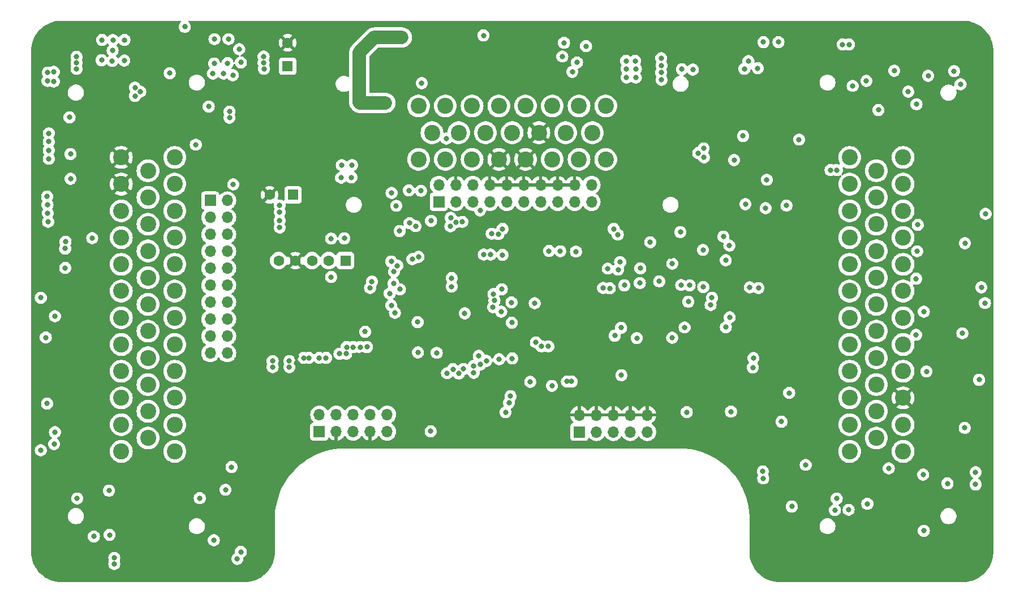
<source format=gbr>
%TF.GenerationSoftware,KiCad,Pcbnew,7.0.1*%
%TF.CreationDate,2024-06-21T03:41:50+03:00*%
%TF.ProjectId,ECUGDI,45435547-4449-42e6-9b69-6361645f7063,rev?*%
%TF.SameCoordinates,Original*%
%TF.FileFunction,Copper,L2,Inr*%
%TF.FilePolarity,Positive*%
%FSLAX46Y46*%
G04 Gerber Fmt 4.6, Leading zero omitted, Abs format (unit mm)*
G04 Created by KiCad (PCBNEW 7.0.1) date 2024-06-21 03:41:50*
%MOMM*%
%LPD*%
G01*
G04 APERTURE LIST*
%TA.AperFunction,ComponentPad*%
%ADD10R,1.700000X1.700000*%
%TD*%
%TA.AperFunction,ComponentPad*%
%ADD11O,1.700000X1.700000*%
%TD*%
%TA.AperFunction,ComponentPad*%
%ADD12R,1.600000X1.600000*%
%TD*%
%TA.AperFunction,ComponentPad*%
%ADD13C,1.600000*%
%TD*%
%TA.AperFunction,ComponentPad*%
%ADD14C,2.400000*%
%TD*%
%TA.AperFunction,ViaPad*%
%ADD15C,0.800000*%
%TD*%
%TA.AperFunction,Conductor*%
%ADD16C,2.000000*%
%TD*%
%TA.AperFunction,Conductor*%
%ADD17C,1.200000*%
%TD*%
G04 APERTURE END LIST*
D10*
%TO.N,/OUT_INJ1_N*%
%TO.C,J13*%
X94310000Y-70450000D03*
D11*
X96850000Y-70450000D03*
%TO.N,/OUT_INJ1_P*%
X94310000Y-72990000D03*
X96850000Y-72990000D03*
%TO.N,/OUT_INJ2_N*%
X94310000Y-75530000D03*
X96850000Y-75530000D03*
%TO.N,/OUT_INJ2_P*%
X94310000Y-78070000D03*
X96850000Y-78070000D03*
%TO.N,/OUT_INJ3_N*%
X94310000Y-80610000D03*
X96850000Y-80610000D03*
%TO.N,/OUT_INJ3_P*%
X94310000Y-83150000D03*
X96850000Y-83150000D03*
%TO.N,/OUT_INJ4_N*%
X94310000Y-85690000D03*
X96850000Y-85690000D03*
%TO.N,/OUT_INJ4_P*%
X94310000Y-88230000D03*
X96850000Y-88230000D03*
%TO.N,/OUT_PUMP_N*%
X94310000Y-90770000D03*
X96850000Y-90770000D03*
%TO.N,/OUT_PUMP_P*%
X94310000Y-93310000D03*
X96850000Y-93310000D03*
%TD*%
D10*
%TO.N,/DRVEN*%
%TO.C,J8*%
X128510000Y-70650000D03*
D11*
%TO.N,/UART_RX*%
X128510000Y-68110000D03*
%TO.N,/RESETB*%
X131050000Y-70650000D03*
%TO.N,GND*%
X131050000Y-68110000D03*
%TO.N,/FLAG_0*%
X133590000Y-70650000D03*
%TO.N,/UART_TX*%
X133590000Y-68110000D03*
%TO.N,/FLAG_1*%
X136130000Y-70650000D03*
%TO.N,GND*%
X136130000Y-68110000D03*
%TO.N,/FLAG_2*%
X138670000Y-70650000D03*
%TO.N,GND*%
X138670000Y-68110000D03*
%TO.N,/AUX_SPI_CS1*%
X141210000Y-70650000D03*
%TO.N,GND*%
X141210000Y-68110000D03*
%TO.N,unconnected-(J8-Pin_13-Pad13)*%
X143750000Y-70650000D03*
%TO.N,GND*%
X143750000Y-68110000D03*
%TO.N,unconnected-(J8-Pin_15-Pad15)*%
X146290000Y-70650000D03*
%TO.N,GND*%
X146290000Y-68110000D03*
%TO.N,unconnected-(J8-Pin_17-Pad17)*%
X148830000Y-70650000D03*
%TO.N,GND*%
X148830000Y-68110000D03*
%TO.N,/OA_1*%
X151370000Y-70650000D03*
%TO.N,/OA_2*%
X151370000Y-68110000D03*
%TD*%
D12*
%TO.N,Net-(D24-A)*%
%TO.C,J12*%
X114550000Y-79450000D03*
D13*
%TO.N,/USB_D-*%
X112050000Y-79450000D03*
%TO.N,/USB_D+*%
X109550000Y-79450000D03*
%TO.N,GND*%
X107050000Y-79450000D03*
%TO.N,/USB_SHIELD*%
X104550000Y-79450000D03*
%TD*%
D10*
%TO.N,/ingect-1*%
%TO.C,J16*%
X110630000Y-105040000D03*
D11*
%TO.N,/ingect-2*%
X110630000Y-102500000D03*
%TO.N,GND*%
X113170000Y-105040000D03*
%TO.N,/ingect-3*%
X113170000Y-102500000D03*
%TO.N,/ingect-4*%
X115710000Y-105040000D03*
%TO.N,/out_pump1_H*%
X115710000Y-102500000D03*
%TO.N,GND*%
X118250000Y-105040000D03*
%TO.N,/out_pump2_H*%
X118250000Y-102500000D03*
%TO.N,/CAN+*%
X120790000Y-105040000D03*
%TO.N,/CAN-*%
X120790000Y-102500000D03*
%TD*%
D10*
%TO.N,+5V*%
%TO.C,J17*%
X149560000Y-105090000D03*
D11*
%TO.N,GND*%
X149560000Y-102550000D03*
%TO.N,+3.3V*%
X152100000Y-105090000D03*
%TO.N,GND*%
X152100000Y-102550000D03*
%TO.N,/12V_MR*%
X154640000Y-105090000D03*
%TO.N,GND*%
X154640000Y-102550000D03*
%TO.N,/12V_MR*%
X157180000Y-105090000D03*
%TO.N,GND*%
X157180000Y-102550000D03*
%TO.N,/12V_MR*%
X159720000Y-105090000D03*
%TO.N,GND*%
X159720000Y-102550000D03*
%TD*%
D14*
%TO.N,/12V_MR*%
%TO.C,J6*%
X125500000Y-64300000D03*
X129500000Y-64300000D03*
X133500000Y-64300000D03*
%TO.N,GND*%
X137500000Y-64300000D03*
X141500000Y-64300000D03*
%TO.N,/AT4*%
X145500000Y-64300000D03*
%TO.N,/AV2*%
X149500000Y-64300000D03*
%TO.N,/AV1*%
X153500000Y-64300000D03*
%TO.N,/12V_IGN*%
X127500000Y-60300000D03*
%TO.N,/HS2*%
X131500000Y-60300000D03*
%TO.N,/CAN+*%
X135500000Y-60300000D03*
%TO.N,/CAN-*%
X139500000Y-60300000D03*
%TO.N,GND*%
X143500000Y-60300000D03*
%TO.N,/12V_start*%
X147500000Y-60300000D03*
X151500000Y-60300000D03*
%TO.N,/HS3*%
X125500000Y-56300000D03*
%TO.N,/CAN2+*%
X129500000Y-56300000D03*
%TO.N,/CAN2-*%
X133500000Y-56300000D03*
%TO.N,/OUT_LS2*%
X137500000Y-56300000D03*
%TO.N,/OUT_LS1*%
X141500000Y-56300000D03*
%TO.N,/12V_N*%
X145500000Y-56300000D03*
X149500000Y-56300000D03*
%TO.N,/DIGITAL_5*%
X153500000Y-56300000D03*
%TD*%
D12*
%TO.N,/12V_MR*%
%TO.C,C55*%
X105900000Y-50350000D03*
D13*
%TO.N,GND*%
X105900000Y-46850000D03*
%TD*%
D14*
%TO.N,GND*%
%TO.C,J4*%
X81000000Y-64000000D03*
X81000000Y-68000000D03*
%TO.N,/HS1*%
X81000000Y-72000000D03*
%TO.N,/HS4*%
X81000000Y-76000000D03*
%TO.N,/IGN5*%
X81000000Y-80000000D03*
%TO.N,/12V_MR*%
X81000000Y-84000000D03*
%TO.N,/IGN7*%
X81000000Y-88000000D03*
%TO.N,/IGN8*%
X81000000Y-92000000D03*
%TO.N,/IGN1*%
X81000000Y-96000000D03*
%TO.N,/IGN2*%
X81000000Y-100000000D03*
%TO.N,/IGN3*%
X81000000Y-104000000D03*
%TO.N,/IGN4*%
X81000000Y-108000000D03*
%TO.N,/LS14*%
X85000000Y-66000000D03*
%TO.N,/LS15*%
X85000000Y-70000000D03*
%TO.N,/LS13*%
X85000000Y-74000000D03*
%TO.N,/LS16*%
X85000000Y-78000000D03*
%TO.N,/IGN6*%
X85000000Y-82000000D03*
%TO.N,/ingect-5*%
X85000000Y-86000000D03*
%TO.N,/ingect-6*%
X85000000Y-90000000D03*
%TO.N,/ingect-7*%
X85000000Y-94000000D03*
%TO.N,/ingect-8*%
X85000000Y-98000000D03*
%TO.N,/ETB1-*%
X85000000Y-102000000D03*
%TO.N,/ETB1+*%
X85000000Y-106000000D03*
%TO.N,/OUT_INJ1_N*%
X89000000Y-64000000D03*
%TO.N,/OUT_INJ1_P*%
X89000000Y-68000000D03*
%TO.N,/OUT_INJ2_N*%
X89000000Y-72000000D03*
%TO.N,/OUT_INJ2_P*%
X89000000Y-76000000D03*
%TO.N,/OUT_INJ3_N*%
X89000000Y-80000000D03*
%TO.N,/OUT_INJ3_P*%
X89000000Y-84000000D03*
%TO.N,/OUT_INJ4_N*%
X89000000Y-88000000D03*
%TO.N,/OUT_INJ4_P*%
X89000000Y-92000000D03*
%TO.N,/OUT_PUMP_N*%
X89000000Y-96000000D03*
%TO.N,/OUT_PUMP_P*%
X89000000Y-100000000D03*
%TO.N,/ETB2-*%
X89000000Y-104000000D03*
%TO.N,/ETB2+*%
X89000000Y-108000000D03*
%TD*%
D12*
%TO.N,Net-(U16-EN)*%
%TO.C,C105*%
X106700000Y-69600000D03*
D13*
%TO.N,GND*%
X103200000Y-69600000D03*
%TD*%
D14*
%TO.N,/DIGITAL_1*%
%TO.C,J5*%
X198000000Y-108000000D03*
%TO.N,/DIGITAL_2*%
X198000000Y-104000000D03*
%TO.N,GND*%
X198000000Y-100000000D03*
%TO.N,/AV10*%
X198000000Y-96000000D03*
%TO.N,/AV9*%
X198000000Y-92000000D03*
%TO.N,/AV8*%
X198000000Y-88000000D03*
%TO.N,/AV5*%
X198000000Y-84000000D03*
%TO.N,/LSU_Blak*%
X198000000Y-80000000D03*
%TO.N,/LSU_White*%
X198000000Y-76000000D03*
%TO.N,/AV3*%
X198000000Y-72000000D03*
%TO.N,/KNOCK_1*%
X198000000Y-68000000D03*
%TO.N,/KNOCK_2*%
X198000000Y-64000000D03*
%TO.N,/DIGITAL_4*%
X194000000Y-106000000D03*
%TO.N,/DIGITAL_3*%
X194000000Y-102000000D03*
%TO.N,/EGT+*%
X194000000Y-98000000D03*
%TO.N,/AV11*%
X194000000Y-94000000D03*
%TO.N,/AV7*%
X194000000Y-90000000D03*
%TO.N,/AV6*%
X194000000Y-86000000D03*
%TO.N,/LSU_Red*%
X194000000Y-82000000D03*
%TO.N,/LSU_Green*%
X194000000Y-78000000D03*
%TO.N,/AV4*%
X194000000Y-74000000D03*
%TO.N,/starter*%
X194000000Y-70000000D03*
X194000000Y-66000000D03*
%TO.N,/DIGITAL_6*%
X190000000Y-108000000D03*
%TO.N,/VR1-*%
X190000000Y-104000000D03*
%TO.N,/VR1+*%
X190000000Y-100000000D03*
%TO.N,/EGT-*%
X190000000Y-96000000D03*
%TO.N,/5V_SENSOR_1*%
X190000000Y-92000000D03*
%TO.N,/12V_MR*%
X190000000Y-88000000D03*
%TO.N,/5V_SENSOR_2*%
X190000000Y-84000000D03*
%TO.N,/LSU_Yellow*%
X190000000Y-80000000D03*
%TO.N,/LSU_Grey*%
X190000000Y-76000000D03*
%TO.N,/AT1*%
X190000000Y-72000000D03*
%TO.N,/AT2*%
X190000000Y-68000000D03*
%TO.N,/AT3*%
X190000000Y-64000000D03*
%TD*%
D15*
%TO.N,Net-(BT1-+)*%
X127300000Y-105000000D03*
%TO.N,GND*%
X122650000Y-56900000D03*
X203400000Y-48350000D03*
X101700000Y-118300000D03*
X76000000Y-92700000D03*
X122150000Y-66850000D03*
X144850000Y-75300000D03*
X140850000Y-97500000D03*
X92050000Y-121250000D03*
X104850000Y-94850000D03*
X199800000Y-93650000D03*
X83900000Y-115600000D03*
X187350000Y-99350000D03*
X207950000Y-97600000D03*
X130250000Y-90500000D03*
X95050000Y-115250000D03*
X193300000Y-49750000D03*
X168800000Y-50000000D03*
X200000000Y-80750000D03*
X141600000Y-102650000D03*
X71200000Y-96550000D03*
X159900000Y-58200000D03*
X160750000Y-90300000D03*
X125450000Y-102750000D03*
X102150000Y-65550000D03*
X118050000Y-58750000D03*
X201250000Y-103050000D03*
X102550000Y-98600000D03*
X185150000Y-71450000D03*
X146050000Y-75300000D03*
X206900000Y-110908815D03*
X200450000Y-99100000D03*
X126350000Y-86300000D03*
X83900000Y-116900000D03*
X95000000Y-118350000D03*
X134500000Y-87150000D03*
X137250000Y-53050000D03*
X83900000Y-118050000D03*
X133150000Y-101250000D03*
X196950000Y-118150000D03*
X145450000Y-44100000D03*
X88550000Y-59650000D03*
X166400000Y-54850000D03*
X139168727Y-80649500D03*
X155750000Y-85150000D03*
X132400000Y-83800000D03*
X202300000Y-49800000D03*
X69450000Y-105450000D03*
X173050000Y-89650000D03*
X123600000Y-67250000D03*
X95050000Y-116750000D03*
X72650000Y-52400000D03*
X210700199Y-90921491D03*
X84950000Y-59750000D03*
X175950000Y-85000000D03*
X195850000Y-56900000D03*
X93550000Y-100150000D03*
X168800000Y-49050000D03*
X182150000Y-69400000D03*
X171800000Y-82050000D03*
X187400000Y-100450000D03*
X183250000Y-98400000D03*
X182200000Y-71600000D03*
X183590329Y-62050000D03*
X179450000Y-114950000D03*
X85050000Y-122550000D03*
X125450000Y-104200000D03*
X168600000Y-91000000D03*
X130150000Y-101400000D03*
X171950000Y-62550000D03*
X193350000Y-48500000D03*
X101650000Y-117000000D03*
X166950000Y-53700000D03*
X117000000Y-93500000D03*
X79450000Y-59600000D03*
X163300000Y-78800000D03*
X203400000Y-62200000D03*
X105950000Y-58050000D03*
X179100000Y-66100000D03*
X69650000Y-48250000D03*
X157150000Y-89750000D03*
X97200000Y-118250000D03*
X206900000Y-109050000D03*
X73900000Y-120100000D03*
X74400000Y-76750000D03*
X130650000Y-53200000D03*
X172800000Y-95850000D03*
X81350000Y-115650000D03*
X68150000Y-112350000D03*
X159700000Y-46700000D03*
X81300000Y-117200000D03*
X75300000Y-52400000D03*
X206850000Y-81700000D03*
X132250000Y-53200000D03*
X185300000Y-117000000D03*
X120950000Y-66900000D03*
X70000000Y-88500000D03*
X74550000Y-57150000D03*
X115950000Y-68900000D03*
X123600000Y-66200000D03*
X133155785Y-79050500D03*
X200950000Y-116750000D03*
X142863025Y-87649500D03*
X146700000Y-83350000D03*
X186150000Y-109600000D03*
X107200000Y-93800000D03*
X101700000Y-115700000D03*
X208450000Y-83850000D03*
X159900000Y-59400000D03*
X166650000Y-79250000D03*
X114650000Y-68950000D03*
X159800000Y-75050000D03*
X90350000Y-48450000D03*
X152050000Y-90200000D03*
X136450000Y-102050000D03*
X84950000Y-121300000D03*
X192650000Y-109650000D03*
X100850000Y-54450000D03*
X113150000Y-90024500D03*
X179426943Y-60399500D03*
X210050000Y-102750000D03*
X84550000Y-48500000D03*
X181350000Y-117850000D03*
X71150000Y-95500000D03*
X202000000Y-65150000D03*
X146150000Y-80850000D03*
X114250000Y-90024500D03*
X182150000Y-102000000D03*
X159900000Y-60750000D03*
X147600000Y-50200000D03*
X71550000Y-48200000D03*
X158950000Y-47550000D03*
X112800000Y-83700000D03*
X102150000Y-66500000D03*
X202250000Y-48350000D03*
X92700000Y-122400000D03*
X127300000Y-52950000D03*
X86350000Y-48250000D03*
X104800000Y-58050000D03*
X166850000Y-52450000D03*
X95150000Y-100150000D03*
X78850000Y-116600000D03*
X208800000Y-53350000D03*
X102150000Y-67500000D03*
X78850000Y-118150000D03*
X203400000Y-49800000D03*
X104800000Y-60000000D03*
X136900000Y-90000000D03*
X133900000Y-50500000D03*
X182050000Y-75800000D03*
X126800000Y-45900000D03*
X117050000Y-58750000D03*
X200250000Y-75700000D03*
X194450000Y-48500000D03*
X97200000Y-115200000D03*
X172700000Y-66450000D03*
X92000000Y-48400000D03*
X125450000Y-94799502D03*
X106400000Y-88950000D03*
X209200000Y-68200000D03*
X128250000Y-84350000D03*
X128400000Y-91350000D03*
X124800000Y-67300000D03*
X125100000Y-45800000D03*
X105950000Y-59050000D03*
X202600000Y-56300000D03*
X104800000Y-59050000D03*
X209250000Y-70250000D03*
X106000000Y-60000000D03*
X170300000Y-95750000D03*
X151450000Y-75000000D03*
X104850000Y-96700000D03*
X113550000Y-68950000D03*
X97150000Y-116750000D03*
X194450000Y-49700000D03*
X107194107Y-94794107D03*
X93250000Y-121250000D03*
X210800000Y-98950000D03*
X207000000Y-95250000D03*
X189400000Y-119300000D03*
X75200000Y-120100000D03*
%TO.N,/12V_MR*%
X98900000Y-123050000D03*
X119150000Y-46000000D03*
X119250000Y-55800000D03*
X79950000Y-124850000D03*
X79950000Y-123950000D03*
X98350000Y-124100000D03*
X70150000Y-60400000D03*
X97200000Y-57150000D03*
X118000000Y-55800000D03*
X69950000Y-71100000D03*
X70150000Y-62950000D03*
X121735000Y-46050500D03*
X70900000Y-52650000D03*
X168150000Y-62650000D03*
X70150000Y-61650000D03*
X120550000Y-55850000D03*
X70900000Y-51200000D03*
X70050000Y-73650000D03*
X116650000Y-55800000D03*
X69900000Y-69850000D03*
X167350000Y-63350000D03*
X120450000Y-46000000D03*
X70000000Y-51300000D03*
X83050000Y-53550000D03*
X83050000Y-54800000D03*
X97200000Y-58050000D03*
X69950000Y-52550000D03*
X83850000Y-54150000D03*
X70150000Y-64200000D03*
X123005000Y-46050500D03*
X168200000Y-64000000D03*
X70000000Y-72350000D03*
%TO.N,/mcu/nRESET*%
X132400000Y-87350000D03*
%TO.N,+5V*%
X192650000Y-115850000D03*
X92150000Y-62100000D03*
X181350000Y-116250000D03*
X148400000Y-97550000D03*
X179800000Y-103550000D03*
X180950000Y-99250000D03*
X207225000Y-104475000D03*
X204650000Y-112800000D03*
X104700000Y-74500000D03*
X201500000Y-96050000D03*
X177600000Y-67350000D03*
X154700000Y-74700000D03*
X138500000Y-102150000D03*
X147000000Y-48900000D03*
X72600000Y-77650000D03*
X104700000Y-73450000D03*
X147700000Y-97550000D03*
X104700000Y-71200000D03*
X172714829Y-64412500D03*
X72652288Y-76616048D03*
X155800000Y-89500000D03*
X189850000Y-116750000D03*
X199950000Y-82150000D03*
X183425000Y-110025000D03*
X112400000Y-81900000D03*
X201100000Y-119900000D03*
X205640000Y-51090000D03*
X135200000Y-45749500D03*
X207250000Y-76850000D03*
X206873077Y-90326923D03*
X177425000Y-71600000D03*
X196677500Y-51040000D03*
X104700000Y-72200000D03*
%TO.N,/5V_SENSOR_1*%
X188100000Y-65900000D03*
X187150000Y-65900000D03*
X195850000Y-110550500D03*
%TO.N,/5V_SENSOR_2*%
X188950000Y-47100000D03*
X189900000Y-47100000D03*
%TO.N,/DIGITAL_5*%
X201003689Y-111488496D03*
%TO.N,/knock/FILTERED_1*%
X200000000Y-56050000D03*
X136624567Y-86416417D03*
%TO.N,/knock/FILTERED_2*%
X194300000Y-56910000D03*
X137850500Y-87099500D03*
%TO.N,/CAN-*%
X154850000Y-90687500D03*
%TO.N,/CAN+*%
X158150000Y-91050000D03*
%TO.N,/mcu/SWDIO*%
X122656085Y-75023286D03*
X121950500Y-87261257D03*
X130450000Y-82060000D03*
%TO.N,/mcu/SWCLK*%
X130450000Y-83330000D03*
%TO.N,/mcu/SD_CS*%
X121736747Y-82897919D03*
X174249500Y-50750000D03*
%TO.N,/mcu/SD_MOSI*%
X121805709Y-81098919D03*
X174850000Y-49600000D03*
%TO.N,/mcu/SD_SCK*%
X121400000Y-79587000D03*
X177100000Y-46750000D03*
%TO.N,/mcu/SD_MISO*%
X122300000Y-80200000D03*
X179350000Y-46750000D03*
%TO.N,/mcu/BOOT0*%
X125350000Y-88650000D03*
%TO.N,/mcu/AV5*%
X139021075Y-100722933D03*
X209375500Y-97293743D03*
%TO.N,/mcu/AV6*%
X139250000Y-99750000D03*
X210250000Y-85800000D03*
%TO.N,/mcu/AV7*%
X201100000Y-87100000D03*
X137550000Y-94200000D03*
%TO.N,/mcu/AV8*%
X199950000Y-90550000D03*
X139499500Y-94087500D03*
%TO.N,/mcu/AV1*%
X133750000Y-96250000D03*
X209711771Y-83466350D03*
%TO.N,/mcu/AV2*%
X210350000Y-72450000D03*
X133750000Y-95200000D03*
%TO.N,/mcu/AV3*%
X134728763Y-94997444D03*
X200200000Y-74100000D03*
%TO.N,/mcu/AV4*%
X135639410Y-94461608D03*
X200100000Y-78050000D03*
%TO.N,/mcu/AV9*%
X208850000Y-112949500D03*
X208850000Y-111150500D03*
%TO.N,/mcu/AT1*%
X144900000Y-92287500D03*
X174399500Y-71000500D03*
%TO.N,/mcu/AT2*%
X143900497Y-92287500D03*
X180550000Y-71200000D03*
%TO.N,/mcu/AT3*%
X143049500Y-91688000D03*
X182433672Y-61338211D03*
%TO.N,/mcu/AT4*%
X137950000Y-83746715D03*
X174050000Y-60800000D03*
%TO.N,/mcu/5V_SENSOR_1_PG*%
X136837893Y-85439945D03*
X198772500Y-54172500D03*
%TO.N,/mcu/5V_SENSOR_2_PG*%
X136700000Y-84450000D03*
X190452500Y-53302500D03*
%TO.N,/LSU_Yellow*%
X155349500Y-80800000D03*
X169188621Y-86099379D03*
%TO.N,/mcu/VR_1*%
X172250000Y-102050000D03*
X165624006Y-102125994D03*
%TO.N,/etb-2/DIS*%
X96600000Y-113750000D03*
X138049500Y-78600000D03*
%TO.N,/etb-1/DIS*%
X136430869Y-75424420D03*
X79150000Y-113875498D03*
%TO.N,/lowside_quad4/IN4*%
X113649500Y-93400000D03*
X94086404Y-56399500D03*
%TO.N,/lowside_quad4/IN3*%
X94700000Y-51469500D03*
X114648931Y-93388175D03*
%TO.N,/lowside_quad4/IN2*%
X114724245Y-92391514D03*
X96300000Y-51469500D03*
%TO.N,/lowside_quad4/IN1*%
X97700000Y-51700000D03*
X115723744Y-92388981D03*
%TO.N,/highside_quad/IN1*%
X121447785Y-69325478D03*
X125850000Y-69000000D03*
%TO.N,Net-(RN13-R4.2)*%
X73400000Y-63500000D03*
X124050000Y-68950000D03*
%TO.N,Net-(RN13-R1.2)*%
X76650000Y-76100000D03*
X122147785Y-71245122D03*
%TO.N,/ign2/IN4*%
X132050500Y-73650000D03*
X69700000Y-90950000D03*
%TO.N,/ign2/IN3*%
X131052663Y-73707650D03*
X71075000Y-87775000D03*
%TO.N,/ign2/IN2*%
X130256456Y-74313378D03*
X68950000Y-85010500D03*
%TO.N,/ign2/IN1*%
X72608158Y-80538062D03*
X127354428Y-73500500D03*
%TO.N,/ign1/IN4*%
X70950500Y-106900000D03*
X125039183Y-74295820D03*
%TO.N,/ign1/IN3*%
X71075000Y-105125000D03*
X124144622Y-73844622D03*
%TO.N,/ign1/IN2*%
X69900000Y-100850000D03*
X118511622Y-82584485D03*
%TO.N,/ign1/IN1*%
X118229111Y-83543231D03*
X68950000Y-107850000D03*
%TO.N,/mcu/DIGITAL2*%
X177067718Y-112046206D03*
X187800000Y-116800000D03*
%TO.N,/mcu/DIGITAL3*%
X188055439Y-115060911D03*
X177005378Y-110994622D03*
%TO.N,/etb-2/DIR*%
X94850000Y-121300000D03*
X137428709Y-75482047D03*
%TO.N,/etb-1/DIR*%
X136250000Y-78550000D03*
X76900000Y-120750000D03*
%TO.N,/etb-1/PWM*%
X74400000Y-115050000D03*
X135250000Y-78550000D03*
%TO.N,/etb-2/PWM*%
X138050500Y-74699500D03*
X97500000Y-110349500D03*
%TO.N,/mcu/DIGITAL1*%
X142867804Y-85826012D03*
X139400000Y-85700000D03*
%TO.N,/mcu/CAN_RX*%
X147250000Y-46850000D03*
X124543253Y-79220216D03*
%TO.N,/mcu/CAN_TX*%
X148500000Y-51200000D03*
X125484792Y-78884792D03*
%TO.N,/ingect-5*%
X110600000Y-94000000D03*
X111650000Y-94000000D03*
%TO.N,/ingect-6*%
X108300500Y-94000000D03*
X109050000Y-94000000D03*
%TO.N,/ingect-7*%
X106150000Y-95400000D03*
X106150000Y-94500000D03*
%TO.N,/ingect-8*%
X103650000Y-94500000D03*
X103650000Y-95400000D03*
%TO.N,/AUX_SPI_CS*%
X155850000Y-96600000D03*
X129750000Y-96300000D03*
%TO.N,/AUX_SPI_MISO*%
X131500000Y-96350000D03*
X175500000Y-95450000D03*
%TO.N,/AUX_SPI_MOSI*%
X132232429Y-95669887D03*
%TO.N,/AUX_SPI_SCK*%
X130650000Y-95700000D03*
X175600000Y-94050500D03*
%TO.N,VDDA*%
X155300000Y-75550000D03*
X171475000Y-89425000D03*
%TO.N,/WDO/LED_GREEN*%
X161500000Y-82550000D03*
X164900000Y-50800000D03*
%TO.N,/WDO/LED_BLUE*%
X166550000Y-50850000D03*
X158600000Y-82800500D03*
%TO.N,/12V_start*%
X150550000Y-47350000D03*
X156550000Y-49550000D03*
X158000000Y-50750000D03*
X158000000Y-52050000D03*
X156600000Y-50750000D03*
X156600000Y-52050000D03*
X157900000Y-49550000D03*
%TO.N,/WDO/Ip_dac*%
X158675500Y-80600000D03*
X163451628Y-79901628D03*
%TO.N,Net-(U35A-+)*%
X172000000Y-77200000D03*
X168100000Y-83400000D03*
%TO.N,/WDO/heater_pwm*%
X156288743Y-83149500D03*
X172050000Y-87950000D03*
%TO.N,Net-(U35B--)*%
X166050500Y-83150000D03*
X169398678Y-85017557D03*
%TO.N,/WDO/Un_sense*%
X155650038Y-79683104D03*
X164800000Y-83100000D03*
%TO.N,/starter*%
X161800000Y-51300000D03*
X161800000Y-49150000D03*
X161850000Y-52400000D03*
X161850000Y-50250000D03*
%TO.N,/out_pump_L2*%
X116750976Y-92400976D03*
X88250000Y-51400000D03*
%TO.N,/out_pump_L1*%
X117775062Y-92374000D03*
X90500000Y-44450500D03*
%TO.N,+3.3V*%
X145000000Y-78000000D03*
X164668128Y-75182372D03*
X129650000Y-61200000D03*
X122700000Y-83750000D03*
X146700000Y-78050000D03*
X134500000Y-93700000D03*
X125965226Y-52884774D03*
X79250000Y-120500000D03*
X176250000Y-50650000D03*
X134700000Y-71950000D03*
X139450000Y-88747183D03*
X165300000Y-89449500D03*
X149050000Y-78100000D03*
X73250000Y-58000000D03*
X117500000Y-90100000D03*
X163450000Y-91000000D03*
X112400000Y-76150000D03*
X97750000Y-68050000D03*
X160150000Y-76700000D03*
X192500000Y-52550000D03*
X165850000Y-85600000D03*
X128200000Y-93250000D03*
X73407969Y-67207969D03*
X114375000Y-76125000D03*
X201750000Y-51800000D03*
X92750000Y-115000000D03*
X125400000Y-93200000D03*
X142200000Y-97600000D03*
X206600000Y-53050000D03*
%TO.N,/OUT_LS1*%
X98900000Y-49800000D03*
X96900000Y-49900000D03*
X98650000Y-47800000D03*
X94900000Y-49950000D03*
X94950000Y-46300000D03*
X97050000Y-46300000D03*
%TO.N,/OUT_LS2*%
X78050000Y-49450000D03*
X79650000Y-49550000D03*
X78125000Y-46425000D03*
X79750000Y-46450000D03*
X81475000Y-46425000D03*
X81475000Y-46425000D03*
X79700000Y-48000000D03*
X81450000Y-49500000D03*
%TO.N,/UART_RX*%
X121174500Y-84363743D03*
%TO.N,/UART_TX*%
X121402465Y-86147535D03*
%TO.N,/12V_N*%
X74300000Y-50750000D03*
X74300000Y-49850000D03*
X102300000Y-49850000D03*
X74300000Y-48950000D03*
X102350000Y-50750000D03*
X102300000Y-48900000D03*
%TO.N,/12V_IGN*%
X115450000Y-67000000D03*
X145450000Y-98200000D03*
X115550000Y-65150000D03*
X113900000Y-67050000D03*
X114000000Y-65150000D03*
%TO.N,/OUT_Start*%
X130300000Y-73050000D03*
X149200000Y-49800000D03*
%TO.N,/LSU_Green*%
X171100000Y-75850000D03*
X171460500Y-79380872D03*
X175054720Y-83466239D03*
%TO.N,/LSU_Red*%
X176350500Y-83560644D03*
X168050000Y-77850000D03*
%TO.N,/WDO/nRESET_1*%
X153800000Y-80650000D03*
%TO.N,/WDO/SWCLK_1*%
X154098759Y-83588002D03*
%TO.N,/WDO/SWDIO_1*%
X153100000Y-83549500D03*
%TD*%
D16*
%TO.N,/12V_MR*%
X116600000Y-55750000D02*
X116700000Y-55850000D01*
X123005000Y-46050500D02*
X118849500Y-46050500D01*
X116700000Y-55850000D02*
X120550000Y-55850000D01*
D17*
X120500000Y-55800000D02*
X120550000Y-55850000D01*
D16*
X118849500Y-46050500D02*
X116600000Y-48300000D01*
X116600000Y-48300000D02*
X116600000Y-53900000D01*
D17*
X116650000Y-55800000D02*
X120500000Y-55800000D01*
D16*
X116600000Y-53900000D02*
X116600000Y-55750000D01*
X116600000Y-55750000D02*
X116650000Y-55800000D01*
%TD*%
%TA.AperFunction,Conductor*%
%TO.N,GND*%
G36*
X89884827Y-43565838D02*
G01*
X89929786Y-43608058D01*
X89948844Y-43666715D01*
X89937287Y-43727298D01*
X89897973Y-43774819D01*
X89894128Y-43777612D01*
X89767466Y-43918283D01*
X89672820Y-44082215D01*
X89614326Y-44262242D01*
X89594540Y-44450499D01*
X89614326Y-44638757D01*
X89672820Y-44818784D01*
X89767466Y-44982716D01*
X89894129Y-45123389D01*
X90047269Y-45234651D01*
X90220197Y-45311644D01*
X90405352Y-45351000D01*
X90405354Y-45351000D01*
X90594646Y-45351000D01*
X90594648Y-45351000D01*
X90718083Y-45324762D01*
X90779803Y-45311644D01*
X90952730Y-45234651D01*
X91052631Y-45162069D01*
X91105870Y-45123389D01*
X91232533Y-44982716D01*
X91327179Y-44818784D01*
X91340637Y-44777365D01*
X91385674Y-44638756D01*
X91405460Y-44450500D01*
X91385674Y-44262244D01*
X91327179Y-44082216D01*
X91327179Y-44082215D01*
X91232533Y-43918283D01*
X91105871Y-43777612D01*
X91102027Y-43774819D01*
X91062713Y-43727298D01*
X91051156Y-43666715D01*
X91070214Y-43608058D01*
X91115173Y-43565838D01*
X91174911Y-43550500D01*
X206934108Y-43550500D01*
X206997294Y-43550500D01*
X207002702Y-43550617D01*
X207386771Y-43567386D01*
X207397506Y-43568326D01*
X207775971Y-43618152D01*
X207786597Y-43620025D01*
X208159284Y-43702648D01*
X208169710Y-43705442D01*
X208533765Y-43820227D01*
X208543911Y-43823920D01*
X208896578Y-43970000D01*
X208906369Y-43974566D01*
X209113161Y-44082215D01*
X209244942Y-44150816D01*
X209254309Y-44156223D01*
X209420728Y-44262244D01*
X209576244Y-44361318D01*
X209585105Y-44367523D01*
X209887930Y-44599889D01*
X209896217Y-44606843D01*
X210177635Y-44864715D01*
X210185284Y-44872364D01*
X210443156Y-45153782D01*
X210450110Y-45162069D01*
X210682476Y-45464894D01*
X210688681Y-45473755D01*
X210893775Y-45795689D01*
X210899183Y-45805057D01*
X211075430Y-46143623D01*
X211080002Y-46153427D01*
X211226075Y-46506078D01*
X211229775Y-46516244D01*
X211344554Y-46880278D01*
X211347354Y-46890727D01*
X211429971Y-47263389D01*
X211431849Y-47274042D01*
X211481671Y-47652473D01*
X211482614Y-47663249D01*
X211499382Y-48047297D01*
X211499500Y-48052706D01*
X211499500Y-72405825D01*
X211488075Y-72450000D01*
X211499500Y-72494175D01*
X211499500Y-123047294D01*
X211499382Y-123052703D01*
X211482614Y-123436750D01*
X211481671Y-123447526D01*
X211431849Y-123825957D01*
X211429971Y-123836610D01*
X211347354Y-124209272D01*
X211344554Y-124219721D01*
X211229775Y-124583755D01*
X211226075Y-124593921D01*
X211080002Y-124946572D01*
X211075430Y-124956376D01*
X210899183Y-125294942D01*
X210893775Y-125304310D01*
X210688681Y-125626244D01*
X210682476Y-125635105D01*
X210450110Y-125937930D01*
X210443156Y-125946217D01*
X210185284Y-126227635D01*
X210177635Y-126235284D01*
X209896217Y-126493156D01*
X209887930Y-126500110D01*
X209585105Y-126732476D01*
X209576244Y-126738681D01*
X209254310Y-126943775D01*
X209244942Y-126949183D01*
X208906376Y-127125430D01*
X208896572Y-127130002D01*
X208543921Y-127276075D01*
X208533755Y-127279775D01*
X208169721Y-127394554D01*
X208159272Y-127397354D01*
X207786610Y-127479971D01*
X207775957Y-127481849D01*
X207397526Y-127531671D01*
X207386750Y-127532614D01*
X207002703Y-127549382D01*
X206997294Y-127549500D01*
X179502706Y-127549500D01*
X179497297Y-127549382D01*
X179113249Y-127532614D01*
X179102473Y-127531671D01*
X178724042Y-127481849D01*
X178713389Y-127479971D01*
X178340727Y-127397354D01*
X178330278Y-127394554D01*
X177966244Y-127279775D01*
X177956078Y-127276075D01*
X177603427Y-127130002D01*
X177593623Y-127125430D01*
X177255057Y-126949183D01*
X177245689Y-126943775D01*
X176923755Y-126738681D01*
X176914894Y-126732476D01*
X176612069Y-126500110D01*
X176603782Y-126493156D01*
X176322364Y-126235284D01*
X176314715Y-126227635D01*
X176056843Y-125946217D01*
X176049889Y-125937930D01*
X175817523Y-125635105D01*
X175811318Y-125626244D01*
X175606224Y-125304310D01*
X175600816Y-125294942D01*
X175424569Y-124956376D01*
X175419997Y-124946572D01*
X175273920Y-124593911D01*
X175270224Y-124583755D01*
X175155442Y-124219710D01*
X175152648Y-124209284D01*
X175070025Y-123836597D01*
X175068152Y-123825971D01*
X175018326Y-123447506D01*
X175017386Y-123436771D01*
X175000617Y-123052702D01*
X175000500Y-123047294D01*
X175000500Y-119311243D01*
X185499500Y-119311243D01*
X185540382Y-119529939D01*
X185620754Y-119737404D01*
X185737875Y-119926562D01*
X185887762Y-120090980D01*
X186065311Y-120225058D01*
X186264473Y-120324230D01*
X186478462Y-120385115D01*
X186644496Y-120400500D01*
X186644497Y-120400500D01*
X186755503Y-120400500D01*
X186755504Y-120400500D01*
X186921537Y-120385115D01*
X187135526Y-120324230D01*
X187160605Y-120311742D01*
X187334689Y-120225058D01*
X187512236Y-120090981D01*
X187662124Y-119926562D01*
X187678571Y-119899999D01*
X200194540Y-119899999D01*
X200214326Y-120088257D01*
X200272820Y-120268284D01*
X200367466Y-120432216D01*
X200494129Y-120572889D01*
X200647269Y-120684151D01*
X200820197Y-120761144D01*
X201005352Y-120800500D01*
X201005354Y-120800500D01*
X201194646Y-120800500D01*
X201194648Y-120800500D01*
X201318083Y-120774262D01*
X201379803Y-120761144D01*
X201552730Y-120684151D01*
X201705871Y-120572888D01*
X201832533Y-120432216D01*
X201927179Y-120268284D01*
X201985674Y-120088256D01*
X202005460Y-119900000D01*
X201985674Y-119711744D01*
X201955332Y-119618363D01*
X201927179Y-119531715D01*
X201832533Y-119367783D01*
X201705870Y-119227110D01*
X201552730Y-119115848D01*
X201379802Y-119038855D01*
X201194648Y-118999500D01*
X201194646Y-118999500D01*
X201005354Y-118999500D01*
X201005352Y-118999500D01*
X200820197Y-119038855D01*
X200647269Y-119115848D01*
X200494129Y-119227110D01*
X200367466Y-119367783D01*
X200272820Y-119531715D01*
X200214326Y-119711742D01*
X200194540Y-119899999D01*
X187678571Y-119899999D01*
X187779247Y-119737401D01*
X187859618Y-119529940D01*
X187900500Y-119311243D01*
X187900500Y-119088757D01*
X187859618Y-118870060D01*
X187779247Y-118662599D01*
X187779245Y-118662595D01*
X187662124Y-118473437D01*
X187512237Y-118309019D01*
X187334688Y-118174941D01*
X187135526Y-118075769D01*
X186921537Y-118014884D01*
X186755504Y-117999500D01*
X186755503Y-117999500D01*
X186644497Y-117999500D01*
X186644496Y-117999500D01*
X186478462Y-118014884D01*
X186264473Y-118075769D01*
X186065311Y-118174941D01*
X185887762Y-118309019D01*
X185737875Y-118473437D01*
X185620754Y-118662595D01*
X185596556Y-118725058D01*
X185540382Y-118870060D01*
X185499500Y-119088757D01*
X185499500Y-119311243D01*
X175000500Y-119311243D01*
X175000500Y-117811243D01*
X203599500Y-117811243D01*
X203640382Y-118029940D01*
X203658137Y-118075771D01*
X203720754Y-118237404D01*
X203837875Y-118426562D01*
X203987762Y-118590980D01*
X204165311Y-118725058D01*
X204364473Y-118824230D01*
X204578462Y-118885115D01*
X204744496Y-118900500D01*
X204744497Y-118900500D01*
X204855503Y-118900500D01*
X204855504Y-118900500D01*
X205021537Y-118885115D01*
X205235526Y-118824230D01*
X205237157Y-118823417D01*
X205434689Y-118725058D01*
X205612236Y-118590981D01*
X205762124Y-118426562D01*
X205879247Y-118237401D01*
X205959618Y-118029940D01*
X206000500Y-117811243D01*
X206000500Y-117588757D01*
X205959618Y-117370060D01*
X205879247Y-117162599D01*
X205871756Y-117150500D01*
X205762124Y-116973437D01*
X205612237Y-116809019D01*
X205434688Y-116674941D01*
X205235526Y-116575769D01*
X205021537Y-116514884D01*
X204855504Y-116499500D01*
X204855503Y-116499500D01*
X204744497Y-116499500D01*
X204744496Y-116499500D01*
X204578462Y-116514884D01*
X204364473Y-116575769D01*
X204165311Y-116674941D01*
X203987762Y-116809019D01*
X203837875Y-116973437D01*
X203720754Y-117162595D01*
X203674413Y-117282216D01*
X203640382Y-117370060D01*
X203599500Y-117588757D01*
X203599500Y-117811243D01*
X175000500Y-117811243D01*
X175000500Y-117732712D01*
X174991792Y-117588757D01*
X174963334Y-117118284D01*
X174962185Y-117099281D01*
X174927178Y-116810971D01*
X174885695Y-116469326D01*
X174845502Y-116250000D01*
X180444540Y-116250000D01*
X180464326Y-116438257D01*
X180522820Y-116618284D01*
X180617466Y-116782216D01*
X180744129Y-116922889D01*
X180897269Y-117034151D01*
X181070197Y-117111144D01*
X181255352Y-117150500D01*
X181255354Y-117150500D01*
X181444646Y-117150500D01*
X181444648Y-117150500D01*
X181568084Y-117124262D01*
X181629803Y-117111144D01*
X181802730Y-117034151D01*
X181886296Y-116973437D01*
X181955870Y-116922889D01*
X182066520Y-116800000D01*
X186894540Y-116800000D01*
X186914326Y-116988257D01*
X186972820Y-117168284D01*
X187067466Y-117332216D01*
X187194129Y-117472889D01*
X187347269Y-117584151D01*
X187520197Y-117661144D01*
X187705352Y-117700500D01*
X187705354Y-117700500D01*
X187894646Y-117700500D01*
X187894648Y-117700500D01*
X188018083Y-117674262D01*
X188079803Y-117661144D01*
X188252730Y-117584151D01*
X188252730Y-117584150D01*
X188405870Y-117472889D01*
X188532533Y-117332216D01*
X188627179Y-117168284D01*
X188649599Y-117099283D01*
X188685674Y-116988256D01*
X188704307Y-116810967D01*
X188714770Y-116782218D01*
X188709516Y-116767781D01*
X188935227Y-116767781D01*
X188950948Y-116810970D01*
X188964326Y-116938257D01*
X189022820Y-117118284D01*
X189117466Y-117282216D01*
X189244129Y-117422889D01*
X189397269Y-117534151D01*
X189570197Y-117611144D01*
X189755352Y-117650500D01*
X189755354Y-117650500D01*
X189944646Y-117650500D01*
X189944648Y-117650500D01*
X190068084Y-117624262D01*
X190129803Y-117611144D01*
X190302730Y-117534151D01*
X190455871Y-117422888D01*
X190582533Y-117282216D01*
X190677179Y-117118284D01*
X190735674Y-116938256D01*
X190755460Y-116750000D01*
X190735674Y-116561744D01*
X190705332Y-116468363D01*
X190677179Y-116381715D01*
X190582533Y-116217783D01*
X190455870Y-116077110D01*
X190302730Y-115965848D01*
X190129802Y-115888855D01*
X189947000Y-115850000D01*
X191744540Y-115850000D01*
X191764326Y-116038257D01*
X191822820Y-116218284D01*
X191917466Y-116382216D01*
X192044129Y-116522889D01*
X192197269Y-116634151D01*
X192370197Y-116711144D01*
X192555352Y-116750500D01*
X192555354Y-116750500D01*
X192744646Y-116750500D01*
X192744648Y-116750500D01*
X192868083Y-116724262D01*
X192929803Y-116711144D01*
X193102730Y-116634151D01*
X193133571Y-116611744D01*
X193255870Y-116522889D01*
X193382533Y-116382216D01*
X193477179Y-116218284D01*
X193477342Y-116217783D01*
X193535674Y-116038256D01*
X193555460Y-115850000D01*
X193535674Y-115661744D01*
X193477179Y-115481716D01*
X193477179Y-115481715D01*
X193382533Y-115317783D01*
X193255870Y-115177110D01*
X193102730Y-115065848D01*
X192929802Y-114988855D01*
X192744648Y-114949500D01*
X192744646Y-114949500D01*
X192555354Y-114949500D01*
X192555352Y-114949500D01*
X192370197Y-114988855D01*
X192197269Y-115065848D01*
X192044129Y-115177110D01*
X191917466Y-115317783D01*
X191822820Y-115481715D01*
X191764326Y-115661742D01*
X191744540Y-115850000D01*
X189947000Y-115850000D01*
X189944648Y-115849500D01*
X189944646Y-115849500D01*
X189755354Y-115849500D01*
X189755352Y-115849500D01*
X189570197Y-115888855D01*
X189397269Y-115965848D01*
X189244129Y-116077110D01*
X189117466Y-116217783D01*
X189022820Y-116381715D01*
X188964326Y-116561742D01*
X188945693Y-116739029D01*
X188935227Y-116767781D01*
X188709516Y-116767781D01*
X188699052Y-116739030D01*
X188685674Y-116611744D01*
X188654202Y-116514884D01*
X188627179Y-116431715D01*
X188532533Y-116267783D01*
X188405871Y-116127112D01*
X188377794Y-116106713D01*
X188337399Y-116056830D01*
X188327357Y-115993433D01*
X188350360Y-115933509D01*
X188400242Y-115893114D01*
X188508169Y-115845062D01*
X188508169Y-115845061D01*
X188508171Y-115845061D01*
X188661309Y-115733800D01*
X188787972Y-115593127D01*
X188882618Y-115429195D01*
X188902409Y-115368284D01*
X188941113Y-115249167D01*
X188960899Y-115060911D01*
X188941113Y-114872655D01*
X188909707Y-114775998D01*
X188882618Y-114692626D01*
X188787972Y-114528694D01*
X188661309Y-114388021D01*
X188508169Y-114276759D01*
X188335241Y-114199766D01*
X188150087Y-114160411D01*
X188150085Y-114160411D01*
X187960793Y-114160411D01*
X187960791Y-114160411D01*
X187775636Y-114199766D01*
X187602708Y-114276759D01*
X187449568Y-114388021D01*
X187322905Y-114528694D01*
X187228259Y-114692626D01*
X187169765Y-114872653D01*
X187149979Y-115060911D01*
X187169765Y-115249168D01*
X187228259Y-115429195D01*
X187322905Y-115593127D01*
X187449567Y-115733798D01*
X187449568Y-115733799D01*
X187449569Y-115733800D01*
X187477644Y-115754197D01*
X187518039Y-115804079D01*
X187528081Y-115867476D01*
X187505079Y-115927400D01*
X187455196Y-115967795D01*
X187347269Y-116015848D01*
X187194129Y-116127110D01*
X187067466Y-116267783D01*
X186972820Y-116431715D01*
X186914326Y-116611742D01*
X186894540Y-116800000D01*
X182066520Y-116800000D01*
X182082533Y-116782216D01*
X182177179Y-116618284D01*
X182208175Y-116522888D01*
X182235674Y-116438256D01*
X182255460Y-116250000D01*
X182235674Y-116061744D01*
X182186741Y-115911144D01*
X182177179Y-115881715D01*
X182082533Y-115717783D01*
X181955870Y-115577110D01*
X181802730Y-115465848D01*
X181629802Y-115388855D01*
X181444648Y-115349500D01*
X181444646Y-115349500D01*
X181255354Y-115349500D01*
X181255352Y-115349500D01*
X181070197Y-115388855D01*
X180897269Y-115465848D01*
X180744129Y-115577110D01*
X180617466Y-115717783D01*
X180522820Y-115881715D01*
X180464326Y-116061742D01*
X180444540Y-116250000D01*
X174845502Y-116250000D01*
X174771308Y-115845138D01*
X174619442Y-115228994D01*
X174603275Y-115177112D01*
X174430655Y-114623150D01*
X174301355Y-114282216D01*
X174205625Y-114029798D01*
X173945184Y-113451122D01*
X173908756Y-113381715D01*
X173780717Y-113137757D01*
X173650278Y-112889226D01*
X173321985Y-112346162D01*
X172961500Y-111823910D01*
X172570141Y-111324377D01*
X172570135Y-111324370D01*
X172278003Y-110994621D01*
X176099918Y-110994621D01*
X176119704Y-111182879D01*
X176178198Y-111362906D01*
X176264510Y-111512401D01*
X176281123Y-111574400D01*
X176264511Y-111636400D01*
X176240538Y-111677922D01*
X176182044Y-111857948D01*
X176162258Y-112046206D01*
X176182044Y-112234463D01*
X176240538Y-112414490D01*
X176335184Y-112578422D01*
X176461847Y-112719095D01*
X176614987Y-112830357D01*
X176787915Y-112907350D01*
X176973070Y-112946706D01*
X176973072Y-112946706D01*
X177162364Y-112946706D01*
X177162366Y-112946706D01*
X177285801Y-112920468D01*
X177347521Y-112907350D01*
X177520448Y-112830357D01*
X177562231Y-112800000D01*
X203744540Y-112800000D01*
X203764326Y-112988257D01*
X203822820Y-113168284D01*
X203917466Y-113332216D01*
X204044129Y-113472889D01*
X204197269Y-113584151D01*
X204370197Y-113661144D01*
X204555352Y-113700500D01*
X204555354Y-113700500D01*
X204744646Y-113700500D01*
X204744648Y-113700500D01*
X204868083Y-113674262D01*
X204929803Y-113661144D01*
X205102730Y-113584151D01*
X205133571Y-113561744D01*
X205255870Y-113472889D01*
X205382533Y-113332216D01*
X205477179Y-113168284D01*
X205502178Y-113091346D01*
X205535674Y-112988256D01*
X205539747Y-112949500D01*
X207944540Y-112949500D01*
X207964326Y-113137757D01*
X208022820Y-113317784D01*
X208117466Y-113481716D01*
X208244129Y-113622389D01*
X208397269Y-113733651D01*
X208570197Y-113810644D01*
X208755352Y-113850000D01*
X208755354Y-113850000D01*
X208944646Y-113850000D01*
X208944648Y-113850000D01*
X209068083Y-113823762D01*
X209129803Y-113810644D01*
X209302730Y-113733651D01*
X209455871Y-113622388D01*
X209582533Y-113481716D01*
X209677179Y-113317784D01*
X209735674Y-113137756D01*
X209755460Y-112949500D01*
X209735674Y-112761244D01*
X209677179Y-112581216D01*
X209677179Y-112581215D01*
X209582533Y-112417283D01*
X209455870Y-112276610D01*
X209302731Y-112165349D01*
X209298084Y-112163280D01*
X209252975Y-112129041D01*
X209227794Y-112078316D01*
X209227794Y-112021684D01*
X209252975Y-111970959D01*
X209298084Y-111936720D01*
X209300145Y-111935801D01*
X209302730Y-111934651D01*
X209409911Y-111856780D01*
X209455870Y-111823389D01*
X209582533Y-111682716D01*
X209677179Y-111518784D01*
X209690813Y-111476824D01*
X209735674Y-111338756D01*
X209755460Y-111150500D01*
X209735674Y-110962244D01*
X209677179Y-110782216D01*
X209677179Y-110782215D01*
X209582533Y-110618283D01*
X209455870Y-110477610D01*
X209302730Y-110366348D01*
X209129802Y-110289355D01*
X208944648Y-110250000D01*
X208944646Y-110250000D01*
X208755354Y-110250000D01*
X208755352Y-110250000D01*
X208570197Y-110289355D01*
X208397269Y-110366348D01*
X208244129Y-110477610D01*
X208117466Y-110618283D01*
X208022820Y-110782215D01*
X207964326Y-110962242D01*
X207944540Y-111150500D01*
X207964326Y-111338757D01*
X208022820Y-111518784D01*
X208117466Y-111682716D01*
X208244129Y-111823389D01*
X208397269Y-111934651D01*
X208401917Y-111936721D01*
X208447025Y-111970960D01*
X208472205Y-112021685D01*
X208472205Y-112078315D01*
X208447025Y-112129040D01*
X208401917Y-112163279D01*
X208397269Y-112165348D01*
X208244129Y-112276610D01*
X208117466Y-112417283D01*
X208022820Y-112581215D01*
X207964326Y-112761242D01*
X207944540Y-112949500D01*
X205539747Y-112949500D01*
X205555460Y-112800000D01*
X205535674Y-112611744D01*
X205477179Y-112431716D01*
X205477179Y-112431715D01*
X205382533Y-112267783D01*
X205255870Y-112127110D01*
X205102730Y-112015848D01*
X204929802Y-111938855D01*
X204744648Y-111899500D01*
X204744646Y-111899500D01*
X204555354Y-111899500D01*
X204555352Y-111899500D01*
X204370197Y-111938855D01*
X204197269Y-112015848D01*
X204044129Y-112127110D01*
X203917466Y-112267783D01*
X203822820Y-112431715D01*
X203764326Y-112611742D01*
X203744540Y-112800000D01*
X177562231Y-112800000D01*
X177673588Y-112719095D01*
X177800251Y-112578422D01*
X177894897Y-112414490D01*
X177894896Y-112414490D01*
X177953392Y-112234462D01*
X177973178Y-112046206D01*
X177953392Y-111857950D01*
X177894897Y-111677922D01*
X177894897Y-111677921D01*
X177853007Y-111605366D01*
X177808584Y-111528424D01*
X177797886Y-111488496D01*
X200098229Y-111488496D01*
X200118015Y-111676753D01*
X200176509Y-111856780D01*
X200271155Y-112020712D01*
X200397818Y-112161385D01*
X200550958Y-112272647D01*
X200723886Y-112349640D01*
X200909041Y-112388996D01*
X200909043Y-112388996D01*
X201098335Y-112388996D01*
X201098337Y-112388996D01*
X201221772Y-112362758D01*
X201283492Y-112349640D01*
X201456419Y-112272647D01*
X201604104Y-112165348D01*
X201609559Y-112161385D01*
X201640421Y-112127110D01*
X201736222Y-112020712D01*
X201830868Y-111856780D01*
X201889363Y-111676752D01*
X201909149Y-111488496D01*
X201889363Y-111300240D01*
X201830868Y-111120212D01*
X201830868Y-111120211D01*
X201736222Y-110956279D01*
X201609559Y-110815606D01*
X201456419Y-110704344D01*
X201283491Y-110627351D01*
X201098337Y-110587996D01*
X201098335Y-110587996D01*
X200909043Y-110587996D01*
X200909041Y-110587996D01*
X200723886Y-110627351D01*
X200550958Y-110704344D01*
X200397818Y-110815606D01*
X200271155Y-110956279D01*
X200176509Y-111120211D01*
X200118015Y-111300238D01*
X200098229Y-111488496D01*
X177797886Y-111488496D01*
X177791972Y-111466425D01*
X177808586Y-111404425D01*
X177832556Y-111362907D01*
X177832557Y-111362906D01*
X177891052Y-111182878D01*
X177910838Y-110994622D01*
X177891052Y-110806366D01*
X177857903Y-110704344D01*
X177832557Y-110626337D01*
X177737911Y-110462405D01*
X177611248Y-110321732D01*
X177458108Y-110210470D01*
X177285180Y-110133477D01*
X177100026Y-110094122D01*
X177100024Y-110094122D01*
X176910732Y-110094122D01*
X176910730Y-110094122D01*
X176725575Y-110133477D01*
X176552647Y-110210470D01*
X176399507Y-110321732D01*
X176272844Y-110462405D01*
X176178198Y-110626337D01*
X176119704Y-110806364D01*
X176099918Y-110994621D01*
X172278003Y-110994621D01*
X172149335Y-110849384D01*
X171700615Y-110400664D01*
X171276576Y-110024999D01*
X182519540Y-110024999D01*
X182539326Y-110213257D01*
X182597820Y-110393284D01*
X182692466Y-110557216D01*
X182819129Y-110697889D01*
X182972269Y-110809151D01*
X183145197Y-110886144D01*
X183330352Y-110925500D01*
X183330354Y-110925500D01*
X183519646Y-110925500D01*
X183519648Y-110925500D01*
X183643084Y-110899262D01*
X183704803Y-110886144D01*
X183877730Y-110809151D01*
X183914804Y-110782215D01*
X184030870Y-110697889D01*
X184157533Y-110557216D01*
X184161410Y-110550500D01*
X194944540Y-110550500D01*
X194964326Y-110738757D01*
X195022820Y-110918784D01*
X195117466Y-111082716D01*
X195244129Y-111223389D01*
X195397269Y-111334651D01*
X195570197Y-111411644D01*
X195755352Y-111451000D01*
X195755354Y-111451000D01*
X195944646Y-111451000D01*
X195944648Y-111451000D01*
X196068084Y-111424762D01*
X196129803Y-111411644D01*
X196302730Y-111334651D01*
X196455871Y-111223388D01*
X196582533Y-111082716D01*
X196677179Y-110918784D01*
X196735674Y-110738756D01*
X196755460Y-110550500D01*
X196735674Y-110362244D01*
X196705332Y-110268863D01*
X196677179Y-110182215D01*
X196582533Y-110018283D01*
X196455870Y-109877610D01*
X196302730Y-109766348D01*
X196129802Y-109689355D01*
X195944648Y-109650000D01*
X195944646Y-109650000D01*
X195755354Y-109650000D01*
X195755352Y-109650000D01*
X195570197Y-109689355D01*
X195397269Y-109766348D01*
X195244129Y-109877610D01*
X195117466Y-110018283D01*
X195022820Y-110182215D01*
X194964326Y-110362242D01*
X194944540Y-110550500D01*
X184161410Y-110550500D01*
X184252179Y-110393284D01*
X184260931Y-110366348D01*
X184310674Y-110213256D01*
X184330460Y-110025000D01*
X184310674Y-109836744D01*
X184274537Y-109725525D01*
X184252179Y-109656715D01*
X184157533Y-109492783D01*
X184030870Y-109352110D01*
X183877730Y-109240848D01*
X183704802Y-109163855D01*
X183519648Y-109124500D01*
X183519646Y-109124500D01*
X183330354Y-109124500D01*
X183330352Y-109124500D01*
X183145197Y-109163855D01*
X182972269Y-109240848D01*
X182819129Y-109352110D01*
X182692466Y-109492783D01*
X182597820Y-109656715D01*
X182539326Y-109836742D01*
X182519540Y-110024999D01*
X171276576Y-110024999D01*
X171225629Y-109979864D01*
X170726088Y-109588498D01*
X170356268Y-109333230D01*
X170203838Y-109228015D01*
X169660774Y-108899722D01*
X169539697Y-108836176D01*
X169098887Y-108604820D01*
X169059915Y-108587280D01*
X168520202Y-108344375D01*
X168419335Y-108306121D01*
X167926849Y-108119344D01*
X167543855Y-107999999D01*
X188294731Y-107999999D01*
X188313777Y-108254154D01*
X188370492Y-108502637D01*
X188463608Y-108739891D01*
X188526570Y-108848944D01*
X188591041Y-108960612D01*
X188749950Y-109159877D01*
X188936783Y-109333232D01*
X189147366Y-109476805D01*
X189376996Y-109587389D01*
X189620542Y-109662513D01*
X189872565Y-109700500D01*
X190127435Y-109700500D01*
X190379458Y-109662513D01*
X190623004Y-109587389D01*
X190852634Y-109476805D01*
X191063217Y-109333232D01*
X191250050Y-109159877D01*
X191408959Y-108960612D01*
X191536393Y-108739888D01*
X191629508Y-108502637D01*
X191686222Y-108254157D01*
X191705268Y-108000000D01*
X191705268Y-107999999D01*
X196294731Y-107999999D01*
X196313777Y-108254154D01*
X196370492Y-108502637D01*
X196463608Y-108739891D01*
X196526570Y-108848944D01*
X196591041Y-108960612D01*
X196749950Y-109159877D01*
X196936783Y-109333232D01*
X197147366Y-109476805D01*
X197376996Y-109587389D01*
X197620542Y-109662513D01*
X197872565Y-109700500D01*
X198127435Y-109700500D01*
X198379458Y-109662513D01*
X198623004Y-109587389D01*
X198852634Y-109476805D01*
X199063217Y-109333232D01*
X199250050Y-109159877D01*
X199408959Y-108960612D01*
X199536393Y-108739888D01*
X199629508Y-108502637D01*
X199686222Y-108254157D01*
X199705268Y-108000000D01*
X199686222Y-107745843D01*
X199629508Y-107497363D01*
X199536393Y-107260112D01*
X199408959Y-107039388D01*
X199250050Y-106840123D01*
X199063217Y-106666768D01*
X198852634Y-106523195D01*
X198623004Y-106412611D01*
X198379458Y-106337487D01*
X198127435Y-106299500D01*
X197872565Y-106299500D01*
X197620542Y-106337487D01*
X197376996Y-106412611D01*
X197147366Y-106523195D01*
X197134868Y-106531716D01*
X196936781Y-106666769D01*
X196749949Y-106840123D01*
X196749950Y-106840123D01*
X196662725Y-106949500D01*
X196591038Y-107039392D01*
X196463608Y-107260108D01*
X196370492Y-107497362D01*
X196313777Y-107745845D01*
X196294731Y-107999999D01*
X191705268Y-107999999D01*
X191686222Y-107745843D01*
X191629508Y-107497363D01*
X191536393Y-107260112D01*
X191408959Y-107039388D01*
X191250050Y-106840123D01*
X191063217Y-106666768D01*
X190852634Y-106523195D01*
X190623004Y-106412611D01*
X190379458Y-106337487D01*
X190127435Y-106299500D01*
X189872565Y-106299500D01*
X189620542Y-106337487D01*
X189376996Y-106412611D01*
X189147366Y-106523195D01*
X189134868Y-106531716D01*
X188936781Y-106666769D01*
X188749949Y-106840123D01*
X188749950Y-106840123D01*
X188662725Y-106949500D01*
X188591038Y-107039392D01*
X188463608Y-107260108D01*
X188370492Y-107497362D01*
X188313777Y-107745845D01*
X188294731Y-107999999D01*
X167543855Y-107999999D01*
X167321016Y-107930560D01*
X166704862Y-107778692D01*
X166278183Y-107700500D01*
X166080674Y-107664305D01*
X166019128Y-107656832D01*
X165450718Y-107587814D01*
X164934960Y-107556617D01*
X164817292Y-107549500D01*
X164535799Y-107549500D01*
X114565892Y-107549500D01*
X114500000Y-107549500D01*
X114182708Y-107549500D01*
X114070262Y-107556301D01*
X113549281Y-107587814D01*
X112919326Y-107664305D01*
X112295137Y-107778692D01*
X111678983Y-107930560D01*
X111073150Y-108119344D01*
X110479803Y-108344373D01*
X110479798Y-108344375D01*
X110395719Y-108382216D01*
X109901112Y-108604820D01*
X109339233Y-108899718D01*
X109339228Y-108899720D01*
X109339226Y-108899722D01*
X108796162Y-109228015D01*
X108796159Y-109228017D01*
X108273911Y-109588498D01*
X107774370Y-109979864D01*
X107299384Y-110400664D01*
X106850664Y-110849384D01*
X106429864Y-111324370D01*
X106038498Y-111823911D01*
X105804250Y-112163279D01*
X105678015Y-112346162D01*
X105349947Y-112888855D01*
X105349718Y-112889233D01*
X105054820Y-113451112D01*
X104794373Y-114029803D01*
X104569344Y-114623150D01*
X104380560Y-115228983D01*
X104228692Y-115845137D01*
X104114305Y-116469326D01*
X104037814Y-117099281D01*
X103999500Y-117732712D01*
X103999500Y-123047294D01*
X103999382Y-123052703D01*
X103982614Y-123436750D01*
X103981671Y-123447526D01*
X103931849Y-123825957D01*
X103929971Y-123836610D01*
X103847354Y-124209272D01*
X103844554Y-124219721D01*
X103729775Y-124583755D01*
X103726075Y-124593921D01*
X103580002Y-124946572D01*
X103575430Y-124956376D01*
X103399183Y-125294942D01*
X103393775Y-125304310D01*
X103188681Y-125626244D01*
X103182476Y-125635105D01*
X102950110Y-125937930D01*
X102943156Y-125946217D01*
X102685284Y-126227635D01*
X102677635Y-126235284D01*
X102396217Y-126493156D01*
X102387930Y-126500110D01*
X102085105Y-126732476D01*
X102076244Y-126738681D01*
X101754310Y-126943775D01*
X101744942Y-126949183D01*
X101406376Y-127125430D01*
X101396572Y-127130002D01*
X101043921Y-127276075D01*
X101033755Y-127279775D01*
X100669721Y-127394554D01*
X100659272Y-127397354D01*
X100286610Y-127479971D01*
X100275957Y-127481849D01*
X99897526Y-127531671D01*
X99886750Y-127532614D01*
X99502703Y-127549382D01*
X99497294Y-127549500D01*
X72002706Y-127549500D01*
X71997297Y-127549382D01*
X71613249Y-127532614D01*
X71602473Y-127531671D01*
X71224042Y-127481849D01*
X71213389Y-127479971D01*
X70840727Y-127397354D01*
X70830278Y-127394554D01*
X70466244Y-127279775D01*
X70456078Y-127276075D01*
X70103427Y-127130002D01*
X70093623Y-127125430D01*
X69755057Y-126949183D01*
X69745689Y-126943775D01*
X69423755Y-126738681D01*
X69414894Y-126732476D01*
X69112069Y-126500110D01*
X69103782Y-126493156D01*
X68822364Y-126235284D01*
X68814715Y-126227635D01*
X68556843Y-125946217D01*
X68549889Y-125937930D01*
X68317523Y-125635105D01*
X68311318Y-125626244D01*
X68106224Y-125304310D01*
X68100816Y-125294942D01*
X67924569Y-124956376D01*
X67919997Y-124946572D01*
X67879995Y-124849999D01*
X79044540Y-124849999D01*
X79064326Y-125038257D01*
X79122820Y-125218284D01*
X79217466Y-125382216D01*
X79344129Y-125522889D01*
X79497269Y-125634151D01*
X79670197Y-125711144D01*
X79855352Y-125750500D01*
X79855354Y-125750500D01*
X80044646Y-125750500D01*
X80044648Y-125750500D01*
X80168083Y-125724262D01*
X80229803Y-125711144D01*
X80402730Y-125634151D01*
X80555871Y-125522888D01*
X80682533Y-125382216D01*
X80777179Y-125218284D01*
X80835674Y-125038256D01*
X80855460Y-124850000D01*
X80835674Y-124661744D01*
X80777179Y-124481716D01*
X80777179Y-124481715D01*
X80765796Y-124461999D01*
X80749183Y-124399997D01*
X80765795Y-124337999D01*
X80777179Y-124318284D01*
X80835674Y-124138256D01*
X80839695Y-124100000D01*
X97444540Y-124100000D01*
X97464326Y-124288257D01*
X97522820Y-124468284D01*
X97617466Y-124632216D01*
X97744129Y-124772889D01*
X97897269Y-124884151D01*
X98070197Y-124961144D01*
X98255352Y-125000500D01*
X98255354Y-125000500D01*
X98444646Y-125000500D01*
X98444648Y-125000500D01*
X98568083Y-124974262D01*
X98629803Y-124961144D01*
X98802730Y-124884151D01*
X98849735Y-124850000D01*
X98955870Y-124772889D01*
X99082533Y-124632216D01*
X99177179Y-124468284D01*
X99225917Y-124318284D01*
X99235674Y-124288256D01*
X99255460Y-124100000D01*
X99242532Y-123977000D01*
X99247922Y-123925725D01*
X99273704Y-123881070D01*
X99315419Y-123850763D01*
X99352730Y-123834151D01*
X99452393Y-123761742D01*
X99505870Y-123722889D01*
X99632533Y-123582216D01*
X99727179Y-123418284D01*
X99760462Y-123315849D01*
X99785674Y-123238256D01*
X99805460Y-123050000D01*
X99785674Y-122861744D01*
X99727179Y-122681716D01*
X99727179Y-122681715D01*
X99632533Y-122517783D01*
X99505870Y-122377110D01*
X99352730Y-122265848D01*
X99179802Y-122188855D01*
X98994648Y-122149500D01*
X98994646Y-122149500D01*
X98805354Y-122149500D01*
X98805352Y-122149500D01*
X98620197Y-122188855D01*
X98447269Y-122265848D01*
X98294129Y-122377110D01*
X98167466Y-122517783D01*
X98072820Y-122681715D01*
X98014326Y-122861742D01*
X97994540Y-123050000D01*
X98007467Y-123172995D01*
X98002077Y-123224273D01*
X97976297Y-123268927D01*
X97934585Y-123299234D01*
X97897269Y-123315849D01*
X97744129Y-123427111D01*
X97617466Y-123567783D01*
X97522820Y-123731715D01*
X97464326Y-123911742D01*
X97444540Y-124100000D01*
X80839695Y-124100000D01*
X80855460Y-123950000D01*
X80835674Y-123761744D01*
X80805332Y-123668363D01*
X80777179Y-123581715D01*
X80682533Y-123417783D01*
X80555870Y-123277110D01*
X80402730Y-123165848D01*
X80229802Y-123088855D01*
X80044648Y-123049500D01*
X80044646Y-123049500D01*
X79855354Y-123049500D01*
X79855352Y-123049500D01*
X79670197Y-123088855D01*
X79497269Y-123165848D01*
X79344129Y-123277110D01*
X79217466Y-123417783D01*
X79122820Y-123581715D01*
X79064326Y-123761742D01*
X79044540Y-123950000D01*
X79064326Y-124138257D01*
X79122820Y-124318284D01*
X79134203Y-124337999D01*
X79150816Y-124399997D01*
X79134205Y-124461996D01*
X79122820Y-124481715D01*
X79064326Y-124661742D01*
X79044540Y-124849999D01*
X67879995Y-124849999D01*
X67773920Y-124593911D01*
X67770224Y-124583755D01*
X67655442Y-124219710D01*
X67652648Y-124209284D01*
X67570025Y-123836597D01*
X67568152Y-123825971D01*
X67518326Y-123447506D01*
X67517386Y-123436771D01*
X67500617Y-123052702D01*
X67500500Y-123047294D01*
X67500500Y-120749999D01*
X75994540Y-120749999D01*
X76014326Y-120938257D01*
X76072820Y-121118284D01*
X76167466Y-121282216D01*
X76294129Y-121422889D01*
X76447269Y-121534151D01*
X76620197Y-121611144D01*
X76805352Y-121650500D01*
X76805354Y-121650500D01*
X76994646Y-121650500D01*
X76994648Y-121650500D01*
X77118083Y-121624262D01*
X77179803Y-121611144D01*
X77352730Y-121534151D01*
X77505871Y-121422888D01*
X77632533Y-121282216D01*
X77727179Y-121118284D01*
X77785674Y-120938256D01*
X77805460Y-120750000D01*
X77785674Y-120561744D01*
X77765612Y-120499999D01*
X78344540Y-120499999D01*
X78364326Y-120688257D01*
X78422820Y-120868284D01*
X78517466Y-121032216D01*
X78644129Y-121172889D01*
X78797269Y-121284151D01*
X78970197Y-121361144D01*
X79155352Y-121400500D01*
X79155354Y-121400500D01*
X79344646Y-121400500D01*
X79344648Y-121400500D01*
X79468083Y-121374262D01*
X79529803Y-121361144D01*
X79667135Y-121299999D01*
X93944540Y-121299999D01*
X93964326Y-121488257D01*
X94022820Y-121668284D01*
X94117466Y-121832216D01*
X94244129Y-121972889D01*
X94397269Y-122084151D01*
X94570197Y-122161144D01*
X94755352Y-122200500D01*
X94755354Y-122200500D01*
X94944646Y-122200500D01*
X94944648Y-122200500D01*
X95068083Y-122174262D01*
X95129803Y-122161144D01*
X95302730Y-122084151D01*
X95455871Y-121972888D01*
X95582533Y-121832216D01*
X95677179Y-121668284D01*
X95735674Y-121488256D01*
X95755460Y-121300000D01*
X95735674Y-121111744D01*
X95705332Y-121018363D01*
X95677179Y-120931715D01*
X95582533Y-120767783D01*
X95455870Y-120627110D01*
X95302730Y-120515848D01*
X95129802Y-120438855D01*
X94944648Y-120399500D01*
X94944646Y-120399500D01*
X94755354Y-120399500D01*
X94755352Y-120399500D01*
X94570197Y-120438855D01*
X94397269Y-120515848D01*
X94244129Y-120627110D01*
X94117466Y-120767783D01*
X94022820Y-120931715D01*
X93964326Y-121111742D01*
X93944540Y-121299999D01*
X79667135Y-121299999D01*
X79702730Y-121284151D01*
X79855871Y-121172888D01*
X79982533Y-121032216D01*
X80077179Y-120868284D01*
X80135674Y-120688256D01*
X80155460Y-120500000D01*
X80135674Y-120311744D01*
X80077179Y-120131716D01*
X80077179Y-120131715D01*
X79982533Y-119967783D01*
X79855870Y-119827110D01*
X79702730Y-119715848D01*
X79529802Y-119638855D01*
X79344648Y-119599500D01*
X79344646Y-119599500D01*
X79155354Y-119599500D01*
X79155352Y-119599500D01*
X78970197Y-119638855D01*
X78797269Y-119715848D01*
X78644129Y-119827110D01*
X78517466Y-119967783D01*
X78422820Y-120131715D01*
X78364326Y-120311742D01*
X78344540Y-120499999D01*
X77765612Y-120499999D01*
X77743588Y-120432216D01*
X77727179Y-120381715D01*
X77632533Y-120217783D01*
X77505870Y-120077110D01*
X77352730Y-119965848D01*
X77179802Y-119888855D01*
X76994648Y-119849500D01*
X76994646Y-119849500D01*
X76805354Y-119849500D01*
X76805352Y-119849500D01*
X76620197Y-119888855D01*
X76447269Y-119965848D01*
X76294129Y-120077110D01*
X76167466Y-120217783D01*
X76072820Y-120381715D01*
X76014326Y-120561742D01*
X75994540Y-120749999D01*
X67500500Y-120749999D01*
X67500500Y-119311243D01*
X91099500Y-119311243D01*
X91140382Y-119529939D01*
X91220754Y-119737404D01*
X91337875Y-119926562D01*
X91487762Y-120090980D01*
X91665311Y-120225058D01*
X91864473Y-120324230D01*
X92078462Y-120385115D01*
X92244496Y-120400500D01*
X92244497Y-120400500D01*
X92355503Y-120400500D01*
X92355504Y-120400500D01*
X92521537Y-120385115D01*
X92735526Y-120324230D01*
X92760605Y-120311742D01*
X92934689Y-120225058D01*
X93112236Y-120090981D01*
X93262124Y-119926562D01*
X93379247Y-119737401D01*
X93459618Y-119529940D01*
X93500500Y-119311243D01*
X93500500Y-119088757D01*
X93459618Y-118870060D01*
X93379247Y-118662599D01*
X93379245Y-118662595D01*
X93262124Y-118473437D01*
X93112237Y-118309019D01*
X92934688Y-118174941D01*
X92735526Y-118075769D01*
X92521537Y-118014884D01*
X92355504Y-117999500D01*
X92355503Y-117999500D01*
X92244497Y-117999500D01*
X92244496Y-117999500D01*
X92078462Y-118014884D01*
X91864473Y-118075769D01*
X91665311Y-118174941D01*
X91487762Y-118309019D01*
X91337875Y-118473437D01*
X91220754Y-118662595D01*
X91196556Y-118725058D01*
X91140382Y-118870060D01*
X91099500Y-119088757D01*
X91099500Y-119311243D01*
X67500500Y-119311243D01*
X67500500Y-117811243D01*
X72999500Y-117811243D01*
X73040382Y-118029940D01*
X73058137Y-118075771D01*
X73120754Y-118237404D01*
X73237875Y-118426562D01*
X73387762Y-118590980D01*
X73565311Y-118725058D01*
X73764473Y-118824230D01*
X73978462Y-118885115D01*
X74144496Y-118900500D01*
X74144497Y-118900500D01*
X74255503Y-118900500D01*
X74255504Y-118900500D01*
X74421537Y-118885115D01*
X74635526Y-118824230D01*
X74637157Y-118823417D01*
X74834689Y-118725058D01*
X75012236Y-118590981D01*
X75162124Y-118426562D01*
X75279247Y-118237401D01*
X75359618Y-118029940D01*
X75400500Y-117811243D01*
X75400500Y-117588757D01*
X75359618Y-117370060D01*
X75279247Y-117162599D01*
X75271756Y-117150500D01*
X75162124Y-116973437D01*
X75012237Y-116809019D01*
X74834688Y-116674941D01*
X74635526Y-116575769D01*
X74421537Y-116514884D01*
X74255504Y-116499500D01*
X74255503Y-116499500D01*
X74144497Y-116499500D01*
X74144496Y-116499500D01*
X73978462Y-116514884D01*
X73764473Y-116575769D01*
X73565311Y-116674941D01*
X73387762Y-116809019D01*
X73237875Y-116973437D01*
X73120754Y-117162595D01*
X73074413Y-117282216D01*
X73040382Y-117370060D01*
X72999500Y-117588757D01*
X72999500Y-117811243D01*
X67500500Y-117811243D01*
X67500500Y-115049999D01*
X73494540Y-115049999D01*
X73514326Y-115238257D01*
X73572820Y-115418284D01*
X73667466Y-115582216D01*
X73794129Y-115722889D01*
X73947269Y-115834151D01*
X74120197Y-115911144D01*
X74305352Y-115950500D01*
X74305354Y-115950500D01*
X74494646Y-115950500D01*
X74494648Y-115950500D01*
X74628470Y-115922055D01*
X74679803Y-115911144D01*
X74852730Y-115834151D01*
X74894121Y-115804079D01*
X75005870Y-115722889D01*
X75010468Y-115717783D01*
X75132533Y-115582216D01*
X75227179Y-115418284D01*
X75285674Y-115238256D01*
X75305460Y-115050000D01*
X75300205Y-115000000D01*
X91844540Y-115000000D01*
X91864326Y-115188257D01*
X91922820Y-115368284D01*
X92017466Y-115532216D01*
X92144129Y-115672889D01*
X92297269Y-115784151D01*
X92470197Y-115861144D01*
X92655352Y-115900500D01*
X92655354Y-115900500D01*
X92844646Y-115900500D01*
X92844648Y-115900500D01*
X93000013Y-115867476D01*
X93029803Y-115861144D01*
X93202730Y-115784151D01*
X93243958Y-115754197D01*
X93355870Y-115672889D01*
X93482533Y-115532216D01*
X93577179Y-115368284D01*
X93583282Y-115349500D01*
X93635674Y-115188256D01*
X93655460Y-115000000D01*
X93635674Y-114811744D01*
X93586255Y-114659649D01*
X93577179Y-114631715D01*
X93482533Y-114467783D01*
X93355870Y-114327110D01*
X93202730Y-114215848D01*
X93029802Y-114138855D01*
X92844648Y-114099500D01*
X92844646Y-114099500D01*
X92655354Y-114099500D01*
X92655352Y-114099500D01*
X92470197Y-114138855D01*
X92297269Y-114215848D01*
X92144129Y-114327110D01*
X92017466Y-114467783D01*
X91922820Y-114631715D01*
X91864326Y-114811742D01*
X91844540Y-115000000D01*
X75300205Y-115000000D01*
X75285674Y-114861744D01*
X75245026Y-114736642D01*
X75227179Y-114681715D01*
X75132533Y-114517783D01*
X75005870Y-114377110D01*
X74852730Y-114265848D01*
X74679802Y-114188855D01*
X74494648Y-114149500D01*
X74494646Y-114149500D01*
X74305354Y-114149500D01*
X74305352Y-114149500D01*
X74120197Y-114188855D01*
X73947269Y-114265848D01*
X73794129Y-114377110D01*
X73667466Y-114517783D01*
X73572820Y-114681715D01*
X73514326Y-114861742D01*
X73494540Y-115049999D01*
X67500500Y-115049999D01*
X67500500Y-113875498D01*
X78244540Y-113875498D01*
X78264326Y-114063755D01*
X78322820Y-114243782D01*
X78417466Y-114407714D01*
X78544129Y-114548387D01*
X78697269Y-114659649D01*
X78870197Y-114736642D01*
X79055352Y-114775998D01*
X79055354Y-114775998D01*
X79244646Y-114775998D01*
X79244648Y-114775998D01*
X79368084Y-114749760D01*
X79429803Y-114736642D01*
X79602730Y-114659649D01*
X79755871Y-114548386D01*
X79882533Y-114407714D01*
X79977179Y-114243782D01*
X80035674Y-114063754D01*
X80055460Y-113875498D01*
X80042270Y-113750000D01*
X95694540Y-113750000D01*
X95714326Y-113938257D01*
X95772820Y-114118284D01*
X95867466Y-114282216D01*
X95994129Y-114422889D01*
X96147269Y-114534151D01*
X96320197Y-114611144D01*
X96505352Y-114650500D01*
X96505354Y-114650500D01*
X96694646Y-114650500D01*
X96694648Y-114650500D01*
X96823347Y-114623144D01*
X96879803Y-114611144D01*
X97052730Y-114534151D01*
X97205871Y-114422888D01*
X97332533Y-114282216D01*
X97427179Y-114118284D01*
X97485674Y-113938256D01*
X97505460Y-113750000D01*
X97485674Y-113561744D01*
X97427179Y-113381716D01*
X97427179Y-113381715D01*
X97332533Y-113217783D01*
X97205870Y-113077110D01*
X97052730Y-112965848D01*
X96879802Y-112888855D01*
X96694648Y-112849500D01*
X96694646Y-112849500D01*
X96505354Y-112849500D01*
X96505352Y-112849500D01*
X96320197Y-112888855D01*
X96147269Y-112965848D01*
X95994129Y-113077110D01*
X95867466Y-113217783D01*
X95772820Y-113381715D01*
X95714326Y-113561742D01*
X95694540Y-113750000D01*
X80042270Y-113750000D01*
X80035674Y-113687242D01*
X80005332Y-113593861D01*
X79977179Y-113507213D01*
X79882533Y-113343281D01*
X79755870Y-113202608D01*
X79602730Y-113091346D01*
X79429802Y-113014353D01*
X79244648Y-112974998D01*
X79244646Y-112974998D01*
X79055354Y-112974998D01*
X79055352Y-112974998D01*
X78870197Y-113014353D01*
X78697269Y-113091346D01*
X78544129Y-113202608D01*
X78417466Y-113343281D01*
X78322820Y-113507213D01*
X78264326Y-113687240D01*
X78244540Y-113875498D01*
X67500500Y-113875498D01*
X67500500Y-110349500D01*
X96594540Y-110349500D01*
X96614326Y-110537757D01*
X96672820Y-110717784D01*
X96767466Y-110881716D01*
X96894129Y-111022389D01*
X97047269Y-111133651D01*
X97220197Y-111210644D01*
X97405352Y-111250000D01*
X97405354Y-111250000D01*
X97594646Y-111250000D01*
X97594648Y-111250000D01*
X97719847Y-111223388D01*
X97779803Y-111210644D01*
X97952730Y-111133651D01*
X98105871Y-111022388D01*
X98232533Y-110881716D01*
X98327179Y-110717784D01*
X98385674Y-110537756D01*
X98405460Y-110349500D01*
X98385674Y-110161244D01*
X98342805Y-110029307D01*
X98327179Y-109981215D01*
X98232533Y-109817283D01*
X98105870Y-109676610D01*
X97952730Y-109565348D01*
X97779802Y-109488355D01*
X97594648Y-109449000D01*
X97594646Y-109449000D01*
X97405354Y-109449000D01*
X97405352Y-109449000D01*
X97220197Y-109488355D01*
X97047269Y-109565348D01*
X96894129Y-109676610D01*
X96767466Y-109817283D01*
X96672820Y-109981215D01*
X96614326Y-110161242D01*
X96594540Y-110349500D01*
X67500500Y-110349500D01*
X67500500Y-107850000D01*
X68044540Y-107850000D01*
X68064326Y-108038257D01*
X68122820Y-108218284D01*
X68217466Y-108382216D01*
X68344129Y-108522889D01*
X68497269Y-108634151D01*
X68670197Y-108711144D01*
X68855352Y-108750500D01*
X68855354Y-108750500D01*
X69044646Y-108750500D01*
X69044648Y-108750500D01*
X69168083Y-108724262D01*
X69229803Y-108711144D01*
X69402730Y-108634151D01*
X69555871Y-108522888D01*
X69682533Y-108382216D01*
X69777179Y-108218284D01*
X69835674Y-108038256D01*
X69839695Y-108000000D01*
X79294731Y-108000000D01*
X79313777Y-108254154D01*
X79370492Y-108502637D01*
X79463608Y-108739891D01*
X79526570Y-108848944D01*
X79591041Y-108960612D01*
X79749950Y-109159877D01*
X79936783Y-109333232D01*
X80147366Y-109476805D01*
X80376996Y-109587389D01*
X80620542Y-109662513D01*
X80872565Y-109700500D01*
X81127435Y-109700500D01*
X81379458Y-109662513D01*
X81623004Y-109587389D01*
X81852634Y-109476805D01*
X82063217Y-109333232D01*
X82250050Y-109159877D01*
X82408959Y-108960612D01*
X82536393Y-108739888D01*
X82629508Y-108502637D01*
X82686222Y-108254157D01*
X82705268Y-108000000D01*
X87294731Y-108000000D01*
X87313777Y-108254154D01*
X87370492Y-108502637D01*
X87463608Y-108739891D01*
X87526570Y-108848944D01*
X87591041Y-108960612D01*
X87749950Y-109159877D01*
X87936783Y-109333232D01*
X88147366Y-109476805D01*
X88376996Y-109587389D01*
X88620542Y-109662513D01*
X88872565Y-109700500D01*
X89127435Y-109700500D01*
X89379458Y-109662513D01*
X89623004Y-109587389D01*
X89852634Y-109476805D01*
X90063217Y-109333232D01*
X90250050Y-109159877D01*
X90408959Y-108960612D01*
X90536393Y-108739888D01*
X90629508Y-108502637D01*
X90686222Y-108254157D01*
X90705268Y-108000000D01*
X90686222Y-107745843D01*
X90629508Y-107497363D01*
X90536393Y-107260112D01*
X90408959Y-107039388D01*
X90250050Y-106840123D01*
X90063217Y-106666768D01*
X89852634Y-106523195D01*
X89623004Y-106412611D01*
X89379458Y-106337487D01*
X89127435Y-106299500D01*
X88872565Y-106299500D01*
X88620542Y-106337487D01*
X88376996Y-106412611D01*
X88147366Y-106523195D01*
X88134868Y-106531716D01*
X87936781Y-106666769D01*
X87749949Y-106840123D01*
X87749950Y-106840123D01*
X87662725Y-106949500D01*
X87591038Y-107039392D01*
X87463608Y-107260108D01*
X87370492Y-107497362D01*
X87313777Y-107745845D01*
X87294731Y-108000000D01*
X82705268Y-108000000D01*
X82686222Y-107745843D01*
X82629508Y-107497363D01*
X82536393Y-107260112D01*
X82408959Y-107039388D01*
X82250050Y-106840123D01*
X82063217Y-106666768D01*
X81852634Y-106523195D01*
X81623004Y-106412611D01*
X81379458Y-106337487D01*
X81127435Y-106299500D01*
X80872565Y-106299500D01*
X80620542Y-106337487D01*
X80376996Y-106412611D01*
X80147366Y-106523195D01*
X80134868Y-106531716D01*
X79936781Y-106666769D01*
X79749949Y-106840123D01*
X79749950Y-106840123D01*
X79662725Y-106949500D01*
X79591038Y-107039392D01*
X79463608Y-107260108D01*
X79370492Y-107497362D01*
X79313777Y-107745845D01*
X79294731Y-108000000D01*
X69839695Y-108000000D01*
X69855460Y-107850000D01*
X69835674Y-107661744D01*
X69805332Y-107568363D01*
X69777179Y-107481715D01*
X69682533Y-107317783D01*
X69555870Y-107177110D01*
X69402730Y-107065848D01*
X69229802Y-106988855D01*
X69044648Y-106949500D01*
X69044646Y-106949500D01*
X68855354Y-106949500D01*
X68855352Y-106949500D01*
X68670197Y-106988855D01*
X68497269Y-107065848D01*
X68344129Y-107177110D01*
X68217466Y-107317783D01*
X68122820Y-107481715D01*
X68064326Y-107661742D01*
X68044540Y-107850000D01*
X67500500Y-107850000D01*
X67500500Y-106899999D01*
X70045040Y-106899999D01*
X70064826Y-107088257D01*
X70123320Y-107268284D01*
X70217966Y-107432216D01*
X70344629Y-107572889D01*
X70497769Y-107684151D01*
X70670697Y-107761144D01*
X70855852Y-107800500D01*
X70855854Y-107800500D01*
X71045146Y-107800500D01*
X71045148Y-107800500D01*
X71168583Y-107774262D01*
X71230303Y-107761144D01*
X71403230Y-107684151D01*
X71434071Y-107661744D01*
X71556370Y-107572889D01*
X71683033Y-107432216D01*
X71777679Y-107268284D01*
X71780336Y-107260108D01*
X71836174Y-107088256D01*
X71855960Y-106900000D01*
X71836174Y-106711744D01*
X71777679Y-106531716D01*
X71777679Y-106531715D01*
X71683033Y-106367783D01*
X71556370Y-106227110D01*
X71447895Y-106148299D01*
X71407500Y-106098416D01*
X71397459Y-106035020D01*
X71410902Y-105999999D01*
X83294731Y-105999999D01*
X83313777Y-106254154D01*
X83370492Y-106502637D01*
X83463608Y-106739891D01*
X83591038Y-106960607D01*
X83591041Y-106960612D01*
X83749950Y-107159877D01*
X83936783Y-107333232D01*
X84147366Y-107476805D01*
X84376996Y-107587389D01*
X84620542Y-107662513D01*
X84872565Y-107700500D01*
X85127435Y-107700500D01*
X85379458Y-107662513D01*
X85623004Y-107587389D01*
X85852634Y-107476805D01*
X86063217Y-107333232D01*
X86250050Y-107159877D01*
X86408959Y-106960612D01*
X86536393Y-106739888D01*
X86629508Y-106502637D01*
X86686222Y-106254157D01*
X86705268Y-106000000D01*
X86705079Y-105997484D01*
X86686222Y-105745845D01*
X86686222Y-105745843D01*
X86629508Y-105497363D01*
X86536393Y-105260112D01*
X86408959Y-105039388D01*
X86250050Y-104840123D01*
X86063217Y-104666768D01*
X85852634Y-104523195D01*
X85623004Y-104412611D01*
X85379458Y-104337487D01*
X85127435Y-104299500D01*
X84872565Y-104299500D01*
X84620542Y-104337487D01*
X84376996Y-104412611D01*
X84147366Y-104523195D01*
X84069421Y-104576337D01*
X83936781Y-104666769D01*
X83780535Y-104811744D01*
X83749950Y-104840123D01*
X83616698Y-105007216D01*
X83591038Y-105039392D01*
X83463608Y-105260108D01*
X83370492Y-105497362D01*
X83313777Y-105745845D01*
X83294731Y-105999999D01*
X71410902Y-105999999D01*
X71420462Y-105975096D01*
X71470344Y-105934701D01*
X71527730Y-105909151D01*
X71527730Y-105909150D01*
X71527734Y-105909149D01*
X71680870Y-105797889D01*
X71807533Y-105657216D01*
X71902179Y-105493284D01*
X71907533Y-105476805D01*
X71960674Y-105313256D01*
X71980460Y-105125000D01*
X71960674Y-104936744D01*
X71902179Y-104756716D01*
X71902179Y-104756715D01*
X71807533Y-104592783D01*
X71680870Y-104452110D01*
X71527730Y-104340848D01*
X71354802Y-104263855D01*
X71169648Y-104224500D01*
X71169646Y-104224500D01*
X70980354Y-104224500D01*
X70980352Y-104224500D01*
X70795197Y-104263855D01*
X70622269Y-104340848D01*
X70469129Y-104452110D01*
X70342466Y-104592783D01*
X70247820Y-104756715D01*
X70189326Y-104936742D01*
X70169540Y-105125000D01*
X70189326Y-105313257D01*
X70247820Y-105493284D01*
X70342466Y-105657216D01*
X70469129Y-105797889D01*
X70577604Y-105876700D01*
X70617998Y-105926582D01*
X70628040Y-105989978D01*
X70605038Y-106049902D01*
X70555157Y-106090297D01*
X70497767Y-106115849D01*
X70344629Y-106227110D01*
X70217966Y-106367783D01*
X70123320Y-106531715D01*
X70064826Y-106711742D01*
X70045040Y-106899999D01*
X67500500Y-106899999D01*
X67500500Y-104000000D01*
X79294731Y-104000000D01*
X79313777Y-104254154D01*
X79370492Y-104502637D01*
X79463608Y-104739891D01*
X79564130Y-104914000D01*
X79591041Y-104960612D01*
X79749950Y-105159877D01*
X79936783Y-105333232D01*
X80147366Y-105476805D01*
X80376996Y-105587389D01*
X80620542Y-105662513D01*
X80872565Y-105700500D01*
X81127435Y-105700500D01*
X81379458Y-105662513D01*
X81623004Y-105587389D01*
X81852634Y-105476805D01*
X82063217Y-105333232D01*
X82250050Y-105159877D01*
X82408959Y-104960612D01*
X82536393Y-104739888D01*
X82629508Y-104502637D01*
X82686222Y-104254157D01*
X82705268Y-104000000D01*
X87294731Y-104000000D01*
X87313777Y-104254154D01*
X87370492Y-104502637D01*
X87463608Y-104739891D01*
X87564130Y-104914000D01*
X87591041Y-104960612D01*
X87749950Y-105159877D01*
X87936783Y-105333232D01*
X88147366Y-105476805D01*
X88376996Y-105587389D01*
X88620542Y-105662513D01*
X88872565Y-105700500D01*
X89127435Y-105700500D01*
X89379458Y-105662513D01*
X89623004Y-105587389D01*
X89852634Y-105476805D01*
X90063217Y-105333232D01*
X90250050Y-105159877D01*
X90408959Y-104960612D01*
X90536393Y-104739888D01*
X90629508Y-104502637D01*
X90686222Y-104254157D01*
X90705268Y-104000000D01*
X90686222Y-103745843D01*
X90629508Y-103497363D01*
X90536393Y-103260112D01*
X90517608Y-103227576D01*
X90408961Y-103039392D01*
X90408959Y-103039388D01*
X90250050Y-102840123D01*
X90063217Y-102666768D01*
X89852634Y-102523195D01*
X89804469Y-102500000D01*
X109274340Y-102500000D01*
X109294936Y-102735407D01*
X109322995Y-102840123D01*
X109356097Y-102963663D01*
X109455965Y-103177830D01*
X109591505Y-103371401D01*
X109591507Y-103371403D01*
X109591508Y-103371404D01*
X109713430Y-103493326D01*
X109744726Y-103546072D01*
X109746915Y-103607365D01*
X109719462Y-103662209D01*
X109669083Y-103697189D01*
X109537669Y-103746204D01*
X109422454Y-103832454D01*
X109336204Y-103947668D01*
X109286997Y-104079598D01*
X109285909Y-104082517D01*
X109280534Y-104132516D01*
X109279500Y-104142130D01*
X109279500Y-105937869D01*
X109285909Y-105997484D01*
X109311056Y-106064906D01*
X109336204Y-106132331D01*
X109422454Y-106247546D01*
X109537669Y-106333796D01*
X109672517Y-106384091D01*
X109732127Y-106390500D01*
X111527872Y-106390499D01*
X111587483Y-106384091D01*
X111722331Y-106333796D01*
X111837546Y-106247546D01*
X111923796Y-106132331D01*
X111973003Y-106000398D01*
X112007981Y-105950021D01*
X112062826Y-105922568D01*
X112124119Y-105924757D01*
X112176865Y-105956053D01*
X112298918Y-106078106D01*
X112492423Y-106213600D01*
X112706507Y-106313430D01*
X112919999Y-106370635D01*
X112920000Y-106370636D01*
X112920000Y-104914000D01*
X112936613Y-104852000D01*
X112982000Y-104806613D01*
X113044000Y-104790000D01*
X113296000Y-104790000D01*
X113358000Y-104806613D01*
X113403387Y-104852000D01*
X113420000Y-104914000D01*
X113420000Y-106370635D01*
X113633492Y-106313430D01*
X113847576Y-106213600D01*
X114041081Y-106078106D01*
X114208109Y-105911078D01*
X114338119Y-105725405D01*
X114382437Y-105686539D01*
X114439694Y-105672528D01*
X114496951Y-105686539D01*
X114541267Y-105725402D01*
X114671505Y-105911401D01*
X114838599Y-106078495D01*
X115032170Y-106214035D01*
X115246337Y-106313903D01*
X115474592Y-106375063D01*
X115710000Y-106395659D01*
X115945408Y-106375063D01*
X116173663Y-106313903D01*
X116387830Y-106214035D01*
X116581401Y-106078495D01*
X116748495Y-105911401D01*
X116878732Y-105725402D01*
X116923048Y-105686539D01*
X116980305Y-105672528D01*
X117037562Y-105686539D01*
X117081880Y-105725404D01*
X117211893Y-105911081D01*
X117378918Y-106078106D01*
X117572423Y-106213600D01*
X117786507Y-106313430D01*
X117999999Y-106370635D01*
X118000000Y-106370636D01*
X118000000Y-104914000D01*
X118016613Y-104852000D01*
X118062000Y-104806613D01*
X118124000Y-104790000D01*
X118376000Y-104790000D01*
X118438000Y-104806613D01*
X118483387Y-104852000D01*
X118500000Y-104914000D01*
X118500000Y-106370635D01*
X118713492Y-106313430D01*
X118927576Y-106213600D01*
X119121081Y-106078106D01*
X119288109Y-105911078D01*
X119418119Y-105725405D01*
X119462437Y-105686539D01*
X119519694Y-105672528D01*
X119576951Y-105686539D01*
X119621267Y-105725402D01*
X119751505Y-105911401D01*
X119918599Y-106078495D01*
X120112170Y-106214035D01*
X120326337Y-106313903D01*
X120554592Y-106375063D01*
X120790000Y-106395659D01*
X121025408Y-106375063D01*
X121253663Y-106313903D01*
X121467830Y-106214035D01*
X121661401Y-106078495D01*
X121752027Y-105987869D01*
X148209500Y-105987869D01*
X148215909Y-106047484D01*
X148234906Y-106098416D01*
X148266204Y-106182331D01*
X148352454Y-106297546D01*
X148467669Y-106383796D01*
X148602517Y-106434091D01*
X148662127Y-106440500D01*
X150457872Y-106440499D01*
X150517483Y-106434091D01*
X150652331Y-106383796D01*
X150767546Y-106297546D01*
X150853796Y-106182331D01*
X150902810Y-106050916D01*
X150937789Y-106000537D01*
X150992634Y-105973084D01*
X151053927Y-105975273D01*
X151106673Y-106006568D01*
X151228599Y-106128495D01*
X151422170Y-106264035D01*
X151636337Y-106363903D01*
X151864592Y-106425063D01*
X152100000Y-106445659D01*
X152335408Y-106425063D01*
X152563663Y-106363903D01*
X152777830Y-106264035D01*
X152971401Y-106128495D01*
X153138495Y-105961401D01*
X153268426Y-105775839D01*
X153312743Y-105736975D01*
X153370000Y-105722964D01*
X153427257Y-105736975D01*
X153471573Y-105775839D01*
X153601505Y-105961401D01*
X153768599Y-106128495D01*
X153962170Y-106264035D01*
X154176337Y-106363903D01*
X154404592Y-106425063D01*
X154640000Y-106445659D01*
X154875408Y-106425063D01*
X155103663Y-106363903D01*
X155317830Y-106264035D01*
X155511401Y-106128495D01*
X155678495Y-105961401D01*
X155808426Y-105775839D01*
X155852743Y-105736975D01*
X155910000Y-105722964D01*
X155967257Y-105736975D01*
X156011573Y-105775839D01*
X156141505Y-105961401D01*
X156308599Y-106128495D01*
X156502170Y-106264035D01*
X156716337Y-106363903D01*
X156944592Y-106425063D01*
X157180000Y-106445659D01*
X157415408Y-106425063D01*
X157643663Y-106363903D01*
X157857830Y-106264035D01*
X158051401Y-106128495D01*
X158218495Y-105961401D01*
X158348426Y-105775839D01*
X158392743Y-105736975D01*
X158450000Y-105722964D01*
X158507257Y-105736975D01*
X158551573Y-105775839D01*
X158681505Y-105961401D01*
X158848599Y-106128495D01*
X159042170Y-106264035D01*
X159256337Y-106363903D01*
X159484592Y-106425063D01*
X159720000Y-106445659D01*
X159955408Y-106425063D01*
X160183663Y-106363903D01*
X160397830Y-106264035D01*
X160591401Y-106128495D01*
X160719897Y-105999999D01*
X192294731Y-105999999D01*
X192313777Y-106254154D01*
X192370492Y-106502637D01*
X192463608Y-106739891D01*
X192591038Y-106960607D01*
X192591041Y-106960612D01*
X192749950Y-107159877D01*
X192936783Y-107333232D01*
X193147366Y-107476805D01*
X193376996Y-107587389D01*
X193620542Y-107662513D01*
X193872565Y-107700500D01*
X194127435Y-107700500D01*
X194379458Y-107662513D01*
X194623004Y-107587389D01*
X194852634Y-107476805D01*
X195063217Y-107333232D01*
X195250050Y-107159877D01*
X195408959Y-106960612D01*
X195536393Y-106739888D01*
X195629508Y-106502637D01*
X195686222Y-106254157D01*
X195705268Y-106000000D01*
X195705079Y-105997484D01*
X195686222Y-105745845D01*
X195686222Y-105745843D01*
X195629508Y-105497363D01*
X195536393Y-105260112D01*
X195408959Y-105039388D01*
X195250050Y-104840123D01*
X195063217Y-104666768D01*
X194852634Y-104523195D01*
X194623004Y-104412611D01*
X194379458Y-104337487D01*
X194127435Y-104299500D01*
X193872565Y-104299500D01*
X193620542Y-104337487D01*
X193376996Y-104412611D01*
X193147366Y-104523195D01*
X193069421Y-104576337D01*
X192936781Y-104666769D01*
X192780535Y-104811744D01*
X192749950Y-104840123D01*
X192616698Y-105007216D01*
X192591038Y-105039392D01*
X192463608Y-105260108D01*
X192370492Y-105497362D01*
X192313777Y-105745845D01*
X192294731Y-105999999D01*
X160719897Y-105999999D01*
X160758495Y-105961401D01*
X160894035Y-105767830D01*
X160993903Y-105553663D01*
X161055063Y-105325408D01*
X161075659Y-105090000D01*
X161055063Y-104854592D01*
X160993903Y-104626337D01*
X160894035Y-104412171D01*
X160758495Y-104218599D01*
X160591401Y-104051505D01*
X160405402Y-103921267D01*
X160366539Y-103876951D01*
X160352528Y-103819694D01*
X160366539Y-103762437D01*
X160405405Y-103718119D01*
X160591078Y-103588109D01*
X160629187Y-103550000D01*
X178894540Y-103550000D01*
X178914326Y-103738257D01*
X178972820Y-103918284D01*
X179067466Y-104082216D01*
X179194129Y-104222889D01*
X179347269Y-104334151D01*
X179520197Y-104411144D01*
X179705352Y-104450500D01*
X179705354Y-104450500D01*
X179894646Y-104450500D01*
X179894648Y-104450500D01*
X180018083Y-104424262D01*
X180079803Y-104411144D01*
X180252730Y-104334151D01*
X180300423Y-104299500D01*
X180405870Y-104222889D01*
X180433568Y-104192128D01*
X180532533Y-104082216D01*
X180580000Y-104000000D01*
X188294731Y-104000000D01*
X188313777Y-104254154D01*
X188370492Y-104502637D01*
X188463608Y-104739891D01*
X188564130Y-104914000D01*
X188591041Y-104960612D01*
X188749950Y-105159877D01*
X188936783Y-105333232D01*
X189147366Y-105476805D01*
X189376996Y-105587389D01*
X189620542Y-105662513D01*
X189872565Y-105700500D01*
X190127435Y-105700500D01*
X190379458Y-105662513D01*
X190623004Y-105587389D01*
X190852634Y-105476805D01*
X191063217Y-105333232D01*
X191250050Y-105159877D01*
X191408959Y-104960612D01*
X191536393Y-104739888D01*
X191629508Y-104502637D01*
X191686222Y-104254157D01*
X191705268Y-104000000D01*
X196294731Y-104000000D01*
X196313777Y-104254154D01*
X196370492Y-104502637D01*
X196463608Y-104739891D01*
X196564130Y-104914000D01*
X196591041Y-104960612D01*
X196749950Y-105159877D01*
X196936783Y-105333232D01*
X197147366Y-105476805D01*
X197376996Y-105587389D01*
X197620542Y-105662513D01*
X197872565Y-105700500D01*
X198127435Y-105700500D01*
X198379458Y-105662513D01*
X198623004Y-105587389D01*
X198852634Y-105476805D01*
X199063217Y-105333232D01*
X199250050Y-105159877D01*
X199408959Y-104960612D01*
X199536393Y-104739888D01*
X199629508Y-104502637D01*
X199635816Y-104474999D01*
X206319540Y-104474999D01*
X206339326Y-104663257D01*
X206397820Y-104843284D01*
X206492466Y-105007216D01*
X206619129Y-105147889D01*
X206772269Y-105259151D01*
X206945197Y-105336144D01*
X207130352Y-105375500D01*
X207130354Y-105375500D01*
X207319646Y-105375500D01*
X207319648Y-105375500D01*
X207443084Y-105349262D01*
X207504803Y-105336144D01*
X207677730Y-105259151D01*
X207775309Y-105188256D01*
X207830870Y-105147889D01*
X207851480Y-105125000D01*
X207957533Y-105007216D01*
X208052179Y-104843284D01*
X208110674Y-104663256D01*
X208130460Y-104475000D01*
X208110674Y-104286744D01*
X208072285Y-104168595D01*
X208052179Y-104106715D01*
X207957533Y-103942783D01*
X207830870Y-103802110D01*
X207677730Y-103690848D01*
X207504802Y-103613855D01*
X207319648Y-103574500D01*
X207319646Y-103574500D01*
X207130354Y-103574500D01*
X207130352Y-103574500D01*
X206945197Y-103613855D01*
X206772269Y-103690848D01*
X206619129Y-103802110D01*
X206492466Y-103942783D01*
X206397820Y-104106715D01*
X206339326Y-104286742D01*
X206319540Y-104474999D01*
X199635816Y-104474999D01*
X199686222Y-104254157D01*
X199705268Y-104000000D01*
X199686222Y-103745843D01*
X199629508Y-103497363D01*
X199536393Y-103260112D01*
X199517608Y-103227576D01*
X199408961Y-103039392D01*
X199408959Y-103039388D01*
X199250050Y-102840123D01*
X199063217Y-102666768D01*
X198852634Y-102523195D01*
X198623004Y-102412611D01*
X198379458Y-102337487D01*
X198127435Y-102299500D01*
X197872565Y-102299500D01*
X197620542Y-102337487D01*
X197376996Y-102412611D01*
X197147366Y-102523195D01*
X197060798Y-102582216D01*
X196936781Y-102666769D01*
X196794397Y-102798882D01*
X196749950Y-102840123D01*
X196608271Y-103017783D01*
X196591038Y-103039392D01*
X196463608Y-103260108D01*
X196370492Y-103497362D01*
X196313777Y-103745845D01*
X196294731Y-104000000D01*
X191705268Y-104000000D01*
X191686222Y-103745843D01*
X191629508Y-103497363D01*
X191536393Y-103260112D01*
X191517608Y-103227576D01*
X191408961Y-103039392D01*
X191408959Y-103039388D01*
X191250050Y-102840123D01*
X191063217Y-102666768D01*
X190852634Y-102523195D01*
X190623004Y-102412611D01*
X190379458Y-102337487D01*
X190127435Y-102299500D01*
X189872565Y-102299500D01*
X189620542Y-102337487D01*
X189376996Y-102412611D01*
X189147366Y-102523195D01*
X189060798Y-102582216D01*
X188936781Y-102666769D01*
X188794397Y-102798882D01*
X188749950Y-102840123D01*
X188608271Y-103017783D01*
X188591038Y-103039392D01*
X188463608Y-103260108D01*
X188370492Y-103497362D01*
X188313777Y-103745845D01*
X188294731Y-104000000D01*
X180580000Y-104000000D01*
X180627179Y-103918284D01*
X180685674Y-103738256D01*
X180705460Y-103550000D01*
X180685674Y-103361744D01*
X180631854Y-103196103D01*
X180627179Y-103181715D01*
X180532533Y-103017783D01*
X180405870Y-102877110D01*
X180252730Y-102765848D01*
X180079802Y-102688855D01*
X179894648Y-102649500D01*
X179894646Y-102649500D01*
X179705354Y-102649500D01*
X179705352Y-102649500D01*
X179520197Y-102688855D01*
X179347269Y-102765848D01*
X179194129Y-102877110D01*
X179067466Y-103017783D01*
X178972820Y-103181715D01*
X178914326Y-103361742D01*
X178894540Y-103550000D01*
X160629187Y-103550000D01*
X160758106Y-103421081D01*
X160893600Y-103227576D01*
X160993430Y-103013492D01*
X161050636Y-102800000D01*
X148229364Y-102800000D01*
X148286569Y-103013492D01*
X148386399Y-103227576D01*
X148521893Y-103421081D01*
X148643946Y-103543134D01*
X148675242Y-103595880D01*
X148677431Y-103657173D01*
X148649978Y-103712018D01*
X148599599Y-103746997D01*
X148467669Y-103796204D01*
X148352454Y-103882454D01*
X148266204Y-103997668D01*
X148215909Y-104132516D01*
X148209500Y-104192130D01*
X148209500Y-105987869D01*
X121752027Y-105987869D01*
X121828495Y-105911401D01*
X121964035Y-105717830D01*
X122063903Y-105503663D01*
X122125063Y-105275408D01*
X122145659Y-105040000D01*
X122145605Y-105039388D01*
X122142159Y-105000000D01*
X126394540Y-105000000D01*
X126398680Y-105039388D01*
X126414326Y-105188257D01*
X126472820Y-105368284D01*
X126567466Y-105532216D01*
X126694129Y-105672889D01*
X126847269Y-105784151D01*
X127020197Y-105861144D01*
X127205352Y-105900500D01*
X127205354Y-105900500D01*
X127394646Y-105900500D01*
X127394648Y-105900500D01*
X127518084Y-105874262D01*
X127579803Y-105861144D01*
X127752730Y-105784151D01*
X127805457Y-105745843D01*
X127905870Y-105672889D01*
X128032533Y-105532216D01*
X128127179Y-105368284D01*
X128157356Y-105275408D01*
X128185674Y-105188256D01*
X128205460Y-105000000D01*
X128185674Y-104811744D01*
X128155332Y-104718363D01*
X128127179Y-104631715D01*
X128032533Y-104467783D01*
X127905870Y-104327110D01*
X127752730Y-104215848D01*
X127579802Y-104138855D01*
X127394648Y-104099500D01*
X127394646Y-104099500D01*
X127205354Y-104099500D01*
X127205352Y-104099500D01*
X127020197Y-104138855D01*
X126847269Y-104215848D01*
X126694129Y-104327110D01*
X126567466Y-104467783D01*
X126472820Y-104631715D01*
X126414326Y-104811742D01*
X126401188Y-104936744D01*
X126394540Y-105000000D01*
X122142159Y-105000000D01*
X122125063Y-104804592D01*
X122112235Y-104756716D01*
X122063903Y-104576337D01*
X121964035Y-104362171D01*
X121828495Y-104168599D01*
X121661401Y-104001505D01*
X121475839Y-103871573D01*
X121436975Y-103827257D01*
X121422964Y-103770000D01*
X121436975Y-103712743D01*
X121475839Y-103668426D01*
X121661401Y-103538495D01*
X121828495Y-103371401D01*
X121964035Y-103177830D01*
X122063903Y-102963663D01*
X122125063Y-102735408D01*
X122145659Y-102500000D01*
X122125063Y-102264592D01*
X122094359Y-102150000D01*
X137594540Y-102150000D01*
X137614326Y-102338257D01*
X137672820Y-102518284D01*
X137767466Y-102682216D01*
X137894129Y-102822889D01*
X138047269Y-102934151D01*
X138220197Y-103011144D01*
X138405352Y-103050500D01*
X138405354Y-103050500D01*
X138594646Y-103050500D01*
X138594648Y-103050500D01*
X138718084Y-103024262D01*
X138779803Y-103011144D01*
X138952730Y-102934151D01*
X139105871Y-102822888D01*
X139232533Y-102682216D01*
X139327179Y-102518284D01*
X139385674Y-102338256D01*
X139389695Y-102300000D01*
X148229364Y-102300000D01*
X149310000Y-102300000D01*
X149810000Y-102300000D01*
X151850000Y-102300000D01*
X152350000Y-102300000D01*
X154390000Y-102300000D01*
X154890000Y-102300000D01*
X156930000Y-102300000D01*
X157430000Y-102300000D01*
X159470000Y-102300000D01*
X159470000Y-101219364D01*
X159970000Y-101219364D01*
X159970000Y-102300000D01*
X161050636Y-102300000D01*
X161050635Y-102299999D01*
X161004011Y-102125994D01*
X164718546Y-102125994D01*
X164738332Y-102314251D01*
X164796826Y-102494278D01*
X164891472Y-102658210D01*
X165018135Y-102798883D01*
X165171275Y-102910145D01*
X165344203Y-102987138D01*
X165529358Y-103026494D01*
X165529360Y-103026494D01*
X165718652Y-103026494D01*
X165718654Y-103026494D01*
X165842090Y-103000256D01*
X165903809Y-102987138D01*
X166076736Y-102910145D01*
X166122205Y-102877110D01*
X166229876Y-102798883D01*
X166298303Y-102722888D01*
X166356539Y-102658210D01*
X166451185Y-102494278D01*
X166509680Y-102314250D01*
X166529466Y-102125994D01*
X166521479Y-102049999D01*
X171344540Y-102049999D01*
X171364326Y-102238257D01*
X171422820Y-102418284D01*
X171517466Y-102582216D01*
X171644129Y-102722889D01*
X171797269Y-102834151D01*
X171970197Y-102911144D01*
X172155352Y-102950500D01*
X172155354Y-102950500D01*
X172344646Y-102950500D01*
X172344648Y-102950500D01*
X172468083Y-102924262D01*
X172529803Y-102911144D01*
X172702730Y-102834151D01*
X172749735Y-102800000D01*
X172855870Y-102722889D01*
X172886515Y-102688855D01*
X172982533Y-102582216D01*
X173077179Y-102418284D01*
X173135674Y-102238256D01*
X173155460Y-102050000D01*
X173150205Y-101999999D01*
X192294731Y-101999999D01*
X192313777Y-102254154D01*
X192370492Y-102502637D01*
X192463608Y-102739891D01*
X192561904Y-102910145D01*
X192591041Y-102960612D01*
X192749950Y-103159877D01*
X192936783Y-103333232D01*
X193147366Y-103476805D01*
X193376996Y-103587389D01*
X193620542Y-103662513D01*
X193872565Y-103700500D01*
X194127435Y-103700500D01*
X194379458Y-103662513D01*
X194623004Y-103587389D01*
X194852634Y-103476805D01*
X195063217Y-103333232D01*
X195250050Y-103159877D01*
X195408959Y-102960612D01*
X195536393Y-102739888D01*
X195629508Y-102502637D01*
X195686222Y-102254157D01*
X195705268Y-102000000D01*
X195686222Y-101745843D01*
X195629508Y-101497363D01*
X195578241Y-101366737D01*
X196986813Y-101366737D01*
X197147619Y-101476372D01*
X197377179Y-101586922D01*
X197620654Y-101662025D01*
X197872603Y-101700000D01*
X198127397Y-101700000D01*
X198379345Y-101662025D01*
X198622823Y-101586921D01*
X198852383Y-101476372D01*
X199013185Y-101366737D01*
X198000000Y-100353553D01*
X196986813Y-101366737D01*
X195578241Y-101366737D01*
X195536393Y-101260112D01*
X195516406Y-101225494D01*
X195408961Y-101039392D01*
X195408959Y-101039388D01*
X195250050Y-100840123D01*
X195063217Y-100666768D01*
X194852634Y-100523195D01*
X194623004Y-100412611D01*
X194379458Y-100337487D01*
X194127435Y-100299500D01*
X193872565Y-100299500D01*
X193620542Y-100337487D01*
X193376996Y-100412611D01*
X193147366Y-100523195D01*
X193130528Y-100534675D01*
X192936781Y-100666769D01*
X192749949Y-100840123D01*
X192749950Y-100840123D01*
X192612091Y-101012993D01*
X192591038Y-101039392D01*
X192463608Y-101260108D01*
X192370492Y-101497362D01*
X192313777Y-101745845D01*
X192294731Y-101999999D01*
X173150205Y-101999999D01*
X173135674Y-101861744D01*
X173098015Y-101745843D01*
X173077179Y-101681715D01*
X172982533Y-101517783D01*
X172855870Y-101377110D01*
X172702730Y-101265848D01*
X172529802Y-101188855D01*
X172344648Y-101149500D01*
X172344646Y-101149500D01*
X172155354Y-101149500D01*
X172155352Y-101149500D01*
X171970197Y-101188855D01*
X171797269Y-101265848D01*
X171644129Y-101377110D01*
X171517466Y-101517783D01*
X171422820Y-101681715D01*
X171364326Y-101861742D01*
X171344540Y-102049999D01*
X166521479Y-102049999D01*
X166509680Y-101937738D01*
X166472130Y-101822171D01*
X166451185Y-101757709D01*
X166356539Y-101593777D01*
X166229876Y-101453104D01*
X166076736Y-101341842D01*
X165903808Y-101264849D01*
X165718654Y-101225494D01*
X165718652Y-101225494D01*
X165529360Y-101225494D01*
X165529358Y-101225494D01*
X165344203Y-101264849D01*
X165171275Y-101341842D01*
X165018135Y-101453104D01*
X164891472Y-101593777D01*
X164796826Y-101757709D01*
X164738332Y-101937736D01*
X164718546Y-102125994D01*
X161004011Y-102125994D01*
X160993430Y-102086507D01*
X160893599Y-101872421D01*
X160758109Y-101678921D01*
X160591081Y-101511893D01*
X160397576Y-101376399D01*
X160183492Y-101276569D01*
X159970000Y-101219364D01*
X159470000Y-101219364D01*
X159469999Y-101219364D01*
X159256507Y-101276569D01*
X159042421Y-101376400D01*
X158848921Y-101511890D01*
X158681893Y-101678918D01*
X158551575Y-101865032D01*
X158507257Y-101903897D01*
X158450000Y-101917908D01*
X158392743Y-101903897D01*
X158348425Y-101865032D01*
X158218106Y-101678918D01*
X158051081Y-101511893D01*
X157857576Y-101376399D01*
X157643492Y-101276569D01*
X157430000Y-101219364D01*
X157430000Y-102300000D01*
X156930000Y-102300000D01*
X156930000Y-101219364D01*
X156929999Y-101219364D01*
X156716507Y-101276569D01*
X156502421Y-101376400D01*
X156308921Y-101511890D01*
X156141893Y-101678918D01*
X156011575Y-101865032D01*
X155967257Y-101903897D01*
X155910000Y-101917908D01*
X155852743Y-101903897D01*
X155808425Y-101865032D01*
X155678106Y-101678918D01*
X155511081Y-101511893D01*
X155317576Y-101376399D01*
X155103492Y-101276569D01*
X154890000Y-101219364D01*
X154890000Y-102300000D01*
X154390000Y-102300000D01*
X154390000Y-101219364D01*
X154389999Y-101219364D01*
X154176507Y-101276569D01*
X153962421Y-101376400D01*
X153768921Y-101511890D01*
X153601893Y-101678918D01*
X153471575Y-101865032D01*
X153427257Y-101903897D01*
X153370000Y-101917908D01*
X153312743Y-101903897D01*
X153268425Y-101865032D01*
X153138106Y-101678918D01*
X152971081Y-101511893D01*
X152777576Y-101376399D01*
X152563492Y-101276569D01*
X152350000Y-101219364D01*
X152350000Y-102300000D01*
X151850000Y-102300000D01*
X151850000Y-101219364D01*
X151849999Y-101219364D01*
X151636507Y-101276569D01*
X151422421Y-101376400D01*
X151228921Y-101511890D01*
X151061893Y-101678918D01*
X150931575Y-101865032D01*
X150887257Y-101903897D01*
X150830000Y-101917908D01*
X150772743Y-101903897D01*
X150728425Y-101865032D01*
X150598106Y-101678918D01*
X150431081Y-101511893D01*
X150237576Y-101376399D01*
X150023492Y-101276569D01*
X149810000Y-101219364D01*
X149810000Y-102300000D01*
X149310000Y-102300000D01*
X149310000Y-101219364D01*
X149309999Y-101219364D01*
X149096507Y-101276569D01*
X148882421Y-101376400D01*
X148688921Y-101511890D01*
X148521890Y-101678921D01*
X148386400Y-101872421D01*
X148286569Y-102086507D01*
X148229364Y-102299999D01*
X148229364Y-102300000D01*
X139389695Y-102300000D01*
X139405460Y-102150000D01*
X139385674Y-101961744D01*
X139340324Y-101822171D01*
X139327179Y-101781715D01*
X139299885Y-101734441D01*
X139283348Y-101668113D01*
X139304472Y-101603101D01*
X139356834Y-101559163D01*
X139473805Y-101507084D01*
X139626946Y-101395821D01*
X139753608Y-101255149D01*
X139848254Y-101091217D01*
X139906749Y-100911189D01*
X139926535Y-100722933D01*
X139906749Y-100534677D01*
X139888688Y-100479094D01*
X139885330Y-100414998D01*
X139914471Y-100357806D01*
X139982533Y-100282216D01*
X140077179Y-100118284D01*
X140094216Y-100065849D01*
X140135674Y-99938256D01*
X140155460Y-99750000D01*
X140135674Y-99561744D01*
X140105332Y-99468363D01*
X140077179Y-99381715D01*
X140001133Y-99249999D01*
X180044540Y-99249999D01*
X180064326Y-99438257D01*
X180122820Y-99618284D01*
X180217466Y-99782216D01*
X180344129Y-99922889D01*
X180497269Y-100034151D01*
X180670197Y-100111144D01*
X180855352Y-100150500D01*
X180855354Y-100150500D01*
X181044646Y-100150500D01*
X181044648Y-100150500D01*
X181168083Y-100124262D01*
X181229803Y-100111144D01*
X181402730Y-100034151D01*
X181449735Y-100000000D01*
X188294731Y-100000000D01*
X188313777Y-100254154D01*
X188370492Y-100502637D01*
X188463608Y-100739891D01*
X188562507Y-100911189D01*
X188591041Y-100960612D01*
X188749950Y-101159877D01*
X188936783Y-101333232D01*
X189147366Y-101476805D01*
X189376996Y-101587389D01*
X189620542Y-101662513D01*
X189872565Y-101700500D01*
X190127435Y-101700500D01*
X190379458Y-101662513D01*
X190623004Y-101587389D01*
X190852634Y-101476805D01*
X191063217Y-101333232D01*
X191250050Y-101159877D01*
X191408959Y-100960612D01*
X191536393Y-100739888D01*
X191629508Y-100502637D01*
X191686222Y-100254157D01*
X191705268Y-100000000D01*
X191705268Y-99999999D01*
X196295232Y-99999999D01*
X196314273Y-100254080D01*
X196370971Y-100502491D01*
X196464057Y-100739668D01*
X196591456Y-100960331D01*
X196633452Y-101012993D01*
X196633453Y-101012993D01*
X197646447Y-100000001D01*
X197646447Y-100000000D01*
X198353553Y-100000000D01*
X199366545Y-101012993D01*
X199366546Y-101012992D01*
X199408545Y-100960328D01*
X199535942Y-100739669D01*
X199629028Y-100502491D01*
X199685726Y-100254080D01*
X199704767Y-99999999D01*
X199685726Y-99745919D01*
X199629028Y-99497508D01*
X199535942Y-99260330D01*
X199408545Y-99039671D01*
X199366546Y-98987005D01*
X198353553Y-100000000D01*
X197646447Y-100000000D01*
X196633453Y-98987006D01*
X196591453Y-99039673D01*
X196464057Y-99260331D01*
X196370971Y-99497508D01*
X196314273Y-99745919D01*
X196295232Y-99999999D01*
X191705268Y-99999999D01*
X191686222Y-99745843D01*
X191629508Y-99497363D01*
X191536393Y-99260112D01*
X191530554Y-99249999D01*
X191430739Y-99077112D01*
X191408959Y-99039388D01*
X191250050Y-98840123D01*
X191063217Y-98666768D01*
X190852634Y-98523195D01*
X190623004Y-98412611D01*
X190379458Y-98337487D01*
X190127435Y-98299500D01*
X189872565Y-98299500D01*
X189620542Y-98337487D01*
X189376996Y-98412611D01*
X189147366Y-98523195D01*
X189146731Y-98523628D01*
X188936781Y-98666769D01*
X188749950Y-98840122D01*
X188749950Y-98840123D01*
X188632815Y-98987006D01*
X188591038Y-99039392D01*
X188463608Y-99260108D01*
X188370492Y-99497362D01*
X188313777Y-99745845D01*
X188294731Y-100000000D01*
X181449735Y-100000000D01*
X181555870Y-99922889D01*
X181682533Y-99782216D01*
X181777179Y-99618284D01*
X181795551Y-99561742D01*
X181835674Y-99438256D01*
X181855460Y-99250000D01*
X181835674Y-99061744D01*
X181777179Y-98881716D01*
X181777179Y-98881715D01*
X181682533Y-98717783D01*
X181555870Y-98577110D01*
X181402730Y-98465848D01*
X181229802Y-98388855D01*
X181044648Y-98349500D01*
X181044646Y-98349500D01*
X180855354Y-98349500D01*
X180855352Y-98349500D01*
X180670197Y-98388855D01*
X180497269Y-98465848D01*
X180344129Y-98577110D01*
X180217466Y-98717783D01*
X180122820Y-98881715D01*
X180064326Y-99061742D01*
X180044540Y-99249999D01*
X140001133Y-99249999D01*
X139982533Y-99217783D01*
X139855870Y-99077110D01*
X139702730Y-98965848D01*
X139529802Y-98888855D01*
X139344648Y-98849500D01*
X139344646Y-98849500D01*
X139155354Y-98849500D01*
X139155352Y-98849500D01*
X138970197Y-98888855D01*
X138797269Y-98965848D01*
X138644129Y-99077110D01*
X138517466Y-99217783D01*
X138422820Y-99381715D01*
X138364326Y-99561742D01*
X138344540Y-99750000D01*
X138364326Y-99938257D01*
X138382385Y-99993835D01*
X138385744Y-100057934D01*
X138356604Y-100115125D01*
X138288541Y-100190716D01*
X138193895Y-100354648D01*
X138135401Y-100534675D01*
X138115615Y-100722933D01*
X138135401Y-100911190D01*
X138193895Y-101091217D01*
X138221189Y-101138491D01*
X138237726Y-101204819D01*
X138216603Y-101269831D01*
X138164238Y-101313770D01*
X138047269Y-101365848D01*
X137894129Y-101477110D01*
X137767466Y-101617783D01*
X137672820Y-101781715D01*
X137614326Y-101961742D01*
X137594540Y-102150000D01*
X122094359Y-102150000D01*
X122063903Y-102036337D01*
X121964035Y-101822171D01*
X121828495Y-101628599D01*
X121661401Y-101461505D01*
X121467830Y-101325965D01*
X121253663Y-101226097D01*
X121192501Y-101209709D01*
X121025407Y-101164936D01*
X120790000Y-101144340D01*
X120554592Y-101164936D01*
X120326336Y-101226097D01*
X120112170Y-101325965D01*
X119918598Y-101461505D01*
X119751505Y-101628598D01*
X119621575Y-101814159D01*
X119577257Y-101853025D01*
X119520000Y-101867036D01*
X119462743Y-101853025D01*
X119418425Y-101814159D01*
X119325687Y-101681715D01*
X119288495Y-101628599D01*
X119121401Y-101461505D01*
X118927830Y-101325965D01*
X118713663Y-101226097D01*
X118652501Y-101209709D01*
X118485407Y-101164936D01*
X118250000Y-101144340D01*
X118014592Y-101164936D01*
X117786336Y-101226097D01*
X117572170Y-101325965D01*
X117378598Y-101461505D01*
X117211505Y-101628598D01*
X117081575Y-101814159D01*
X117037257Y-101853025D01*
X116980000Y-101867036D01*
X116922743Y-101853025D01*
X116878425Y-101814159D01*
X116785687Y-101681715D01*
X116748495Y-101628599D01*
X116581401Y-101461505D01*
X116387830Y-101325965D01*
X116173663Y-101226097D01*
X116112501Y-101209709D01*
X115945407Y-101164936D01*
X115710000Y-101144340D01*
X115474592Y-101164936D01*
X115246336Y-101226097D01*
X115032170Y-101325965D01*
X114838598Y-101461505D01*
X114671505Y-101628598D01*
X114541575Y-101814159D01*
X114497257Y-101853025D01*
X114440000Y-101867036D01*
X114382743Y-101853025D01*
X114338425Y-101814159D01*
X114245687Y-101681715D01*
X114208495Y-101628599D01*
X114041401Y-101461505D01*
X113847830Y-101325965D01*
X113633663Y-101226097D01*
X113572501Y-101209709D01*
X113405407Y-101164936D01*
X113170000Y-101144340D01*
X112934592Y-101164936D01*
X112706336Y-101226097D01*
X112492170Y-101325965D01*
X112298598Y-101461505D01*
X112131505Y-101628598D01*
X112001575Y-101814159D01*
X111957257Y-101853025D01*
X111900000Y-101867036D01*
X111842743Y-101853025D01*
X111798425Y-101814159D01*
X111705687Y-101681715D01*
X111668495Y-101628599D01*
X111501401Y-101461505D01*
X111307830Y-101325965D01*
X111093663Y-101226097D01*
X111032501Y-101209709D01*
X110865407Y-101164936D01*
X110630000Y-101144340D01*
X110394592Y-101164936D01*
X110166336Y-101226097D01*
X109952170Y-101325965D01*
X109758598Y-101461505D01*
X109591505Y-101628598D01*
X109455965Y-101822170D01*
X109356097Y-102036336D01*
X109294936Y-102264592D01*
X109274340Y-102500000D01*
X89804469Y-102500000D01*
X89623004Y-102412611D01*
X89379458Y-102337487D01*
X89127435Y-102299500D01*
X88872565Y-102299500D01*
X88620542Y-102337487D01*
X88376996Y-102412611D01*
X88147366Y-102523195D01*
X88060798Y-102582216D01*
X87936781Y-102666769D01*
X87794397Y-102798882D01*
X87749950Y-102840123D01*
X87608271Y-103017783D01*
X87591038Y-103039392D01*
X87463608Y-103260108D01*
X87370492Y-103497362D01*
X87313777Y-103745845D01*
X87294731Y-104000000D01*
X82705268Y-104000000D01*
X82686222Y-103745843D01*
X82629508Y-103497363D01*
X82536393Y-103260112D01*
X82517608Y-103227576D01*
X82408961Y-103039392D01*
X82408959Y-103039388D01*
X82250050Y-102840123D01*
X82063217Y-102666768D01*
X81852634Y-102523195D01*
X81623004Y-102412611D01*
X81379458Y-102337487D01*
X81127435Y-102299500D01*
X80872565Y-102299500D01*
X80620542Y-102337487D01*
X80376996Y-102412611D01*
X80147366Y-102523195D01*
X80060798Y-102582216D01*
X79936781Y-102666769D01*
X79794397Y-102798882D01*
X79749950Y-102840123D01*
X79608271Y-103017783D01*
X79591038Y-103039392D01*
X79463608Y-103260108D01*
X79370492Y-103497362D01*
X79313777Y-103745845D01*
X79294731Y-104000000D01*
X67500500Y-104000000D01*
X67500500Y-101999999D01*
X83294731Y-101999999D01*
X83313777Y-102254154D01*
X83370492Y-102502637D01*
X83463608Y-102739891D01*
X83561904Y-102910145D01*
X83591041Y-102960612D01*
X83749950Y-103159877D01*
X83936783Y-103333232D01*
X84147366Y-103476805D01*
X84376996Y-103587389D01*
X84620542Y-103662513D01*
X84872565Y-103700500D01*
X85127435Y-103700500D01*
X85379458Y-103662513D01*
X85623004Y-103587389D01*
X85852634Y-103476805D01*
X86063217Y-103333232D01*
X86250050Y-103159877D01*
X86408959Y-102960612D01*
X86536393Y-102739888D01*
X86629508Y-102502637D01*
X86686222Y-102254157D01*
X86705268Y-102000000D01*
X86686222Y-101745843D01*
X86629508Y-101497363D01*
X86536393Y-101260112D01*
X86516406Y-101225494D01*
X86408961Y-101039392D01*
X86408959Y-101039388D01*
X86250050Y-100840123D01*
X86063217Y-100666768D01*
X85852634Y-100523195D01*
X85623004Y-100412611D01*
X85379458Y-100337487D01*
X85127435Y-100299500D01*
X84872565Y-100299500D01*
X84620542Y-100337487D01*
X84376996Y-100412611D01*
X84147366Y-100523195D01*
X84130528Y-100534675D01*
X83936781Y-100666769D01*
X83749949Y-100840123D01*
X83749950Y-100840123D01*
X83612091Y-101012993D01*
X83591038Y-101039392D01*
X83463608Y-101260108D01*
X83370492Y-101497362D01*
X83313777Y-101745845D01*
X83294731Y-101999999D01*
X67500500Y-101999999D01*
X67500500Y-100850000D01*
X68994540Y-100850000D01*
X69014326Y-101038257D01*
X69072820Y-101218284D01*
X69167466Y-101382216D01*
X69294129Y-101522889D01*
X69447269Y-101634151D01*
X69620197Y-101711144D01*
X69805352Y-101750500D01*
X69805354Y-101750500D01*
X69994646Y-101750500D01*
X69994648Y-101750500D01*
X70118083Y-101724262D01*
X70179803Y-101711144D01*
X70352730Y-101634151D01*
X70417094Y-101587388D01*
X70505870Y-101522889D01*
X70510468Y-101517783D01*
X70632533Y-101382216D01*
X70727179Y-101218284D01*
X70785674Y-101038256D01*
X70805460Y-100850000D01*
X70785674Y-100661744D01*
X70744387Y-100534675D01*
X70727179Y-100481715D01*
X70632533Y-100317783D01*
X70505870Y-100177110D01*
X70352730Y-100065848D01*
X70204834Y-100000000D01*
X79294731Y-100000000D01*
X79313777Y-100254154D01*
X79370492Y-100502637D01*
X79463608Y-100739891D01*
X79562507Y-100911189D01*
X79591041Y-100960612D01*
X79749950Y-101159877D01*
X79936783Y-101333232D01*
X80147366Y-101476805D01*
X80376996Y-101587389D01*
X80620542Y-101662513D01*
X80872565Y-101700500D01*
X81127435Y-101700500D01*
X81379458Y-101662513D01*
X81623004Y-101587389D01*
X81852634Y-101476805D01*
X82063217Y-101333232D01*
X82250050Y-101159877D01*
X82408959Y-100960612D01*
X82536393Y-100739888D01*
X82629508Y-100502637D01*
X82686222Y-100254157D01*
X82705268Y-100000000D01*
X87294731Y-100000000D01*
X87313777Y-100254154D01*
X87370492Y-100502637D01*
X87463608Y-100739891D01*
X87562507Y-100911189D01*
X87591041Y-100960612D01*
X87749950Y-101159877D01*
X87936783Y-101333232D01*
X88147366Y-101476805D01*
X88376996Y-101587389D01*
X88620542Y-101662513D01*
X88872565Y-101700500D01*
X89127435Y-101700500D01*
X89379458Y-101662513D01*
X89623004Y-101587389D01*
X89852634Y-101476805D01*
X90063217Y-101333232D01*
X90250050Y-101159877D01*
X90408959Y-100960612D01*
X90536393Y-100739888D01*
X90629508Y-100502637D01*
X90686222Y-100254157D01*
X90705268Y-100000000D01*
X90686222Y-99745843D01*
X90629508Y-99497363D01*
X90536393Y-99260112D01*
X90530554Y-99249999D01*
X90430739Y-99077112D01*
X90408959Y-99039388D01*
X90250050Y-98840123D01*
X90063217Y-98666768D01*
X89852634Y-98523195D01*
X89623004Y-98412611D01*
X89379458Y-98337487D01*
X89127435Y-98299500D01*
X88872565Y-98299500D01*
X88620542Y-98337487D01*
X88376996Y-98412611D01*
X88147366Y-98523195D01*
X88146731Y-98523628D01*
X87936781Y-98666769D01*
X87749950Y-98840122D01*
X87749950Y-98840123D01*
X87632815Y-98987006D01*
X87591038Y-99039392D01*
X87463608Y-99260108D01*
X87370492Y-99497362D01*
X87313777Y-99745845D01*
X87294731Y-100000000D01*
X82705268Y-100000000D01*
X82686222Y-99745843D01*
X82629508Y-99497363D01*
X82536393Y-99260112D01*
X82530554Y-99249999D01*
X82430739Y-99077112D01*
X82408959Y-99039388D01*
X82250050Y-98840123D01*
X82063217Y-98666768D01*
X81852634Y-98523195D01*
X81623004Y-98412611D01*
X81379458Y-98337487D01*
X81127435Y-98299500D01*
X80872565Y-98299500D01*
X80620542Y-98337487D01*
X80376996Y-98412611D01*
X80147366Y-98523195D01*
X80146731Y-98523628D01*
X79936781Y-98666769D01*
X79749950Y-98840122D01*
X79749950Y-98840123D01*
X79632815Y-98987006D01*
X79591038Y-99039392D01*
X79463608Y-99260108D01*
X79370492Y-99497362D01*
X79313777Y-99745845D01*
X79294731Y-100000000D01*
X70204834Y-100000000D01*
X70179802Y-99988855D01*
X69994648Y-99949500D01*
X69994646Y-99949500D01*
X69805354Y-99949500D01*
X69805352Y-99949500D01*
X69620197Y-99988855D01*
X69447269Y-100065848D01*
X69294129Y-100177110D01*
X69167466Y-100317783D01*
X69072820Y-100481715D01*
X69014326Y-100661742D01*
X68994540Y-100850000D01*
X67500500Y-100850000D01*
X67500500Y-97999999D01*
X83294731Y-97999999D01*
X83313777Y-98254154D01*
X83370492Y-98502637D01*
X83463608Y-98739891D01*
X83549612Y-98888855D01*
X83591041Y-98960612D01*
X83749950Y-99159877D01*
X83936783Y-99333232D01*
X84147366Y-99476805D01*
X84376996Y-99587389D01*
X84620542Y-99662513D01*
X84872565Y-99700500D01*
X85127435Y-99700500D01*
X85379458Y-99662513D01*
X85623004Y-99587389D01*
X85852634Y-99476805D01*
X86063217Y-99333232D01*
X86250050Y-99159877D01*
X86408959Y-98960612D01*
X86536393Y-98739888D01*
X86629508Y-98502637D01*
X86686222Y-98254157D01*
X86705268Y-98000000D01*
X86702767Y-97966632D01*
X86686222Y-97745845D01*
X86686222Y-97745843D01*
X86629508Y-97497363D01*
X86536393Y-97260112D01*
X86491131Y-97181716D01*
X86425353Y-97067784D01*
X86408959Y-97039388D01*
X86250050Y-96840123D01*
X86063217Y-96666768D01*
X85852634Y-96523195D01*
X85623004Y-96412611D01*
X85379458Y-96337487D01*
X85127435Y-96299500D01*
X84872565Y-96299500D01*
X84620542Y-96337487D01*
X84376996Y-96412611D01*
X84147366Y-96523195D01*
X84135873Y-96531031D01*
X83936781Y-96666769D01*
X83805848Y-96788257D01*
X83749950Y-96840123D01*
X83595218Y-97034151D01*
X83591038Y-97039392D01*
X83463608Y-97260108D01*
X83370492Y-97497362D01*
X83313777Y-97745845D01*
X83294731Y-97999999D01*
X67500500Y-97999999D01*
X67500500Y-96000000D01*
X79294731Y-96000000D01*
X79313777Y-96254154D01*
X79370492Y-96502637D01*
X79463608Y-96739891D01*
X79571699Y-96927110D01*
X79591041Y-96960612D01*
X79749950Y-97159877D01*
X79936783Y-97333232D01*
X80147366Y-97476805D01*
X80376996Y-97587389D01*
X80620542Y-97662513D01*
X80872565Y-97700500D01*
X81127435Y-97700500D01*
X81379458Y-97662513D01*
X81623004Y-97587389D01*
X81852634Y-97476805D01*
X82063217Y-97333232D01*
X82250050Y-97159877D01*
X82408959Y-96960612D01*
X82536393Y-96739888D01*
X82629508Y-96502637D01*
X82686222Y-96254157D01*
X82705268Y-96000000D01*
X87294731Y-96000000D01*
X87313777Y-96254154D01*
X87370492Y-96502637D01*
X87463608Y-96739891D01*
X87571699Y-96927110D01*
X87591041Y-96960612D01*
X87749950Y-97159877D01*
X87936783Y-97333232D01*
X88147366Y-97476805D01*
X88376996Y-97587389D01*
X88620542Y-97662513D01*
X88872565Y-97700500D01*
X89127435Y-97700500D01*
X89379458Y-97662513D01*
X89582123Y-97599999D01*
X141294540Y-97599999D01*
X141314326Y-97788257D01*
X141372820Y-97968284D01*
X141467466Y-98132216D01*
X141594129Y-98272889D01*
X141747269Y-98384151D01*
X141920197Y-98461144D01*
X142105352Y-98500500D01*
X142105354Y-98500500D01*
X142294646Y-98500500D01*
X142294648Y-98500500D01*
X142418083Y-98474262D01*
X142479803Y-98461144D01*
X142652730Y-98384151D01*
X142700423Y-98349500D01*
X142805870Y-98272889D01*
X142822737Y-98254157D01*
X142871501Y-98199999D01*
X144544540Y-98199999D01*
X144564326Y-98388257D01*
X144622820Y-98568284D01*
X144717466Y-98732216D01*
X144844129Y-98872889D01*
X144997269Y-98984151D01*
X145170197Y-99061144D01*
X145355352Y-99100500D01*
X145355354Y-99100500D01*
X145544646Y-99100500D01*
X145544648Y-99100500D01*
X145668084Y-99074262D01*
X145729803Y-99061144D01*
X145902730Y-98984151D01*
X146033893Y-98888856D01*
X146055870Y-98872889D01*
X146182533Y-98732216D01*
X146277179Y-98568284D01*
X146310462Y-98465849D01*
X146335674Y-98388256D01*
X146355460Y-98200000D01*
X146335674Y-98011744D01*
X146277179Y-97831716D01*
X146277179Y-97831715D01*
X146182533Y-97667783D01*
X146076480Y-97550000D01*
X146794540Y-97550000D01*
X146814326Y-97738257D01*
X146872820Y-97918284D01*
X146967466Y-98082216D01*
X147094129Y-98222889D01*
X147247269Y-98334151D01*
X147420197Y-98411144D01*
X147605352Y-98450500D01*
X147605354Y-98450500D01*
X147794646Y-98450500D01*
X147794648Y-98450500D01*
X147868708Y-98434757D01*
X147979803Y-98411144D01*
X147999565Y-98402344D01*
X148049998Y-98391624D01*
X148100433Y-98402344D01*
X148120197Y-98411144D01*
X148181916Y-98424262D01*
X148305352Y-98450500D01*
X148305354Y-98450500D01*
X148494646Y-98450500D01*
X148494648Y-98450500D01*
X148618083Y-98424262D01*
X148679803Y-98411144D01*
X148852730Y-98334151D01*
X149005871Y-98222888D01*
X149132533Y-98082216D01*
X149180001Y-97999999D01*
X192294731Y-97999999D01*
X192313777Y-98254154D01*
X192370492Y-98502637D01*
X192463608Y-98739891D01*
X192549612Y-98888855D01*
X192591041Y-98960612D01*
X192749950Y-99159877D01*
X192936783Y-99333232D01*
X193147366Y-99476805D01*
X193376996Y-99587389D01*
X193620542Y-99662513D01*
X193872565Y-99700500D01*
X194127435Y-99700500D01*
X194379458Y-99662513D01*
X194623004Y-99587389D01*
X194852634Y-99476805D01*
X195063217Y-99333232D01*
X195250050Y-99159877D01*
X195408959Y-98960612D01*
X195536393Y-98739888D01*
X195578241Y-98633261D01*
X196986813Y-98633261D01*
X198000000Y-99646447D01*
X198000001Y-99646447D01*
X199013185Y-98633261D01*
X198852379Y-98523625D01*
X198622823Y-98413078D01*
X198379345Y-98337974D01*
X198127397Y-98300000D01*
X197872603Y-98300000D01*
X197620654Y-98337974D01*
X197377179Y-98413077D01*
X197147615Y-98523628D01*
X196986813Y-98633261D01*
X195578241Y-98633261D01*
X195629508Y-98502637D01*
X195686222Y-98254157D01*
X195705268Y-98000000D01*
X195702767Y-97966632D01*
X195686222Y-97745845D01*
X195686222Y-97745843D01*
X195629508Y-97497363D01*
X195536393Y-97260112D01*
X195491131Y-97181716D01*
X195425353Y-97067784D01*
X195408959Y-97039388D01*
X195250050Y-96840123D01*
X195063217Y-96666768D01*
X194852634Y-96523195D01*
X194623004Y-96412611D01*
X194379458Y-96337487D01*
X194127435Y-96299500D01*
X193872565Y-96299500D01*
X193620542Y-96337487D01*
X193376996Y-96412611D01*
X193147366Y-96523195D01*
X193135873Y-96531031D01*
X192936781Y-96666769D01*
X192805848Y-96788257D01*
X192749950Y-96840123D01*
X192595218Y-97034151D01*
X192591038Y-97039392D01*
X192463608Y-97260108D01*
X192370492Y-97497362D01*
X192313777Y-97745845D01*
X192294731Y-97999999D01*
X149180001Y-97999999D01*
X149227179Y-97918284D01*
X149285674Y-97738256D01*
X149305460Y-97550000D01*
X149285674Y-97361744D01*
X149236741Y-97211144D01*
X149227179Y-97181715D01*
X149132533Y-97017783D01*
X149005870Y-96877110D01*
X148852730Y-96765848D01*
X148679802Y-96688855D01*
X148494648Y-96649500D01*
X148494646Y-96649500D01*
X148305354Y-96649500D01*
X148305352Y-96649500D01*
X148120196Y-96688855D01*
X148100434Y-96697654D01*
X148050000Y-96708374D01*
X147999566Y-96697654D01*
X147979803Y-96688855D01*
X147794648Y-96649500D01*
X147794646Y-96649500D01*
X147605354Y-96649500D01*
X147605352Y-96649500D01*
X147420197Y-96688855D01*
X147247269Y-96765848D01*
X147094129Y-96877110D01*
X146967466Y-97017783D01*
X146872820Y-97181715D01*
X146814326Y-97361742D01*
X146794540Y-97550000D01*
X146076480Y-97550000D01*
X146055870Y-97527110D01*
X145902730Y-97415848D01*
X145729802Y-97338855D01*
X145544648Y-97299500D01*
X145544646Y-97299500D01*
X145355354Y-97299500D01*
X145355352Y-97299500D01*
X145170197Y-97338855D01*
X144997269Y-97415848D01*
X144844129Y-97527110D01*
X144717466Y-97667783D01*
X144622820Y-97831715D01*
X144564326Y-98011742D01*
X144544540Y-98199999D01*
X142871501Y-98199999D01*
X142932533Y-98132216D01*
X143027179Y-97968284D01*
X143085674Y-97788256D01*
X143105460Y-97600000D01*
X143085674Y-97411744D01*
X143055332Y-97318363D01*
X143027179Y-97231715D01*
X142932533Y-97067783D01*
X142805870Y-96927110D01*
X142652730Y-96815848D01*
X142479802Y-96738855D01*
X142294648Y-96699500D01*
X142294646Y-96699500D01*
X142105354Y-96699500D01*
X142105352Y-96699500D01*
X141920197Y-96738855D01*
X141747269Y-96815848D01*
X141594129Y-96927110D01*
X141467466Y-97067783D01*
X141372820Y-97231715D01*
X141314326Y-97411742D01*
X141294540Y-97599999D01*
X89582123Y-97599999D01*
X89623004Y-97587389D01*
X89852634Y-97476805D01*
X90063217Y-97333232D01*
X90250050Y-97159877D01*
X90408959Y-96960612D01*
X90536393Y-96739888D01*
X90629508Y-96502637D01*
X90686222Y-96254157D01*
X90705268Y-96000000D01*
X90686222Y-95745843D01*
X90629508Y-95497363D01*
X90591295Y-95400000D01*
X102744540Y-95400000D01*
X102764326Y-95588257D01*
X102822820Y-95768284D01*
X102917466Y-95932216D01*
X103044129Y-96072889D01*
X103197269Y-96184151D01*
X103370197Y-96261144D01*
X103555352Y-96300500D01*
X103555354Y-96300500D01*
X103744646Y-96300500D01*
X103744648Y-96300500D01*
X103868084Y-96274262D01*
X103929803Y-96261144D01*
X104102730Y-96184151D01*
X104255871Y-96072888D01*
X104382533Y-95932216D01*
X104477179Y-95768284D01*
X104535674Y-95588256D01*
X104555460Y-95400000D01*
X105244540Y-95400000D01*
X105264326Y-95588257D01*
X105322820Y-95768284D01*
X105417466Y-95932216D01*
X105544129Y-96072889D01*
X105697269Y-96184151D01*
X105870197Y-96261144D01*
X106055352Y-96300500D01*
X106055354Y-96300500D01*
X106244646Y-96300500D01*
X106244648Y-96300500D01*
X106247005Y-96299999D01*
X128844540Y-96299999D01*
X128864326Y-96488257D01*
X128922820Y-96668284D01*
X129017466Y-96832216D01*
X129144129Y-96972889D01*
X129297269Y-97084151D01*
X129470197Y-97161144D01*
X129655352Y-97200500D01*
X129655354Y-97200500D01*
X129844646Y-97200500D01*
X129844648Y-97200500D01*
X129968083Y-97174262D01*
X130029803Y-97161144D01*
X130202730Y-97084151D01*
X130264341Y-97039388D01*
X130355870Y-96972889D01*
X130482533Y-96832216D01*
X130503178Y-96796457D01*
X130548565Y-96751069D01*
X130610565Y-96734455D01*
X130672566Y-96751068D01*
X130717953Y-96796456D01*
X130767465Y-96882214D01*
X130894129Y-97022889D01*
X131047269Y-97134151D01*
X131220197Y-97211144D01*
X131405352Y-97250500D01*
X131405354Y-97250500D01*
X131594646Y-97250500D01*
X131594648Y-97250500D01*
X131718084Y-97224262D01*
X131779803Y-97211144D01*
X131952730Y-97134151D01*
X131992186Y-97105485D01*
X132105870Y-97022889D01*
X132110468Y-97017783D01*
X132232533Y-96882216D01*
X132327179Y-96718284D01*
X132356683Y-96627478D01*
X132391642Y-96573646D01*
X132448831Y-96544507D01*
X132512232Y-96531031D01*
X132512233Y-96531030D01*
X132512235Y-96531030D01*
X132685154Y-96454041D01*
X132685156Y-96454039D01*
X132685159Y-96454038D01*
X132696180Y-96446030D01*
X132749665Y-96423875D01*
X132807382Y-96428416D01*
X132856747Y-96458666D01*
X132886997Y-96508030D01*
X132922820Y-96618284D01*
X133017466Y-96782216D01*
X133144129Y-96922889D01*
X133297269Y-97034151D01*
X133470197Y-97111144D01*
X133655352Y-97150500D01*
X133655354Y-97150500D01*
X133844646Y-97150500D01*
X133844648Y-97150500D01*
X133968084Y-97124262D01*
X134029803Y-97111144D01*
X134202730Y-97034151D01*
X134317866Y-96950500D01*
X134355870Y-96922889D01*
X134482533Y-96782216D01*
X134577179Y-96618284D01*
X134583120Y-96599999D01*
X154944540Y-96599999D01*
X154964326Y-96788257D01*
X155022820Y-96968284D01*
X155117466Y-97132216D01*
X155244129Y-97272889D01*
X155397269Y-97384151D01*
X155570197Y-97461144D01*
X155755352Y-97500500D01*
X155755354Y-97500500D01*
X155944646Y-97500500D01*
X155944648Y-97500500D01*
X156068083Y-97474262D01*
X156129803Y-97461144D01*
X156302730Y-97384151D01*
X156333571Y-97361744D01*
X156455870Y-97272889D01*
X156492943Y-97231716D01*
X156582533Y-97132216D01*
X156677179Y-96968284D01*
X156735674Y-96788256D01*
X156755460Y-96600000D01*
X156735674Y-96411744D01*
X156699366Y-96299999D01*
X156677179Y-96231715D01*
X156582533Y-96067783D01*
X156455870Y-95927110D01*
X156302730Y-95815848D01*
X156129802Y-95738855D01*
X155944648Y-95699500D01*
X155944646Y-95699500D01*
X155755354Y-95699500D01*
X155755352Y-95699500D01*
X155570197Y-95738855D01*
X155397269Y-95815848D01*
X155244129Y-95927110D01*
X155117466Y-96067783D01*
X155022820Y-96231715D01*
X154964326Y-96411742D01*
X154944540Y-96599999D01*
X134583120Y-96599999D01*
X134591683Y-96573646D01*
X134635674Y-96438256D01*
X134655460Y-96250000D01*
X134635674Y-96061744D01*
X134635191Y-96060259D01*
X134630650Y-96002547D01*
X134652805Y-95949059D01*
X134696828Y-95911459D01*
X134753123Y-95897944D01*
X134823411Y-95897944D01*
X134946847Y-95871706D01*
X135008566Y-95858588D01*
X135181493Y-95781595D01*
X135230702Y-95745843D01*
X135334633Y-95670333D01*
X135363514Y-95638257D01*
X135461296Y-95529660D01*
X135507287Y-95450000D01*
X174594540Y-95450000D01*
X174604432Y-95544127D01*
X174614326Y-95638257D01*
X174672820Y-95818284D01*
X174767466Y-95982216D01*
X174894129Y-96122889D01*
X175047269Y-96234151D01*
X175220197Y-96311144D01*
X175405352Y-96350500D01*
X175405354Y-96350500D01*
X175594646Y-96350500D01*
X175594648Y-96350500D01*
X175718083Y-96324262D01*
X175779803Y-96311144D01*
X175952730Y-96234151D01*
X175956083Y-96231715D01*
X176105870Y-96122889D01*
X176216520Y-96000000D01*
X188294731Y-96000000D01*
X188313777Y-96254154D01*
X188370492Y-96502637D01*
X188463608Y-96739891D01*
X188571699Y-96927110D01*
X188591041Y-96960612D01*
X188749950Y-97159877D01*
X188936783Y-97333232D01*
X189147366Y-97476805D01*
X189376996Y-97587389D01*
X189620542Y-97662513D01*
X189872565Y-97700500D01*
X190127435Y-97700500D01*
X190379458Y-97662513D01*
X190623004Y-97587389D01*
X190852634Y-97476805D01*
X191063217Y-97333232D01*
X191250050Y-97159877D01*
X191408959Y-96960612D01*
X191536393Y-96739888D01*
X191629508Y-96502637D01*
X191686222Y-96254157D01*
X191705268Y-96000000D01*
X196294731Y-96000000D01*
X196313777Y-96254154D01*
X196370492Y-96502637D01*
X196463608Y-96739891D01*
X196571699Y-96927110D01*
X196591041Y-96960612D01*
X196749950Y-97159877D01*
X196936783Y-97333232D01*
X197147366Y-97476805D01*
X197376996Y-97587389D01*
X197620542Y-97662513D01*
X197872565Y-97700500D01*
X198127435Y-97700500D01*
X198379458Y-97662513D01*
X198623004Y-97587389D01*
X198852634Y-97476805D01*
X199063217Y-97333232D01*
X199105776Y-97293743D01*
X208470040Y-97293743D01*
X208477187Y-97361742D01*
X208489826Y-97482000D01*
X208548320Y-97662027D01*
X208642966Y-97825959D01*
X208769629Y-97966632D01*
X208922769Y-98077894D01*
X209095697Y-98154887D01*
X209280852Y-98194243D01*
X209280854Y-98194243D01*
X209470146Y-98194243D01*
X209470148Y-98194243D01*
X209593583Y-98168005D01*
X209655303Y-98154887D01*
X209828230Y-98077894D01*
X209919281Y-98011742D01*
X209981370Y-97966632D01*
X210108033Y-97825959D01*
X210202679Y-97662027D01*
X210222833Y-97599999D01*
X210261174Y-97481999D01*
X210280960Y-97293743D01*
X210261174Y-97105487D01*
X210214101Y-96960612D01*
X210202679Y-96925458D01*
X210108033Y-96761526D01*
X209981370Y-96620853D01*
X209828230Y-96509591D01*
X209655302Y-96432598D01*
X209470148Y-96393243D01*
X209470146Y-96393243D01*
X209280854Y-96393243D01*
X209280852Y-96393243D01*
X209095697Y-96432598D01*
X208922769Y-96509591D01*
X208769629Y-96620853D01*
X208642966Y-96761526D01*
X208548320Y-96925458D01*
X208489826Y-97105485D01*
X208483976Y-97161144D01*
X208470040Y-97293743D01*
X199105776Y-97293743D01*
X199250050Y-97159877D01*
X199408959Y-96960612D01*
X199536393Y-96739888D01*
X199629508Y-96502637D01*
X199686222Y-96254157D01*
X199701521Y-96049999D01*
X200594540Y-96049999D01*
X200614326Y-96238257D01*
X200672820Y-96418284D01*
X200767466Y-96582216D01*
X200894129Y-96722889D01*
X201047269Y-96834151D01*
X201220197Y-96911144D01*
X201405352Y-96950500D01*
X201405354Y-96950500D01*
X201594646Y-96950500D01*
X201594648Y-96950500D01*
X201724551Y-96922888D01*
X201779803Y-96911144D01*
X201952730Y-96834151D01*
X202046740Y-96765849D01*
X202105870Y-96722889D01*
X202118940Y-96708374D01*
X202232533Y-96582216D01*
X202327179Y-96418284D01*
X202385674Y-96238256D01*
X202405460Y-96050000D01*
X202385674Y-95861744D01*
X202345745Y-95738855D01*
X202327179Y-95681715D01*
X202232533Y-95517783D01*
X202105870Y-95377110D01*
X201952730Y-95265848D01*
X201779802Y-95188855D01*
X201594648Y-95149500D01*
X201594646Y-95149500D01*
X201405354Y-95149500D01*
X201405352Y-95149500D01*
X201220197Y-95188855D01*
X201047269Y-95265848D01*
X200894129Y-95377110D01*
X200767466Y-95517783D01*
X200672820Y-95681715D01*
X200614326Y-95861742D01*
X200594540Y-96049999D01*
X199701521Y-96049999D01*
X199705268Y-96000000D01*
X199686222Y-95745843D01*
X199629508Y-95497363D01*
X199536393Y-95260112D01*
X199528106Y-95245759D01*
X199433396Y-95081715D01*
X199408959Y-95039388D01*
X199250050Y-94840123D01*
X199063217Y-94666768D01*
X198852634Y-94523195D01*
X198623004Y-94412611D01*
X198379458Y-94337487D01*
X198127435Y-94299500D01*
X197872565Y-94299500D01*
X197620542Y-94337487D01*
X197376996Y-94412611D01*
X197147366Y-94523195D01*
X197095319Y-94558680D01*
X196936781Y-94666769D01*
X196749950Y-94840122D01*
X196749950Y-94840123D01*
X196600833Y-95027110D01*
X196591038Y-95039392D01*
X196463608Y-95260108D01*
X196370492Y-95497362D01*
X196313777Y-95745845D01*
X196294731Y-96000000D01*
X191705268Y-96000000D01*
X191686222Y-95745843D01*
X191629508Y-95497363D01*
X191536393Y-95260112D01*
X191528106Y-95245759D01*
X191433396Y-95081715D01*
X191408959Y-95039388D01*
X191250050Y-94840123D01*
X191063217Y-94666768D01*
X190852634Y-94523195D01*
X190623004Y-94412611D01*
X190379458Y-94337487D01*
X190127435Y-94299500D01*
X189872565Y-94299500D01*
X189620542Y-94337487D01*
X189376996Y-94412611D01*
X189147366Y-94523195D01*
X189095319Y-94558680D01*
X188936781Y-94666769D01*
X188749950Y-94840122D01*
X188749950Y-94840123D01*
X188600833Y-95027110D01*
X188591038Y-95039392D01*
X188463608Y-95260108D01*
X188370492Y-95497362D01*
X188313777Y-95745845D01*
X188294731Y-96000000D01*
X176216520Y-96000000D01*
X176232533Y-95982216D01*
X176327179Y-95818284D01*
X176343425Y-95768284D01*
X176385674Y-95638256D01*
X176405460Y-95450000D01*
X176385674Y-95261744D01*
X176349944Y-95151780D01*
X176327179Y-95081715D01*
X176232533Y-94917783D01*
X176206393Y-94888752D01*
X176178226Y-94835778D01*
X176178226Y-94775781D01*
X176206391Y-94722810D01*
X176332533Y-94582716D01*
X176335014Y-94578420D01*
X176427179Y-94418784D01*
X176443440Y-94368737D01*
X176485674Y-94238756D01*
X176505460Y-94050500D01*
X176500152Y-94000000D01*
X192294731Y-94000000D01*
X192313777Y-94254154D01*
X192370492Y-94502637D01*
X192463608Y-94739891D01*
X192591038Y-94960607D01*
X192591041Y-94960612D01*
X192749950Y-95159877D01*
X192936783Y-95333232D01*
X193147366Y-95476805D01*
X193376996Y-95587389D01*
X193620542Y-95662513D01*
X193872565Y-95700500D01*
X194127435Y-95700500D01*
X194379458Y-95662513D01*
X194623004Y-95587389D01*
X194852634Y-95476805D01*
X195063217Y-95333232D01*
X195250050Y-95159877D01*
X195408959Y-94960612D01*
X195536393Y-94739888D01*
X195629508Y-94502637D01*
X195686222Y-94254157D01*
X195705268Y-94000000D01*
X195686222Y-93745843D01*
X195629508Y-93497363D01*
X195536393Y-93260112D01*
X195530554Y-93249999D01*
X195427586Y-93071651D01*
X195408959Y-93039388D01*
X195250050Y-92840123D01*
X195063217Y-92666768D01*
X194852634Y-92523195D01*
X194623004Y-92412611D01*
X194379458Y-92337487D01*
X194127435Y-92299500D01*
X193872565Y-92299500D01*
X193620542Y-92337487D01*
X193376996Y-92412611D01*
X193147366Y-92523195D01*
X193141624Y-92527110D01*
X192936781Y-92666769D01*
X192749950Y-92840122D01*
X192749950Y-92840123D01*
X192600833Y-93027110D01*
X192591038Y-93039392D01*
X192463608Y-93260108D01*
X192370492Y-93497362D01*
X192313777Y-93745845D01*
X192294731Y-94000000D01*
X176500152Y-94000000D01*
X176485674Y-93862244D01*
X176451302Y-93756459D01*
X176427179Y-93682215D01*
X176332533Y-93518283D01*
X176205870Y-93377610D01*
X176052730Y-93266348D01*
X175879802Y-93189355D01*
X175694648Y-93150000D01*
X175694646Y-93150000D01*
X175505354Y-93150000D01*
X175505352Y-93150000D01*
X175320197Y-93189355D01*
X175147269Y-93266348D01*
X174994129Y-93377610D01*
X174867466Y-93518283D01*
X174772820Y-93682215D01*
X174714326Y-93862242D01*
X174694540Y-94050500D01*
X174714326Y-94238757D01*
X174772820Y-94418784D01*
X174867466Y-94582716D01*
X174893606Y-94611747D01*
X174921773Y-94664721D01*
X174921773Y-94724717D01*
X174893606Y-94777691D01*
X174767466Y-94917783D01*
X174672820Y-95081715D01*
X174614326Y-95261742D01*
X174599795Y-95400000D01*
X174594540Y-95450000D01*
X135507287Y-95450000D01*
X135522236Y-95424107D01*
X135567623Y-95378721D01*
X135629623Y-95362108D01*
X135734058Y-95362108D01*
X135877040Y-95331716D01*
X135919213Y-95322752D01*
X136092140Y-95245759D01*
X136210347Y-95159877D01*
X136245280Y-95134497D01*
X136371943Y-94993824D01*
X136397246Y-94949997D01*
X136466589Y-94829892D01*
X136525084Y-94649864D01*
X136525084Y-94649858D01*
X136527188Y-94643385D01*
X136556524Y-94594944D01*
X136604339Y-94564600D01*
X136660660Y-94558680D01*
X136713739Y-94578420D01*
X136752506Y-94619702D01*
X136817466Y-94732215D01*
X136944129Y-94872889D01*
X137097269Y-94984151D01*
X137270197Y-95061144D01*
X137455352Y-95100500D01*
X137455354Y-95100500D01*
X137644646Y-95100500D01*
X137644648Y-95100500D01*
X137768084Y-95074262D01*
X137829803Y-95061144D01*
X138002730Y-94984151D01*
X138035136Y-94960607D01*
X138155870Y-94872889D01*
X138186515Y-94838855D01*
X138282533Y-94732216D01*
X138377179Y-94568284D01*
X138425096Y-94420811D01*
X138458142Y-94368738D01*
X138512188Y-94339026D01*
X138573863Y-94339025D01*
X138627909Y-94368737D01*
X138660957Y-94420811D01*
X138672321Y-94455785D01*
X138766966Y-94619716D01*
X138893629Y-94760389D01*
X139046769Y-94871651D01*
X139219697Y-94948644D01*
X139404852Y-94988000D01*
X139404854Y-94988000D01*
X139594146Y-94988000D01*
X139594148Y-94988000D01*
X139717583Y-94961762D01*
X139779303Y-94948644D01*
X139952230Y-94871651D01*
X140051538Y-94799500D01*
X140105370Y-94760389D01*
X140232033Y-94619716D01*
X140326679Y-94455784D01*
X140354962Y-94368737D01*
X140385174Y-94275756D01*
X140404960Y-94087500D01*
X140385174Y-93899244D01*
X140338780Y-93756459D01*
X140326679Y-93719215D01*
X140232033Y-93555283D01*
X140105370Y-93414610D01*
X139952230Y-93303348D01*
X139779302Y-93226355D01*
X139594148Y-93187000D01*
X139594146Y-93187000D01*
X139404854Y-93187000D01*
X139404852Y-93187000D01*
X139219697Y-93226355D01*
X139046769Y-93303348D01*
X138893629Y-93414610D01*
X138766966Y-93555283D01*
X138672320Y-93719215D01*
X138624404Y-93866687D01*
X138591357Y-93918761D01*
X138537310Y-93948473D01*
X138475635Y-93948473D01*
X138421589Y-93918761D01*
X138388542Y-93866687D01*
X138377179Y-93831715D01*
X138282533Y-93667783D01*
X138155870Y-93527110D01*
X138002730Y-93415848D01*
X137829802Y-93338855D01*
X137644648Y-93299500D01*
X137644646Y-93299500D01*
X137455354Y-93299500D01*
X137455352Y-93299500D01*
X137270197Y-93338855D01*
X137097269Y-93415848D01*
X136944129Y-93527110D01*
X136817466Y-93667783D01*
X136722820Y-93831715D01*
X136662221Y-94018223D01*
X136632885Y-94066663D01*
X136585070Y-94097008D01*
X136528749Y-94102927D01*
X136475669Y-94083187D01*
X136436903Y-94041905D01*
X136371943Y-93929392D01*
X136245280Y-93788718D01*
X136092140Y-93677456D01*
X135919212Y-93600463D01*
X135734058Y-93561108D01*
X135734056Y-93561108D01*
X135544764Y-93561108D01*
X135520162Y-93566337D01*
X135460203Y-93564242D01*
X135408245Y-93534243D01*
X135376453Y-93483366D01*
X135327179Y-93331716D01*
X135327179Y-93331715D01*
X135232533Y-93167783D01*
X135105870Y-93027110D01*
X134952730Y-92915848D01*
X134779802Y-92838855D01*
X134594648Y-92799500D01*
X134594646Y-92799500D01*
X134405354Y-92799500D01*
X134405352Y-92799500D01*
X134220197Y-92838855D01*
X134047269Y-92915848D01*
X133894129Y-93027110D01*
X133767466Y-93167783D01*
X133672820Y-93331715D01*
X133614326Y-93511742D01*
X133594540Y-93700000D01*
X133614326Y-93888257D01*
X133672820Y-94068283D01*
X133704477Y-94123115D01*
X133720919Y-94178625D01*
X133710368Y-94235550D01*
X133675124Y-94281480D01*
X133622870Y-94306404D01*
X133470197Y-94338855D01*
X133297269Y-94415848D01*
X133144129Y-94527110D01*
X133017466Y-94667783D01*
X132922819Y-94831717D01*
X132915970Y-94852797D01*
X132885719Y-94902159D01*
X132836356Y-94932408D01*
X132778641Y-94936949D01*
X132725154Y-94914794D01*
X132685156Y-94885734D01*
X132512231Y-94808742D01*
X132327077Y-94769387D01*
X132327075Y-94769387D01*
X132137783Y-94769387D01*
X132137781Y-94769387D01*
X131952626Y-94808742D01*
X131779698Y-94885735D01*
X131626558Y-94996998D01*
X131519806Y-95115557D01*
X131461836Y-95151781D01*
X131393478Y-95151780D01*
X131335507Y-95115556D01*
X131255870Y-95027110D01*
X131102730Y-94915848D01*
X130929802Y-94838855D01*
X130744648Y-94799500D01*
X130744646Y-94799500D01*
X130555354Y-94799500D01*
X130555352Y-94799500D01*
X130370197Y-94838855D01*
X130197269Y-94915848D01*
X130044129Y-95027110D01*
X129917466Y-95167783D01*
X129819481Y-95337500D01*
X129774094Y-95382887D01*
X129712094Y-95399500D01*
X129655352Y-95399500D01*
X129470197Y-95438855D01*
X129297269Y-95515848D01*
X129144129Y-95627110D01*
X129017466Y-95767783D01*
X128922820Y-95931715D01*
X128864326Y-96111742D01*
X128844540Y-96299999D01*
X106247005Y-96299999D01*
X106368084Y-96274262D01*
X106429803Y-96261144D01*
X106602730Y-96184151D01*
X106755871Y-96072888D01*
X106882533Y-95932216D01*
X106977179Y-95768284D01*
X107035674Y-95588256D01*
X107055460Y-95400000D01*
X107035674Y-95211744D01*
X106977179Y-95031716D01*
X106977179Y-95031715D01*
X106965796Y-95011999D01*
X106949183Y-94949998D01*
X106965797Y-94887998D01*
X106977178Y-94868286D01*
X106977179Y-94868284D01*
X107035674Y-94688256D01*
X107055460Y-94500000D01*
X107035674Y-94311744D01*
X106999366Y-94200000D01*
X106977179Y-94131715D01*
X106901133Y-94000000D01*
X107395040Y-94000000D01*
X107414826Y-94188257D01*
X107473320Y-94368284D01*
X107567966Y-94532216D01*
X107694629Y-94672889D01*
X107847769Y-94784151D01*
X108020697Y-94861144D01*
X108205852Y-94900500D01*
X108205854Y-94900500D01*
X108395146Y-94900500D01*
X108395148Y-94900500D01*
X108580300Y-94861145D01*
X108580301Y-94861144D01*
X108580303Y-94861144D01*
X108624813Y-94841326D01*
X108675248Y-94830605D01*
X108725686Y-94841326D01*
X108770198Y-94861145D01*
X108955352Y-94900500D01*
X108955354Y-94900500D01*
X109144646Y-94900500D01*
X109144648Y-94900500D01*
X109296202Y-94868286D01*
X109329803Y-94861144D01*
X109502730Y-94784151D01*
X109655871Y-94672888D01*
X109732851Y-94587392D01*
X109790819Y-94551170D01*
X109859177Y-94551169D01*
X109917149Y-94587394D01*
X109994129Y-94672889D01*
X110147269Y-94784151D01*
X110320197Y-94861144D01*
X110505352Y-94900500D01*
X110505354Y-94900500D01*
X110694646Y-94900500D01*
X110694648Y-94900500D01*
X110846202Y-94868286D01*
X110879803Y-94861144D01*
X110997496Y-94808743D01*
X111064637Y-94778850D01*
X111064701Y-94778994D01*
X111099215Y-94763626D01*
X111150779Y-94763625D01*
X111185299Y-94778993D01*
X111185364Y-94778850D01*
X111197269Y-94784150D01*
X111197270Y-94784151D01*
X111300005Y-94829892D01*
X111370197Y-94861144D01*
X111555352Y-94900500D01*
X111555354Y-94900500D01*
X111744646Y-94900500D01*
X111744648Y-94900500D01*
X111896202Y-94868286D01*
X111929803Y-94861144D01*
X112102730Y-94784151D01*
X112174214Y-94732215D01*
X112255870Y-94672889D01*
X112260468Y-94667783D01*
X112382533Y-94532216D01*
X112477179Y-94368284D01*
X112535674Y-94188256D01*
X112555460Y-94000000D01*
X112535674Y-93811744D01*
X112477179Y-93631716D01*
X112477179Y-93631715D01*
X112382533Y-93467783D01*
X112321501Y-93400000D01*
X112744040Y-93400000D01*
X112763826Y-93588257D01*
X112822320Y-93768284D01*
X112916966Y-93932216D01*
X113043629Y-94072889D01*
X113196769Y-94184151D01*
X113369697Y-94261144D01*
X113554852Y-94300500D01*
X113554854Y-94300500D01*
X113744146Y-94300500D01*
X113744148Y-94300500D01*
X113929300Y-94261145D01*
X113929301Y-94261144D01*
X113929303Y-94261144D01*
X114102230Y-94184151D01*
X114102235Y-94184146D01*
X114112057Y-94179774D01*
X114162494Y-94169053D01*
X114212928Y-94179773D01*
X114345406Y-94238757D01*
X114369128Y-94249319D01*
X114554283Y-94288675D01*
X114554285Y-94288675D01*
X114743577Y-94288675D01*
X114743579Y-94288675D01*
X114867014Y-94262437D01*
X114928734Y-94249319D01*
X115101661Y-94172326D01*
X115157556Y-94131716D01*
X115254801Y-94061064D01*
X115309784Y-94000000D01*
X115381464Y-93920391D01*
X115476110Y-93756459D01*
X115534605Y-93576431D01*
X115553093Y-93400517D01*
X115573613Y-93344141D01*
X115618199Y-93303996D01*
X115676414Y-93289481D01*
X115818392Y-93289481D01*
X116003544Y-93250126D01*
X116003545Y-93250125D01*
X116003547Y-93250125D01*
X116176341Y-93173191D01*
X116239734Y-93163150D01*
X116285878Y-93180863D01*
X116286340Y-93179826D01*
X116298245Y-93185126D01*
X116298246Y-93185127D01*
X116390847Y-93226356D01*
X116471173Y-93262120D01*
X116656328Y-93301476D01*
X116656330Y-93301476D01*
X116845622Y-93301476D01*
X116845624Y-93301476D01*
X116972535Y-93274500D01*
X117030779Y-93262120D01*
X117203706Y-93185127D01*
X117213881Y-93177734D01*
X117273804Y-93154730D01*
X117337202Y-93164771D01*
X117392419Y-93189356D01*
X117495259Y-93235144D01*
X117680414Y-93274500D01*
X117680416Y-93274500D01*
X117869708Y-93274500D01*
X117869710Y-93274500D01*
X117993146Y-93248262D01*
X118054865Y-93235144D01*
X118133801Y-93199999D01*
X124494540Y-93199999D01*
X124514326Y-93388257D01*
X124572820Y-93568284D01*
X124667466Y-93732216D01*
X124794129Y-93872889D01*
X124947269Y-93984151D01*
X125120197Y-94061144D01*
X125305352Y-94100500D01*
X125305354Y-94100500D01*
X125494646Y-94100500D01*
X125494648Y-94100500D01*
X125624551Y-94072888D01*
X125679803Y-94061144D01*
X125852730Y-93984151D01*
X125937052Y-93922888D01*
X126005870Y-93872889D01*
X126042943Y-93831716D01*
X126132533Y-93732216D01*
X126227179Y-93568284D01*
X126285674Y-93388256D01*
X126300205Y-93250000D01*
X127294540Y-93250000D01*
X127314326Y-93438257D01*
X127372820Y-93618284D01*
X127467466Y-93782216D01*
X127594129Y-93922889D01*
X127747269Y-94034151D01*
X127920197Y-94111144D01*
X128105352Y-94150500D01*
X128105354Y-94150500D01*
X128294646Y-94150500D01*
X128294648Y-94150500D01*
X128423483Y-94123115D01*
X128479803Y-94111144D01*
X128652730Y-94034151D01*
X128699735Y-94000000D01*
X128805870Y-93922889D01*
X128932533Y-93782216D01*
X129027179Y-93618284D01*
X129037218Y-93587388D01*
X129085674Y-93438256D01*
X129105460Y-93250000D01*
X129085674Y-93061744D01*
X129027179Y-92881716D01*
X129027179Y-92881715D01*
X128932533Y-92717783D01*
X128805870Y-92577110D01*
X128652730Y-92465848D01*
X128479802Y-92388855D01*
X128294648Y-92349500D01*
X128294646Y-92349500D01*
X128105354Y-92349500D01*
X128105352Y-92349500D01*
X127920197Y-92388855D01*
X127747269Y-92465848D01*
X127594129Y-92577110D01*
X127467466Y-92717783D01*
X127372820Y-92881715D01*
X127314326Y-93061742D01*
X127294540Y-93250000D01*
X126300205Y-93250000D01*
X126305460Y-93200000D01*
X126285674Y-93011744D01*
X126231930Y-92846337D01*
X126227179Y-92831715D01*
X126132533Y-92667783D01*
X126005870Y-92527110D01*
X125852730Y-92415848D01*
X125679802Y-92338855D01*
X125494648Y-92299500D01*
X125494646Y-92299500D01*
X125305354Y-92299500D01*
X125305352Y-92299500D01*
X125120197Y-92338855D01*
X124947269Y-92415848D01*
X124794129Y-92527110D01*
X124667466Y-92667783D01*
X124572820Y-92831715D01*
X124514326Y-93011742D01*
X124494540Y-93199999D01*
X118133801Y-93199999D01*
X118227792Y-93158151D01*
X118342802Y-93074592D01*
X118380932Y-93046889D01*
X118507595Y-92906216D01*
X118602241Y-92742284D01*
X118607171Y-92727110D01*
X118660736Y-92562256D01*
X118680522Y-92374000D01*
X118660736Y-92185744D01*
X118607932Y-92023230D01*
X118602241Y-92005715D01*
X118507595Y-91841783D01*
X118380932Y-91701110D01*
X118362886Y-91687999D01*
X142144040Y-91687999D01*
X142163826Y-91876257D01*
X142222320Y-92056284D01*
X142316966Y-92220216D01*
X142443629Y-92360889D01*
X142596769Y-92472151D01*
X142769697Y-92549144D01*
X142954852Y-92588500D01*
X142954854Y-92588500D01*
X142962880Y-92588500D01*
X143024880Y-92605113D01*
X143070267Y-92650500D01*
X143167963Y-92819716D01*
X143294626Y-92960389D01*
X143447766Y-93071651D01*
X143620694Y-93148644D01*
X143805849Y-93188000D01*
X143805851Y-93188000D01*
X143995143Y-93188000D01*
X143995145Y-93188000D01*
X144180297Y-93148645D01*
X144180298Y-93148644D01*
X144180300Y-93148644D01*
X144349815Y-93073169D01*
X144400247Y-93062450D01*
X144450683Y-93073171D01*
X144620197Y-93148644D01*
X144805352Y-93188000D01*
X144805354Y-93188000D01*
X144994646Y-93188000D01*
X144994648Y-93188000D01*
X145132620Y-93158673D01*
X145179803Y-93148644D01*
X145352730Y-93071651D01*
X145386812Y-93046889D01*
X145505870Y-92960389D01*
X145632533Y-92819716D01*
X145727179Y-92655784D01*
X145757568Y-92562256D01*
X145785674Y-92475756D01*
X145805460Y-92287500D01*
X145785674Y-92099244D01*
X145753427Y-91999999D01*
X188294731Y-91999999D01*
X188313777Y-92254154D01*
X188370492Y-92502637D01*
X188463608Y-92739891D01*
X188565197Y-92915849D01*
X188591041Y-92960612D01*
X188749950Y-93159877D01*
X188936783Y-93333232D01*
X189147366Y-93476805D01*
X189376996Y-93587389D01*
X189620542Y-93662513D01*
X189872565Y-93700500D01*
X190127435Y-93700500D01*
X190379458Y-93662513D01*
X190623004Y-93587389D01*
X190852634Y-93476805D01*
X191063217Y-93333232D01*
X191250050Y-93159877D01*
X191408959Y-92960612D01*
X191536393Y-92739888D01*
X191629508Y-92502637D01*
X191686222Y-92254157D01*
X191705268Y-92000000D01*
X191705268Y-91999999D01*
X196294731Y-91999999D01*
X196313777Y-92254154D01*
X196370492Y-92502637D01*
X196463608Y-92739891D01*
X196565197Y-92915849D01*
X196591041Y-92960612D01*
X196749950Y-93159877D01*
X196936783Y-93333232D01*
X197147366Y-93476805D01*
X197376996Y-93587389D01*
X197620542Y-93662513D01*
X197872565Y-93700500D01*
X198127435Y-93700500D01*
X198379458Y-93662513D01*
X198623004Y-93587389D01*
X198852634Y-93476805D01*
X199063217Y-93333232D01*
X199250050Y-93159877D01*
X199408959Y-92960612D01*
X199536393Y-92739888D01*
X199629508Y-92502637D01*
X199686222Y-92254157D01*
X199705268Y-92000000D01*
X199686222Y-91745843D01*
X199649943Y-91586894D01*
X199651553Y-91525424D01*
X199682499Y-91472282D01*
X199735171Y-91440544D01*
X199796615Y-91438015D01*
X199855352Y-91450500D01*
X199855354Y-91450500D01*
X200044646Y-91450500D01*
X200044648Y-91450500D01*
X200168083Y-91424262D01*
X200229803Y-91411144D01*
X200402730Y-91334151D01*
X200424569Y-91318284D01*
X200555870Y-91222889D01*
X200612607Y-91159877D01*
X200682533Y-91082216D01*
X200777179Y-90918284D01*
X200835674Y-90738256D01*
X200855460Y-90550000D01*
X200835674Y-90361744D01*
X200824360Y-90326923D01*
X205967617Y-90326923D01*
X205987403Y-90515180D01*
X206045897Y-90695207D01*
X206140543Y-90859139D01*
X206267206Y-90999812D01*
X206420346Y-91111074D01*
X206593274Y-91188067D01*
X206778429Y-91227423D01*
X206778431Y-91227423D01*
X206967723Y-91227423D01*
X206967725Y-91227423D01*
X207091161Y-91201185D01*
X207152880Y-91188067D01*
X207325807Y-91111074D01*
X207365527Y-91082216D01*
X207478947Y-90999812D01*
X207514248Y-90960607D01*
X207605610Y-90859139D01*
X207700256Y-90695207D01*
X207758751Y-90515179D01*
X207778537Y-90326923D01*
X207758751Y-90138667D01*
X207724163Y-90032216D01*
X207700256Y-89958638D01*
X207605610Y-89794706D01*
X207478947Y-89654033D01*
X207325807Y-89542771D01*
X207152879Y-89465778D01*
X206967725Y-89426423D01*
X206967723Y-89426423D01*
X206778431Y-89426423D01*
X206778429Y-89426423D01*
X206593274Y-89465778D01*
X206420346Y-89542771D01*
X206267206Y-89654033D01*
X206140543Y-89794706D01*
X206045897Y-89958638D01*
X205987403Y-90138665D01*
X205967617Y-90326923D01*
X200824360Y-90326923D01*
X200777179Y-90181716D01*
X200777179Y-90181715D01*
X200682533Y-90017783D01*
X200555870Y-89877110D01*
X200402730Y-89765848D01*
X200229802Y-89688855D01*
X200044648Y-89649500D01*
X200044646Y-89649500D01*
X199855354Y-89649500D01*
X199855352Y-89649500D01*
X199670197Y-89688855D01*
X199497269Y-89765848D01*
X199344129Y-89877110D01*
X199217466Y-90017783D01*
X199122820Y-90181715D01*
X199064326Y-90361742D01*
X199056030Y-90440675D01*
X199033569Y-90499846D01*
X198984832Y-90540225D01*
X198922516Y-90551292D01*
X198862858Y-90530165D01*
X198852634Y-90523195D01*
X198623004Y-90412611D01*
X198379458Y-90337487D01*
X198127435Y-90299500D01*
X197872565Y-90299500D01*
X197620542Y-90337487D01*
X197376996Y-90412611D01*
X197318721Y-90440675D01*
X197147366Y-90523195D01*
X197042074Y-90594981D01*
X196936781Y-90666769D01*
X196764248Y-90826856D01*
X196749950Y-90840123D01*
X196687619Y-90918284D01*
X196591038Y-91039392D01*
X196463608Y-91260108D01*
X196370492Y-91497362D01*
X196313777Y-91745845D01*
X196294731Y-91999999D01*
X191705268Y-91999999D01*
X191686222Y-91745843D01*
X191629508Y-91497363D01*
X191536393Y-91260112D01*
X191514902Y-91222889D01*
X191466040Y-91138256D01*
X191408959Y-91039388D01*
X191250050Y-90840123D01*
X191063217Y-90666768D01*
X190852634Y-90523195D01*
X190623004Y-90412611D01*
X190379458Y-90337487D01*
X190127435Y-90299500D01*
X189872565Y-90299500D01*
X189620542Y-90337487D01*
X189376996Y-90412611D01*
X189318721Y-90440675D01*
X189147366Y-90523195D01*
X189042074Y-90594981D01*
X188936781Y-90666769D01*
X188764248Y-90826856D01*
X188749950Y-90840123D01*
X188687619Y-90918284D01*
X188591038Y-91039392D01*
X188463608Y-91260108D01*
X188370492Y-91497362D01*
X188313777Y-91745845D01*
X188294731Y-91999999D01*
X145753427Y-91999999D01*
X145735243Y-91944035D01*
X145727179Y-91919215D01*
X145632533Y-91755283D01*
X145505870Y-91614610D01*
X145352730Y-91503348D01*
X145179802Y-91426355D01*
X144994648Y-91387000D01*
X144994646Y-91387000D01*
X144805354Y-91387000D01*
X144805352Y-91387000D01*
X144620197Y-91426355D01*
X144450684Y-91501828D01*
X144400248Y-91512549D01*
X144349812Y-91501828D01*
X144180299Y-91426355D01*
X143995145Y-91387000D01*
X143995143Y-91387000D01*
X143987117Y-91387000D01*
X143925117Y-91370387D01*
X143879730Y-91325000D01*
X143782033Y-91155783D01*
X143655370Y-91015110D01*
X143502230Y-90903848D01*
X143329302Y-90826855D01*
X143144148Y-90787500D01*
X143144146Y-90787500D01*
X142954854Y-90787500D01*
X142954852Y-90787500D01*
X142769697Y-90826855D01*
X142596769Y-90903848D01*
X142443629Y-91015110D01*
X142316966Y-91155783D01*
X142222320Y-91319715D01*
X142163826Y-91499742D01*
X142144040Y-91687999D01*
X118362886Y-91687999D01*
X118227792Y-91589848D01*
X118054864Y-91512855D01*
X117869710Y-91473500D01*
X117869708Y-91473500D01*
X117680416Y-91473500D01*
X117680414Y-91473500D01*
X117495259Y-91512855D01*
X117322330Y-91589848D01*
X117312150Y-91597245D01*
X117252228Y-91620244D01*
X117188835Y-91610203D01*
X117030776Y-91539830D01*
X116845624Y-91500476D01*
X116845622Y-91500476D01*
X116656330Y-91500476D01*
X116656328Y-91500476D01*
X116471175Y-91539830D01*
X116298381Y-91616764D01*
X116234986Y-91626805D01*
X116188841Y-91609092D01*
X116188380Y-91610130D01*
X116003546Y-91527836D01*
X115818392Y-91488481D01*
X115818390Y-91488481D01*
X115629098Y-91488481D01*
X115629096Y-91488481D01*
X115443941Y-91527836D01*
X115271585Y-91604575D01*
X115221149Y-91615296D01*
X115170713Y-91604575D01*
X115004047Y-91530369D01*
X114818893Y-91491014D01*
X114818891Y-91491014D01*
X114629599Y-91491014D01*
X114629597Y-91491014D01*
X114444442Y-91530369D01*
X114271514Y-91607362D01*
X114118374Y-91718624D01*
X113991711Y-91859297D01*
X113897065Y-92023229D01*
X113838571Y-92203256D01*
X113838570Y-92203258D01*
X113838571Y-92203258D01*
X113824320Y-92338856D01*
X113819106Y-92388462D01*
X113798586Y-92444840D01*
X113753999Y-92484986D01*
X113695785Y-92499500D01*
X113554852Y-92499500D01*
X113369697Y-92538855D01*
X113196769Y-92615848D01*
X113043629Y-92727110D01*
X112916966Y-92867783D01*
X112822320Y-93031715D01*
X112763826Y-93211742D01*
X112744040Y-93400000D01*
X112321501Y-93400000D01*
X112255870Y-93327110D01*
X112102730Y-93215848D01*
X111929802Y-93138855D01*
X111744648Y-93099500D01*
X111744646Y-93099500D01*
X111555354Y-93099500D01*
X111555352Y-93099500D01*
X111370197Y-93138855D01*
X111185364Y-93221149D01*
X111185299Y-93221004D01*
X111150781Y-93236373D01*
X111099219Y-93236373D01*
X111064700Y-93221004D01*
X111064636Y-93221149D01*
X110879802Y-93138855D01*
X110694648Y-93099500D01*
X110694646Y-93099500D01*
X110505354Y-93099500D01*
X110505352Y-93099500D01*
X110320197Y-93138855D01*
X110147269Y-93215848D01*
X109994129Y-93327111D01*
X109917148Y-93412606D01*
X109859177Y-93448830D01*
X109790819Y-93448829D01*
X109732849Y-93412605D01*
X109710852Y-93388175D01*
X109701340Y-93377610D01*
X109655870Y-93327110D01*
X109502730Y-93215848D01*
X109329802Y-93138855D01*
X109144648Y-93099500D01*
X109144646Y-93099500D01*
X108955354Y-93099500D01*
X108955352Y-93099500D01*
X108770198Y-93138854D01*
X108725684Y-93158674D01*
X108675248Y-93169394D01*
X108624813Y-93158673D01*
X108580302Y-93138855D01*
X108395148Y-93099500D01*
X108395146Y-93099500D01*
X108205854Y-93099500D01*
X108205852Y-93099500D01*
X108020697Y-93138855D01*
X107847769Y-93215848D01*
X107694629Y-93327110D01*
X107567966Y-93467783D01*
X107473320Y-93631715D01*
X107414826Y-93811742D01*
X107395040Y-94000000D01*
X106901133Y-94000000D01*
X106882533Y-93967783D01*
X106755870Y-93827110D01*
X106602730Y-93715848D01*
X106429802Y-93638855D01*
X106244648Y-93599500D01*
X106244646Y-93599500D01*
X106055354Y-93599500D01*
X106055352Y-93599500D01*
X105870197Y-93638855D01*
X105697269Y-93715848D01*
X105544129Y-93827110D01*
X105417466Y-93967783D01*
X105322820Y-94131715D01*
X105264326Y-94311742D01*
X105244540Y-94500000D01*
X105264326Y-94688257D01*
X105322820Y-94868284D01*
X105334203Y-94887999D01*
X105350816Y-94949997D01*
X105334205Y-95011996D01*
X105322820Y-95031715D01*
X105264326Y-95211742D01*
X105244540Y-95400000D01*
X104555460Y-95400000D01*
X104535674Y-95211744D01*
X104477179Y-95031716D01*
X104477179Y-95031715D01*
X104465796Y-95011999D01*
X104449183Y-94949998D01*
X104465797Y-94887998D01*
X104477178Y-94868286D01*
X104477179Y-94868284D01*
X104535674Y-94688256D01*
X104555460Y-94500000D01*
X104535674Y-94311744D01*
X104499366Y-94200000D01*
X104477179Y-94131715D01*
X104382533Y-93967783D01*
X104255870Y-93827110D01*
X104102730Y-93715848D01*
X103929802Y-93638855D01*
X103744648Y-93599500D01*
X103744646Y-93599500D01*
X103555354Y-93599500D01*
X103555352Y-93599500D01*
X103370197Y-93638855D01*
X103197269Y-93715848D01*
X103044129Y-93827110D01*
X102917466Y-93967783D01*
X102822820Y-94131715D01*
X102764326Y-94311742D01*
X102744540Y-94500000D01*
X102764326Y-94688257D01*
X102822820Y-94868284D01*
X102834203Y-94887999D01*
X102850816Y-94949997D01*
X102834205Y-95011996D01*
X102822820Y-95031715D01*
X102764326Y-95211742D01*
X102744540Y-95400000D01*
X90591295Y-95400000D01*
X90536393Y-95260112D01*
X90528106Y-95245759D01*
X90433396Y-95081715D01*
X90408959Y-95039388D01*
X90250050Y-94840123D01*
X90063217Y-94666768D01*
X89852634Y-94523195D01*
X89623004Y-94412611D01*
X89379458Y-94337487D01*
X89127435Y-94299500D01*
X88872565Y-94299500D01*
X88620542Y-94337487D01*
X88376996Y-94412611D01*
X88147366Y-94523195D01*
X88095319Y-94558680D01*
X87936781Y-94666769D01*
X87749949Y-94840123D01*
X87749950Y-94840123D01*
X87600833Y-95027110D01*
X87591038Y-95039392D01*
X87463608Y-95260108D01*
X87370492Y-95497362D01*
X87313777Y-95745845D01*
X87294731Y-96000000D01*
X82705268Y-96000000D01*
X82686222Y-95745843D01*
X82629508Y-95497363D01*
X82536393Y-95260112D01*
X82528106Y-95245759D01*
X82433396Y-95081715D01*
X82408959Y-95039388D01*
X82250050Y-94840123D01*
X82063217Y-94666768D01*
X81852634Y-94523195D01*
X81623004Y-94412611D01*
X81379458Y-94337487D01*
X81127435Y-94299500D01*
X80872565Y-94299500D01*
X80620542Y-94337487D01*
X80376996Y-94412611D01*
X80147366Y-94523195D01*
X80095319Y-94558680D01*
X79936781Y-94666769D01*
X79749949Y-94840123D01*
X79749950Y-94840123D01*
X79600833Y-95027110D01*
X79591038Y-95039392D01*
X79463608Y-95260108D01*
X79370492Y-95497362D01*
X79313777Y-95745845D01*
X79294731Y-96000000D01*
X67500500Y-96000000D01*
X67500500Y-93999999D01*
X83294731Y-93999999D01*
X83313777Y-94254154D01*
X83370492Y-94502637D01*
X83463608Y-94739891D01*
X83591038Y-94960607D01*
X83591041Y-94960612D01*
X83749950Y-95159877D01*
X83936783Y-95333232D01*
X84147366Y-95476805D01*
X84376996Y-95587389D01*
X84620542Y-95662513D01*
X84872565Y-95700500D01*
X85127435Y-95700500D01*
X85379458Y-95662513D01*
X85623004Y-95587389D01*
X85852634Y-95476805D01*
X86063217Y-95333232D01*
X86250050Y-95159877D01*
X86408959Y-94960612D01*
X86536393Y-94739888D01*
X86629508Y-94502637D01*
X86686222Y-94254157D01*
X86705268Y-94000000D01*
X86686222Y-93745843D01*
X86629508Y-93497363D01*
X86536393Y-93260112D01*
X86530554Y-93249999D01*
X86427586Y-93071651D01*
X86408959Y-93039388D01*
X86250050Y-92840123D01*
X86063217Y-92666768D01*
X85852634Y-92523195D01*
X85623004Y-92412611D01*
X85379458Y-92337487D01*
X85127435Y-92299500D01*
X84872565Y-92299500D01*
X84620542Y-92337487D01*
X84376996Y-92412611D01*
X84147366Y-92523195D01*
X84141624Y-92527110D01*
X83936781Y-92666769D01*
X83749949Y-92840123D01*
X83749950Y-92840123D01*
X83600833Y-93027110D01*
X83591038Y-93039392D01*
X83463608Y-93260108D01*
X83370492Y-93497362D01*
X83313777Y-93745845D01*
X83294731Y-93999999D01*
X67500500Y-93999999D01*
X67500500Y-91999999D01*
X79294731Y-91999999D01*
X79313777Y-92254154D01*
X79370492Y-92502637D01*
X79463608Y-92739891D01*
X79565197Y-92915849D01*
X79591041Y-92960612D01*
X79749950Y-93159877D01*
X79936783Y-93333232D01*
X80147366Y-93476805D01*
X80376996Y-93587389D01*
X80620542Y-93662513D01*
X80872565Y-93700500D01*
X81127435Y-93700500D01*
X81379458Y-93662513D01*
X81623004Y-93587389D01*
X81852634Y-93476805D01*
X82063217Y-93333232D01*
X82250050Y-93159877D01*
X82408959Y-92960612D01*
X82536393Y-92739888D01*
X82629508Y-92502637D01*
X82686222Y-92254157D01*
X82705268Y-92000000D01*
X82705268Y-91999999D01*
X87294731Y-91999999D01*
X87313777Y-92254154D01*
X87370492Y-92502637D01*
X87463608Y-92739891D01*
X87565197Y-92915849D01*
X87591041Y-92960612D01*
X87749950Y-93159877D01*
X87936783Y-93333232D01*
X88147366Y-93476805D01*
X88376996Y-93587389D01*
X88620542Y-93662513D01*
X88872565Y-93700500D01*
X89127435Y-93700500D01*
X89379458Y-93662513D01*
X89623004Y-93587389D01*
X89852634Y-93476805D01*
X90063217Y-93333232D01*
X90088256Y-93309999D01*
X92954340Y-93309999D01*
X92974936Y-93545407D01*
X93006315Y-93662513D01*
X93036097Y-93773663D01*
X93135965Y-93987830D01*
X93271505Y-94181401D01*
X93438599Y-94348495D01*
X93632170Y-94484035D01*
X93846337Y-94583903D01*
X94074592Y-94645063D01*
X94310000Y-94665659D01*
X94545408Y-94645063D01*
X94773663Y-94583903D01*
X94987830Y-94484035D01*
X95181401Y-94348495D01*
X95348495Y-94181401D01*
X95478426Y-93995839D01*
X95522743Y-93956975D01*
X95580000Y-93942964D01*
X95637257Y-93956975D01*
X95681573Y-93995839D01*
X95811505Y-94181401D01*
X95978599Y-94348495D01*
X96172170Y-94484035D01*
X96386337Y-94583903D01*
X96614592Y-94645063D01*
X96850000Y-94665659D01*
X97085408Y-94645063D01*
X97313663Y-94583903D01*
X97527830Y-94484035D01*
X97721401Y-94348495D01*
X97888495Y-94181401D01*
X98024035Y-93987830D01*
X98123903Y-93773663D01*
X98185063Y-93545408D01*
X98205659Y-93310000D01*
X98200420Y-93250125D01*
X98185063Y-93074592D01*
X98175121Y-93037488D01*
X98123903Y-92846337D01*
X98024035Y-92632171D01*
X97888495Y-92438599D01*
X97721401Y-92271505D01*
X97535839Y-92141573D01*
X97496974Y-92097255D01*
X97482964Y-92039999D01*
X97496975Y-91982742D01*
X97535837Y-91938428D01*
X97721401Y-91808495D01*
X97888495Y-91641401D01*
X98024035Y-91447830D01*
X98123903Y-91233663D01*
X98185063Y-91005408D01*
X98205659Y-90770000D01*
X98185063Y-90534592D01*
X98123903Y-90306337D01*
X98027686Y-90100000D01*
X116594540Y-90100000D01*
X116614326Y-90288257D01*
X116672820Y-90468284D01*
X116767466Y-90632216D01*
X116894129Y-90772889D01*
X117047269Y-90884151D01*
X117220197Y-90961144D01*
X117405352Y-91000500D01*
X117405354Y-91000500D01*
X117594646Y-91000500D01*
X117594648Y-91000500D01*
X117718083Y-90974262D01*
X117779803Y-90961144D01*
X117952730Y-90884151D01*
X117983571Y-90861744D01*
X118105870Y-90772889D01*
X118182756Y-90687499D01*
X153944540Y-90687499D01*
X153964326Y-90875757D01*
X154022820Y-91055784D01*
X154117466Y-91219716D01*
X154244129Y-91360389D01*
X154397269Y-91471651D01*
X154570197Y-91548644D01*
X154755352Y-91588000D01*
X154755354Y-91588000D01*
X154944646Y-91588000D01*
X154944648Y-91588000D01*
X155068084Y-91561762D01*
X155129803Y-91548644D01*
X155302730Y-91471651D01*
X155349026Y-91438015D01*
X155455870Y-91360389D01*
X155582533Y-91219716D01*
X155677179Y-91055784D01*
X155679058Y-91050000D01*
X157244540Y-91050000D01*
X157264326Y-91238257D01*
X157322820Y-91418284D01*
X157417466Y-91582216D01*
X157544129Y-91722889D01*
X157697269Y-91834151D01*
X157870197Y-91911144D01*
X158055352Y-91950500D01*
X158055354Y-91950500D01*
X158244646Y-91950500D01*
X158244648Y-91950500D01*
X158391827Y-91919216D01*
X158429803Y-91911144D01*
X158602730Y-91834151D01*
X158638048Y-91808491D01*
X158755870Y-91722889D01*
X158759709Y-91718626D01*
X158882533Y-91582216D01*
X158977179Y-91418284D01*
X159035674Y-91238256D01*
X159055460Y-91050000D01*
X159050205Y-90999999D01*
X162544540Y-90999999D01*
X162564326Y-91188257D01*
X162622820Y-91368284D01*
X162717466Y-91532216D01*
X162844129Y-91672889D01*
X162997269Y-91784151D01*
X163170197Y-91861144D01*
X163355352Y-91900500D01*
X163355354Y-91900500D01*
X163544646Y-91900500D01*
X163544648Y-91900500D01*
X163668084Y-91874262D01*
X163729803Y-91861144D01*
X163902730Y-91784151D01*
X163955457Y-91745843D01*
X164055870Y-91672889D01*
X164175676Y-91539832D01*
X164182533Y-91532216D01*
X164277179Y-91368284D01*
X164335674Y-91188256D01*
X164355460Y-91000000D01*
X164335674Y-90811744D01*
X164297809Y-90695207D01*
X164277179Y-90631715D01*
X164182533Y-90467783D01*
X164055870Y-90327110D01*
X163902730Y-90215848D01*
X163729802Y-90138855D01*
X163544648Y-90099500D01*
X163544646Y-90099500D01*
X163355354Y-90099500D01*
X163355352Y-90099500D01*
X163170197Y-90138855D01*
X162997269Y-90215848D01*
X162844129Y-90327110D01*
X162717466Y-90467783D01*
X162622820Y-90631715D01*
X162564326Y-90811742D01*
X162544540Y-90999999D01*
X159050205Y-90999999D01*
X159035674Y-90861744D01*
X158996080Y-90739888D01*
X158977179Y-90681715D01*
X158882533Y-90517783D01*
X158755870Y-90377110D01*
X158602730Y-90265848D01*
X158429802Y-90188855D01*
X158244648Y-90149500D01*
X158244646Y-90149500D01*
X158055354Y-90149500D01*
X158055352Y-90149500D01*
X157870197Y-90188855D01*
X157697269Y-90265848D01*
X157544129Y-90377110D01*
X157417466Y-90517783D01*
X157322820Y-90681715D01*
X157264326Y-90861742D01*
X157244540Y-91050000D01*
X155679058Y-91050000D01*
X155693547Y-91005408D01*
X155735674Y-90875756D01*
X155755460Y-90687500D01*
X155739690Y-90537459D01*
X155751561Y-90470142D01*
X155797301Y-90419342D01*
X155863011Y-90400500D01*
X155894648Y-90400500D01*
X156018083Y-90374262D01*
X156079803Y-90361144D01*
X156252730Y-90284151D01*
X156294013Y-90254157D01*
X156405870Y-90172889D01*
X156436515Y-90138855D01*
X156532533Y-90032216D01*
X156627179Y-89868284D01*
X156685674Y-89688256D01*
X156705460Y-89500000D01*
X156700152Y-89449500D01*
X164394540Y-89449500D01*
X164414326Y-89637757D01*
X164472820Y-89817784D01*
X164567466Y-89981716D01*
X164694129Y-90122389D01*
X164847269Y-90233651D01*
X165020197Y-90310644D01*
X165205352Y-90350000D01*
X165205354Y-90350000D01*
X165394646Y-90350000D01*
X165394648Y-90350000D01*
X165518083Y-90323762D01*
X165579803Y-90310644D01*
X165752730Y-90233651D01*
X165752729Y-90233651D01*
X165905870Y-90122389D01*
X165926480Y-90099500D01*
X166032533Y-89981716D01*
X166127179Y-89817784D01*
X166185674Y-89637756D01*
X166205460Y-89449500D01*
X166202885Y-89424999D01*
X170569540Y-89424999D01*
X170589326Y-89613257D01*
X170647820Y-89793284D01*
X170742466Y-89957216D01*
X170869129Y-90097889D01*
X171022269Y-90209151D01*
X171195197Y-90286144D01*
X171380352Y-90325500D01*
X171380354Y-90325500D01*
X171569646Y-90325500D01*
X171569648Y-90325500D01*
X171699180Y-90297967D01*
X171754803Y-90286144D01*
X171927730Y-90209151D01*
X172024485Y-90138855D01*
X172080870Y-90097889D01*
X172086020Y-90092170D01*
X172169010Y-90000000D01*
X192294731Y-90000000D01*
X192313777Y-90254154D01*
X192370492Y-90502637D01*
X192463608Y-90739891D01*
X192584914Y-90950000D01*
X192591041Y-90960612D01*
X192749950Y-91159877D01*
X192936783Y-91333232D01*
X193147366Y-91476805D01*
X193376996Y-91587389D01*
X193620542Y-91662513D01*
X193872565Y-91700500D01*
X194127435Y-91700500D01*
X194379458Y-91662513D01*
X194623004Y-91587389D01*
X194852634Y-91476805D01*
X195063217Y-91333232D01*
X195250050Y-91159877D01*
X195408959Y-90960612D01*
X195536393Y-90739888D01*
X195629508Y-90502637D01*
X195686222Y-90254157D01*
X195705268Y-90000000D01*
X195686222Y-89745843D01*
X195629508Y-89497363D01*
X195536393Y-89260112D01*
X195524120Y-89238855D01*
X195433108Y-89081216D01*
X195408959Y-89039388D01*
X195250050Y-88840123D01*
X195063217Y-88666768D01*
X194852634Y-88523195D01*
X194623004Y-88412611D01*
X194379458Y-88337487D01*
X194127435Y-88299500D01*
X193872565Y-88299500D01*
X193620542Y-88337487D01*
X193376996Y-88412611D01*
X193147366Y-88523195D01*
X193138959Y-88528927D01*
X192936781Y-88666769D01*
X192818401Y-88776610D01*
X192749950Y-88840123D01*
X192648144Y-88967784D01*
X192591038Y-89039392D01*
X192463608Y-89260108D01*
X192370492Y-89497362D01*
X192313777Y-89745845D01*
X192294731Y-90000000D01*
X172169010Y-90000000D01*
X172207533Y-89957216D01*
X172302179Y-89793284D01*
X172360674Y-89613256D01*
X172380460Y-89425000D01*
X172360674Y-89236744D01*
X172326548Y-89131715D01*
X172302180Y-89056718D01*
X172292177Y-89039392D01*
X172263896Y-88990408D01*
X172247360Y-88924083D01*
X172268483Y-88859070D01*
X172320849Y-88815130D01*
X172329800Y-88811144D01*
X172329803Y-88811144D01*
X172502730Y-88734151D01*
X172502730Y-88734150D01*
X172502732Y-88734150D01*
X172655870Y-88622889D01*
X172782533Y-88482216D01*
X172877179Y-88318284D01*
X172911991Y-88211144D01*
X172935674Y-88138256D01*
X172950205Y-88000000D01*
X188294731Y-88000000D01*
X188313777Y-88254154D01*
X188370492Y-88502637D01*
X188463608Y-88739891D01*
X188566025Y-88917283D01*
X188591041Y-88960612D01*
X188749950Y-89159877D01*
X188936783Y-89333232D01*
X189147366Y-89476805D01*
X189376996Y-89587389D01*
X189620542Y-89662513D01*
X189872565Y-89700500D01*
X190127435Y-89700500D01*
X190379458Y-89662513D01*
X190623004Y-89587389D01*
X190852634Y-89476805D01*
X191063217Y-89333232D01*
X191250050Y-89159877D01*
X191408959Y-88960612D01*
X191536393Y-88739888D01*
X191629508Y-88502637D01*
X191686222Y-88254157D01*
X191705268Y-88000000D01*
X196294731Y-88000000D01*
X196313777Y-88254154D01*
X196370492Y-88502637D01*
X196463608Y-88739891D01*
X196566025Y-88917283D01*
X196591041Y-88960612D01*
X196749950Y-89159877D01*
X196936783Y-89333232D01*
X197147366Y-89476805D01*
X197376996Y-89587389D01*
X197620542Y-89662513D01*
X197872565Y-89700500D01*
X198127435Y-89700500D01*
X198379458Y-89662513D01*
X198623004Y-89587389D01*
X198852634Y-89476805D01*
X199063217Y-89333232D01*
X199250050Y-89159877D01*
X199408959Y-88960612D01*
X199536393Y-88739888D01*
X199629508Y-88502637D01*
X199686222Y-88254157D01*
X199705268Y-88000000D01*
X199686222Y-87745843D01*
X199629508Y-87497363D01*
X199536393Y-87260112D01*
X199443953Y-87100000D01*
X200194540Y-87100000D01*
X200214326Y-87288257D01*
X200272820Y-87468284D01*
X200367466Y-87632216D01*
X200494129Y-87772889D01*
X200647269Y-87884151D01*
X200820197Y-87961144D01*
X201005352Y-88000500D01*
X201005354Y-88000500D01*
X201194646Y-88000500D01*
X201194648Y-88000500D01*
X201318084Y-87974262D01*
X201379803Y-87961144D01*
X201552730Y-87884151D01*
X201577922Y-87865848D01*
X201705870Y-87772889D01*
X201711770Y-87766337D01*
X201832533Y-87632216D01*
X201927179Y-87468284D01*
X201985674Y-87288256D01*
X202005460Y-87100000D01*
X201985674Y-86911744D01*
X201940355Y-86772267D01*
X201927179Y-86731715D01*
X201832533Y-86567783D01*
X201705870Y-86427110D01*
X201552730Y-86315848D01*
X201379802Y-86238855D01*
X201194648Y-86199500D01*
X201194646Y-86199500D01*
X201005354Y-86199500D01*
X201005352Y-86199500D01*
X200820197Y-86238855D01*
X200647269Y-86315848D01*
X200494129Y-86427110D01*
X200367466Y-86567783D01*
X200272820Y-86731715D01*
X200214326Y-86911742D01*
X200194540Y-87100000D01*
X199443953Y-87100000D01*
X199408959Y-87039388D01*
X199250050Y-86840123D01*
X199063217Y-86666768D01*
X198852634Y-86523195D01*
X198623004Y-86412611D01*
X198379458Y-86337487D01*
X198127435Y-86299500D01*
X197872565Y-86299500D01*
X197620542Y-86337487D01*
X197376996Y-86412611D01*
X197147366Y-86523195D01*
X197081966Y-86567784D01*
X196936781Y-86666769D01*
X196809681Y-86784701D01*
X196749950Y-86840123D01*
X196622549Y-86999879D01*
X196591038Y-87039392D01*
X196463608Y-87260108D01*
X196370492Y-87497362D01*
X196313777Y-87745845D01*
X196294731Y-88000000D01*
X191705268Y-88000000D01*
X191686222Y-87745843D01*
X191629508Y-87497363D01*
X191536393Y-87260112D01*
X191408959Y-87039388D01*
X191250050Y-86840123D01*
X191063217Y-86666768D01*
X190852634Y-86523195D01*
X190623004Y-86412611D01*
X190379458Y-86337487D01*
X190127435Y-86299500D01*
X189872565Y-86299500D01*
X189620542Y-86337487D01*
X189376996Y-86412611D01*
X189147366Y-86523195D01*
X189081966Y-86567784D01*
X188936781Y-86666769D01*
X188809681Y-86784701D01*
X188749950Y-86840123D01*
X188622549Y-86999879D01*
X188591038Y-87039392D01*
X188463608Y-87260108D01*
X188370492Y-87497362D01*
X188313777Y-87745845D01*
X188294731Y-88000000D01*
X172950205Y-88000000D01*
X172955460Y-87950000D01*
X172935674Y-87761744D01*
X172893425Y-87631716D01*
X172877179Y-87581715D01*
X172782533Y-87417783D01*
X172655870Y-87277110D01*
X172502730Y-87165848D01*
X172329802Y-87088855D01*
X172144648Y-87049500D01*
X172144646Y-87049500D01*
X171955354Y-87049500D01*
X171955352Y-87049500D01*
X171770197Y-87088855D01*
X171597269Y-87165848D01*
X171444129Y-87277110D01*
X171317466Y-87417783D01*
X171222820Y-87581715D01*
X171164326Y-87761742D01*
X171144540Y-87950000D01*
X171164326Y-88138257D01*
X171222820Y-88318284D01*
X171261102Y-88384589D01*
X171277639Y-88450916D01*
X171256516Y-88515928D01*
X171204151Y-88559868D01*
X171022269Y-88640848D01*
X170869129Y-88752110D01*
X170742466Y-88892783D01*
X170647820Y-89056715D01*
X170589326Y-89236742D01*
X170569540Y-89424999D01*
X166202885Y-89424999D01*
X166185674Y-89261244D01*
X166127179Y-89081216D01*
X166127179Y-89081215D01*
X166032533Y-88917283D01*
X165905870Y-88776610D01*
X165752730Y-88665348D01*
X165579802Y-88588355D01*
X165394648Y-88549000D01*
X165394646Y-88549000D01*
X165205354Y-88549000D01*
X165205352Y-88549000D01*
X165020197Y-88588355D01*
X164847269Y-88665348D01*
X164694129Y-88776610D01*
X164567466Y-88917283D01*
X164472820Y-89081215D01*
X164414326Y-89261242D01*
X164394540Y-89449500D01*
X156700152Y-89449500D01*
X156685674Y-89311744D01*
X156655332Y-89218363D01*
X156627179Y-89131715D01*
X156532533Y-88967783D01*
X156405870Y-88827110D01*
X156252730Y-88715848D01*
X156079802Y-88638855D01*
X155894648Y-88599500D01*
X155894646Y-88599500D01*
X155705354Y-88599500D01*
X155705352Y-88599500D01*
X155520197Y-88638855D01*
X155347269Y-88715848D01*
X155194129Y-88827110D01*
X155067466Y-88967783D01*
X154972820Y-89131715D01*
X154914326Y-89311742D01*
X154898137Y-89465778D01*
X154894540Y-89500000D01*
X154910309Y-89650040D01*
X154898439Y-89717358D01*
X154852699Y-89768158D01*
X154786989Y-89787000D01*
X154755352Y-89787000D01*
X154570197Y-89826355D01*
X154397269Y-89903348D01*
X154244129Y-90014610D01*
X154117466Y-90155283D01*
X154022820Y-90319215D01*
X153964326Y-90499242D01*
X153944540Y-90687499D01*
X118182756Y-90687499D01*
X118232533Y-90632216D01*
X118327179Y-90468284D01*
X118343081Y-90419342D01*
X118385674Y-90288256D01*
X118405460Y-90100000D01*
X118385674Y-89911744D01*
X118327179Y-89731716D01*
X118327179Y-89731715D01*
X118232533Y-89567783D01*
X118105870Y-89427110D01*
X117952730Y-89315848D01*
X117779802Y-89238855D01*
X117594648Y-89199500D01*
X117594646Y-89199500D01*
X117405354Y-89199500D01*
X117405352Y-89199500D01*
X117220197Y-89238855D01*
X117047269Y-89315848D01*
X116894129Y-89427110D01*
X116767466Y-89567783D01*
X116672820Y-89731715D01*
X116614326Y-89911742D01*
X116594540Y-90100000D01*
X98027686Y-90100000D01*
X98024035Y-90092171D01*
X97888495Y-89898599D01*
X97721401Y-89731505D01*
X97535839Y-89601573D01*
X97496975Y-89557257D01*
X97482964Y-89500000D01*
X97496975Y-89442743D01*
X97535839Y-89398426D01*
X97721401Y-89268495D01*
X97888495Y-89101401D01*
X98024035Y-88907830D01*
X98123903Y-88693663D01*
X98135602Y-88650000D01*
X124444540Y-88650000D01*
X124464326Y-88838257D01*
X124522820Y-89018284D01*
X124617466Y-89182216D01*
X124744129Y-89322889D01*
X124897269Y-89434151D01*
X125070197Y-89511144D01*
X125255352Y-89550500D01*
X125255354Y-89550500D01*
X125444646Y-89550500D01*
X125444648Y-89550500D01*
X125568083Y-89524262D01*
X125629803Y-89511144D01*
X125802730Y-89434151D01*
X125941634Y-89333232D01*
X125955870Y-89322889D01*
X126012399Y-89260108D01*
X126082533Y-89182216D01*
X126177179Y-89018284D01*
X126235674Y-88838256D01*
X126245246Y-88747182D01*
X138544540Y-88747182D01*
X138564326Y-88935440D01*
X138622820Y-89115467D01*
X138717466Y-89279399D01*
X138844129Y-89420072D01*
X138997269Y-89531334D01*
X139170197Y-89608327D01*
X139355352Y-89647683D01*
X139355354Y-89647683D01*
X139544646Y-89647683D01*
X139544648Y-89647683D01*
X139668083Y-89621445D01*
X139729803Y-89608327D01*
X139902730Y-89531334D01*
X139992959Y-89465779D01*
X140055870Y-89420072D01*
X140182533Y-89279399D01*
X140277179Y-89115467D01*
X140301897Y-89039392D01*
X140335674Y-88935439D01*
X140355460Y-88747183D01*
X140335674Y-88558927D01*
X140304097Y-88461744D01*
X140277179Y-88378898D01*
X140182533Y-88214966D01*
X140055870Y-88074293D01*
X139902730Y-87963031D01*
X139729802Y-87886038D01*
X139544648Y-87846683D01*
X139544646Y-87846683D01*
X139355354Y-87846683D01*
X139355352Y-87846683D01*
X139170197Y-87886038D01*
X138997269Y-87963031D01*
X138844129Y-88074293D01*
X138717466Y-88214966D01*
X138622820Y-88378898D01*
X138564326Y-88558925D01*
X138544540Y-88747182D01*
X126245246Y-88747182D01*
X126255460Y-88650000D01*
X126235674Y-88461744D01*
X126185465Y-88307216D01*
X126177179Y-88281715D01*
X126082533Y-88117783D01*
X125955870Y-87977110D01*
X125802730Y-87865848D01*
X125629802Y-87788855D01*
X125444648Y-87749500D01*
X125444646Y-87749500D01*
X125255354Y-87749500D01*
X125255352Y-87749500D01*
X125070197Y-87788855D01*
X124897269Y-87865848D01*
X124744129Y-87977110D01*
X124617466Y-88117783D01*
X124522820Y-88281715D01*
X124464326Y-88461742D01*
X124444540Y-88650000D01*
X98135602Y-88650000D01*
X98185063Y-88465408D01*
X98205659Y-88230000D01*
X98185063Y-87994592D01*
X98123903Y-87766337D01*
X98024035Y-87552171D01*
X97888495Y-87358599D01*
X97721401Y-87191505D01*
X97535839Y-87061573D01*
X97496975Y-87017257D01*
X97482964Y-86960000D01*
X97496975Y-86902743D01*
X97535839Y-86858426D01*
X97721401Y-86728495D01*
X97888495Y-86561401D01*
X98024035Y-86367830D01*
X98123903Y-86153663D01*
X98185063Y-85925408D01*
X98205659Y-85690000D01*
X98185063Y-85454592D01*
X98123903Y-85226337D01*
X98024035Y-85012171D01*
X97888495Y-84818599D01*
X97721401Y-84651505D01*
X97535839Y-84521573D01*
X97496975Y-84477257D01*
X97482964Y-84420000D01*
X97496975Y-84362743D01*
X97535839Y-84318426D01*
X97721401Y-84188495D01*
X97888495Y-84021401D01*
X98024035Y-83827830D01*
X98123903Y-83613663D01*
X98142775Y-83543231D01*
X117323651Y-83543231D01*
X117327473Y-83579592D01*
X117343437Y-83731488D01*
X117401931Y-83911515D01*
X117496577Y-84075447D01*
X117623240Y-84216120D01*
X117776380Y-84327382D01*
X117949308Y-84404375D01*
X118134463Y-84443731D01*
X118134465Y-84443731D01*
X118323757Y-84443731D01*
X118323759Y-84443731D01*
X118479420Y-84410644D01*
X118508914Y-84404375D01*
X118600174Y-84363743D01*
X120269040Y-84363743D01*
X120273969Y-84410644D01*
X120288826Y-84552000D01*
X120347320Y-84732027D01*
X120441966Y-84895959D01*
X120568629Y-85036632D01*
X120721765Y-85147892D01*
X120748684Y-85159877D01*
X120850812Y-85205348D01*
X120900693Y-85245742D01*
X120923696Y-85305665D01*
X120913655Y-85369062D01*
X120873261Y-85418945D01*
X120796592Y-85474647D01*
X120669931Y-85615318D01*
X120575285Y-85779250D01*
X120516791Y-85959277D01*
X120497005Y-86147535D01*
X120516791Y-86335792D01*
X120575285Y-86515819D01*
X120669931Y-86679751D01*
X120794217Y-86817783D01*
X120796594Y-86820423D01*
X120949735Y-86931686D01*
X120987798Y-86948633D01*
X120991567Y-86950311D01*
X121033281Y-86980618D01*
X121059062Y-87025271D01*
X121064452Y-87076551D01*
X121045040Y-87261256D01*
X121064826Y-87449514D01*
X121123320Y-87629541D01*
X121217966Y-87793473D01*
X121344629Y-87934146D01*
X121497769Y-88045408D01*
X121670697Y-88122401D01*
X121855852Y-88161757D01*
X121855854Y-88161757D01*
X122045146Y-88161757D01*
X122045148Y-88161757D01*
X122175023Y-88134151D01*
X122230303Y-88122401D01*
X122403230Y-88045408D01*
X122516303Y-87963256D01*
X122556370Y-87934146D01*
X122683033Y-87793473D01*
X122777679Y-87629541D01*
X122777678Y-87629541D01*
X122836174Y-87449513D01*
X122846633Y-87350000D01*
X131494540Y-87350000D01*
X131514326Y-87538257D01*
X131572820Y-87718284D01*
X131667466Y-87882216D01*
X131794129Y-88022889D01*
X131947269Y-88134151D01*
X132120197Y-88211144D01*
X132305352Y-88250500D01*
X132305354Y-88250500D01*
X132494646Y-88250500D01*
X132494648Y-88250500D01*
X132618083Y-88224262D01*
X132679803Y-88211144D01*
X132852730Y-88134151D01*
X133005871Y-88022888D01*
X133132533Y-87882216D01*
X133227179Y-87718284D01*
X133285674Y-87538256D01*
X133305460Y-87350000D01*
X133285674Y-87161744D01*
X133251304Y-87055965D01*
X133227179Y-86981715D01*
X133132533Y-86817783D01*
X133005870Y-86677110D01*
X132852730Y-86565848D01*
X132679802Y-86488855D01*
X132494648Y-86449500D01*
X132494646Y-86449500D01*
X132305354Y-86449500D01*
X132305352Y-86449500D01*
X132120197Y-86488855D01*
X131947269Y-86565848D01*
X131794129Y-86677110D01*
X131667466Y-86817783D01*
X131572820Y-86981715D01*
X131514326Y-87161742D01*
X131494540Y-87350000D01*
X122846633Y-87350000D01*
X122855960Y-87261257D01*
X122836174Y-87073001D01*
X122799655Y-86960607D01*
X122777679Y-86892972D01*
X122683033Y-86729040D01*
X122556370Y-86588368D01*
X122403230Y-86477106D01*
X122382021Y-86467663D01*
X122361395Y-86458479D01*
X122319682Y-86428173D01*
X122312894Y-86416416D01*
X135719107Y-86416416D01*
X135738893Y-86604674D01*
X135797387Y-86784701D01*
X135892033Y-86948633D01*
X136018696Y-87089306D01*
X136171836Y-87200568D01*
X136344764Y-87277561D01*
X136529919Y-87316917D01*
X136529921Y-87316917D01*
X136719213Y-87316917D01*
X136848614Y-87289412D01*
X136908570Y-87291505D01*
X136960529Y-87321504D01*
X136992323Y-87372384D01*
X137023320Y-87467784D01*
X137117966Y-87631716D01*
X137244629Y-87772389D01*
X137397769Y-87883651D01*
X137570697Y-87960644D01*
X137755852Y-88000000D01*
X137755854Y-88000000D01*
X137945146Y-88000000D01*
X137945148Y-88000000D01*
X138068583Y-87973762D01*
X138130303Y-87960644D01*
X138303230Y-87883651D01*
X138305205Y-87882216D01*
X138456370Y-87772389D01*
X138476980Y-87749500D01*
X138583033Y-87631716D01*
X138677679Y-87467784D01*
X138736174Y-87287756D01*
X138755960Y-87099500D01*
X138736174Y-86911244D01*
X138705806Y-86817783D01*
X138677679Y-86731215D01*
X138583033Y-86567283D01*
X138456370Y-86426610D01*
X138303230Y-86315348D01*
X138130302Y-86238355D01*
X137945148Y-86199000D01*
X137945146Y-86199000D01*
X137755854Y-86199000D01*
X137755851Y-86199000D01*
X137647241Y-86222085D01*
X137585620Y-86219502D01*
X137532866Y-86187552D01*
X137502028Y-86134140D01*
X137500738Y-86072478D01*
X137529312Y-86017822D01*
X137545360Y-85999999D01*
X137570426Y-85972161D01*
X137665072Y-85808229D01*
X137700238Y-85700000D01*
X138494540Y-85700000D01*
X138501603Y-85767199D01*
X138514326Y-85888257D01*
X138572820Y-86068284D01*
X138667466Y-86232216D01*
X138794129Y-86372889D01*
X138947269Y-86484151D01*
X139120197Y-86561144D01*
X139305352Y-86600500D01*
X139305354Y-86600500D01*
X139494646Y-86600500D01*
X139494648Y-86600500D01*
X139618083Y-86574262D01*
X139679803Y-86561144D01*
X139852730Y-86484151D01*
X139900423Y-86449500D01*
X140005870Y-86372889D01*
X140127005Y-86238356D01*
X140132533Y-86232216D01*
X140227179Y-86068284D01*
X140285674Y-85888256D01*
X140292216Y-85826012D01*
X141962344Y-85826012D01*
X141982130Y-86014269D01*
X142040624Y-86194296D01*
X142135270Y-86358228D01*
X142261933Y-86498901D01*
X142415073Y-86610163D01*
X142588001Y-86687156D01*
X142773156Y-86726512D01*
X142773158Y-86726512D01*
X142962450Y-86726512D01*
X142962452Y-86726512D01*
X143085887Y-86700274D01*
X143147607Y-86687156D01*
X143320534Y-86610163D01*
X143379552Y-86567284D01*
X143473674Y-86498901D01*
X143482720Y-86488855D01*
X143600337Y-86358228D01*
X143694983Y-86194296D01*
X143753478Y-86014268D01*
X143773264Y-85826012D01*
X143753478Y-85637756D01*
X143741210Y-85600000D01*
X164944540Y-85600000D01*
X164964326Y-85788257D01*
X165022820Y-85968284D01*
X165117466Y-86132216D01*
X165244129Y-86272889D01*
X165397269Y-86384151D01*
X165570197Y-86461144D01*
X165755352Y-86500500D01*
X165755354Y-86500500D01*
X165944646Y-86500500D01*
X165944648Y-86500500D01*
X166099133Y-86467663D01*
X166129803Y-86461144D01*
X166302730Y-86384151D01*
X166366958Y-86337487D01*
X166455870Y-86272889D01*
X166472737Y-86254157D01*
X166582533Y-86132216D01*
X166601491Y-86099379D01*
X168283161Y-86099379D01*
X168302947Y-86287636D01*
X168361441Y-86467663D01*
X168456087Y-86631595D01*
X168582750Y-86772268D01*
X168735890Y-86883530D01*
X168908818Y-86960523D01*
X169093973Y-86999879D01*
X169093975Y-86999879D01*
X169283267Y-86999879D01*
X169283269Y-86999879D01*
X169406705Y-86973641D01*
X169468424Y-86960523D01*
X169641351Y-86883530D01*
X169731843Y-86817784D01*
X169794491Y-86772268D01*
X169823644Y-86739891D01*
X169921154Y-86631595D01*
X170015800Y-86467663D01*
X170074295Y-86287635D01*
X170094081Y-86099379D01*
X170083636Y-85999999D01*
X192294731Y-85999999D01*
X192313777Y-86254154D01*
X192370492Y-86502637D01*
X192463608Y-86739891D01*
X192574340Y-86931685D01*
X192591041Y-86960612D01*
X192749950Y-87159877D01*
X192936783Y-87333232D01*
X193147366Y-87476805D01*
X193376996Y-87587389D01*
X193620542Y-87662513D01*
X193872565Y-87700500D01*
X194127435Y-87700500D01*
X194379458Y-87662513D01*
X194623004Y-87587389D01*
X194852634Y-87476805D01*
X195063217Y-87333232D01*
X195250050Y-87159877D01*
X195408959Y-86960612D01*
X195536393Y-86739888D01*
X195629508Y-86502637D01*
X195686222Y-86254157D01*
X195705268Y-86000000D01*
X195690280Y-85800000D01*
X209344540Y-85800000D01*
X209364326Y-85988257D01*
X209422820Y-86168284D01*
X209517466Y-86332216D01*
X209644129Y-86472889D01*
X209797269Y-86584151D01*
X209970197Y-86661144D01*
X210155352Y-86700500D01*
X210155354Y-86700500D01*
X210344646Y-86700500D01*
X210344648Y-86700500D01*
X210503339Y-86666769D01*
X210529803Y-86661144D01*
X210702730Y-86584151D01*
X210786629Y-86523195D01*
X210855870Y-86472889D01*
X210982533Y-86332216D01*
X211077179Y-86168284D01*
X211088898Y-86132216D01*
X211135674Y-85988256D01*
X211155460Y-85800000D01*
X211135674Y-85611744D01*
X211092249Y-85478096D01*
X211077179Y-85431715D01*
X210982533Y-85267783D01*
X210855870Y-85127110D01*
X210702730Y-85015848D01*
X210529802Y-84938855D01*
X210344648Y-84899500D01*
X210344646Y-84899500D01*
X210155354Y-84899500D01*
X210155352Y-84899500D01*
X209970197Y-84938855D01*
X209797269Y-85015848D01*
X209644129Y-85127110D01*
X209517466Y-85267783D01*
X209422820Y-85431715D01*
X209364326Y-85611742D01*
X209344540Y-85800000D01*
X195690280Y-85800000D01*
X195686222Y-85745843D01*
X195629508Y-85497363D01*
X195536393Y-85260112D01*
X195505045Y-85205816D01*
X195439525Y-85092331D01*
X195408959Y-85039388D01*
X195250050Y-84840123D01*
X195063217Y-84666768D01*
X194852634Y-84523195D01*
X194623004Y-84412611D01*
X194379458Y-84337487D01*
X194127435Y-84299500D01*
X193872565Y-84299500D01*
X193620542Y-84337487D01*
X193376996Y-84412611D01*
X193147366Y-84523195D01*
X193105117Y-84552000D01*
X192936781Y-84666769D01*
X192749949Y-84840123D01*
X192749950Y-84840123D01*
X192593241Y-85036630D01*
X192591038Y-85039392D01*
X192463608Y-85260108D01*
X192370492Y-85497362D01*
X192313777Y-85745845D01*
X192294731Y-85999999D01*
X170083636Y-85999999D01*
X170074295Y-85911123D01*
X170025234Y-85760129D01*
X170021875Y-85696029D01*
X170051016Y-85638838D01*
X170051991Y-85637756D01*
X170131211Y-85549773D01*
X170225857Y-85385841D01*
X170284352Y-85205813D01*
X170304138Y-85017557D01*
X170284352Y-84829301D01*
X170231542Y-84666768D01*
X170225857Y-84649272D01*
X170131211Y-84485340D01*
X170004548Y-84344667D01*
X169851408Y-84233405D01*
X169678480Y-84156412D01*
X169493326Y-84117057D01*
X169493324Y-84117057D01*
X169304032Y-84117057D01*
X169304030Y-84117057D01*
X169118875Y-84156412D01*
X168945947Y-84233405D01*
X168792807Y-84344667D01*
X168666144Y-84485340D01*
X168571498Y-84649272D01*
X168513004Y-84829299D01*
X168493218Y-85017557D01*
X168513004Y-85205816D01*
X168562064Y-85356807D01*
X168565423Y-85420905D01*
X168536283Y-85478096D01*
X168456087Y-85567162D01*
X168361441Y-85731094D01*
X168302947Y-85911121D01*
X168283161Y-86099379D01*
X166601491Y-86099379D01*
X166677179Y-85968284D01*
X166735674Y-85788256D01*
X166755460Y-85600000D01*
X166735674Y-85411744D01*
X166687748Y-85264243D01*
X166677179Y-85231715D01*
X166582533Y-85067783D01*
X166455870Y-84927110D01*
X166302730Y-84815848D01*
X166129802Y-84738855D01*
X165944648Y-84699500D01*
X165944646Y-84699500D01*
X165755354Y-84699500D01*
X165755352Y-84699500D01*
X165570197Y-84738855D01*
X165397269Y-84815848D01*
X165244129Y-84927110D01*
X165117466Y-85067783D01*
X165022820Y-85231715D01*
X164964326Y-85411742D01*
X164944540Y-85600000D01*
X143741210Y-85600000D01*
X143701182Y-85476805D01*
X143694983Y-85457727D01*
X143600337Y-85293795D01*
X143473674Y-85153122D01*
X143320534Y-85041860D01*
X143147606Y-84964867D01*
X142962452Y-84925512D01*
X142962450Y-84925512D01*
X142773158Y-84925512D01*
X142773156Y-84925512D01*
X142588001Y-84964867D01*
X142415073Y-85041860D01*
X142261933Y-85153122D01*
X142135270Y-85293795D01*
X142040624Y-85457727D01*
X141982130Y-85637754D01*
X141962344Y-85826012D01*
X140292216Y-85826012D01*
X140305460Y-85700000D01*
X140285674Y-85511744D01*
X140253181Y-85411742D01*
X140227179Y-85331715D01*
X140132533Y-85167783D01*
X140005870Y-85027110D01*
X139852730Y-84915848D01*
X139679802Y-84838855D01*
X139494648Y-84799500D01*
X139494646Y-84799500D01*
X139305354Y-84799500D01*
X139305352Y-84799500D01*
X139120197Y-84838855D01*
X138947269Y-84915848D01*
X138794129Y-85027110D01*
X138667466Y-85167783D01*
X138572820Y-85331715D01*
X138514326Y-85511742D01*
X138505050Y-85600000D01*
X138494540Y-85700000D01*
X137700238Y-85700000D01*
X137723567Y-85628201D01*
X137743353Y-85439945D01*
X137723567Y-85251689D01*
X137665072Y-85071661D01*
X137665072Y-85071660D01*
X137570426Y-84907729D01*
X137565195Y-84901919D01*
X137536054Y-84844727D01*
X137539413Y-84780629D01*
X137558441Y-84722069D01*
X137565872Y-84699201D01*
X137597665Y-84648322D01*
X137649623Y-84618324D01*
X137709583Y-84616231D01*
X137855352Y-84647215D01*
X137855354Y-84647215D01*
X138044646Y-84647215D01*
X138044648Y-84647215D01*
X138168083Y-84620977D01*
X138229803Y-84607859D01*
X138402730Y-84530866D01*
X138465390Y-84485341D01*
X138555870Y-84419604D01*
X138646447Y-84319009D01*
X138682533Y-84278931D01*
X138777179Y-84114999D01*
X138835674Y-83934971D01*
X138855460Y-83746715D01*
X138835674Y-83558459D01*
X138832763Y-83549500D01*
X152194540Y-83549500D01*
X152214326Y-83737757D01*
X152272820Y-83917784D01*
X152367466Y-84081716D01*
X152494129Y-84222389D01*
X152647269Y-84333651D01*
X152820197Y-84410644D01*
X153005352Y-84450000D01*
X153005354Y-84450000D01*
X153194646Y-84450000D01*
X153194648Y-84450000D01*
X153337654Y-84419603D01*
X153379803Y-84410644D01*
X153512317Y-84351644D01*
X153575716Y-84341602D01*
X153635640Y-84364606D01*
X153646028Y-84372153D01*
X153818956Y-84449146D01*
X154004111Y-84488502D01*
X154004113Y-84488502D01*
X154193405Y-84488502D01*
X154193407Y-84488502D01*
X154322115Y-84461144D01*
X154378562Y-84449146D01*
X154551489Y-84372153D01*
X154625440Y-84318425D01*
X154704629Y-84260891D01*
X154739297Y-84222389D01*
X154831292Y-84120218D01*
X154925938Y-83956286D01*
X154984433Y-83776258D01*
X155004219Y-83588002D01*
X154984433Y-83399746D01*
X154948208Y-83288257D01*
X154925938Y-83219717D01*
X154885398Y-83149500D01*
X155383283Y-83149500D01*
X155390460Y-83217783D01*
X155403069Y-83337757D01*
X155461563Y-83517784D01*
X155556209Y-83681716D01*
X155682872Y-83822389D01*
X155836012Y-83933651D01*
X156008940Y-84010644D01*
X156194095Y-84050000D01*
X156194097Y-84050000D01*
X156383389Y-84050000D01*
X156383391Y-84050000D01*
X156517938Y-84021401D01*
X156568546Y-84010644D01*
X156741473Y-83933651D01*
X156839795Y-83862216D01*
X156894613Y-83822389D01*
X156959794Y-83749999D01*
X157021276Y-83681716D01*
X157115922Y-83517784D01*
X157174417Y-83337756D01*
X157194203Y-83149500D01*
X157174417Y-82961244D01*
X157133393Y-82834985D01*
X157122188Y-82800500D01*
X157694540Y-82800500D01*
X157714326Y-82988757D01*
X157772820Y-83168784D01*
X157867466Y-83332716D01*
X157994129Y-83473389D01*
X158147269Y-83584651D01*
X158320197Y-83661644D01*
X158505352Y-83701000D01*
X158505354Y-83701000D01*
X158694646Y-83701000D01*
X158694648Y-83701000D01*
X158818083Y-83674762D01*
X158879803Y-83661644D01*
X159052730Y-83584651D01*
X159088783Y-83558457D01*
X159205870Y-83473389D01*
X159226480Y-83450500D01*
X159332533Y-83332716D01*
X159427179Y-83168784D01*
X159485674Y-82988756D01*
X159505460Y-82800500D01*
X159485674Y-82612244D01*
X159465450Y-82550000D01*
X160594540Y-82550000D01*
X160600331Y-82605095D01*
X160614326Y-82738257D01*
X160672820Y-82918284D01*
X160767466Y-83082216D01*
X160894129Y-83222889D01*
X161047269Y-83334151D01*
X161220197Y-83411144D01*
X161405352Y-83450500D01*
X161405354Y-83450500D01*
X161594646Y-83450500D01*
X161594648Y-83450500D01*
X161718084Y-83424262D01*
X161779803Y-83411144D01*
X161952730Y-83334151D01*
X162046254Y-83266202D01*
X162105870Y-83222889D01*
X162110468Y-83217783D01*
X162216520Y-83100000D01*
X163894540Y-83100000D01*
X163914326Y-83288257D01*
X163972820Y-83468284D01*
X164067466Y-83632216D01*
X164194129Y-83772889D01*
X164347269Y-83884151D01*
X164520197Y-83961144D01*
X164705352Y-84000500D01*
X164705354Y-84000500D01*
X164894646Y-84000500D01*
X164894648Y-84000500D01*
X165018084Y-83974262D01*
X165079803Y-83961144D01*
X165252730Y-83884151D01*
X165317955Y-83836762D01*
X165365057Y-83815790D01*
X165416620Y-83815790D01*
X165463724Y-83836762D01*
X165597769Y-83934151D01*
X165770697Y-84011144D01*
X165955852Y-84050500D01*
X165955854Y-84050500D01*
X166145146Y-84050500D01*
X166145148Y-84050500D01*
X166282047Y-84021401D01*
X166330303Y-84011144D01*
X166503230Y-83934151D01*
X166534386Y-83911515D01*
X166656370Y-83822889D01*
X166733024Y-83737757D01*
X166783033Y-83682216D01*
X166877679Y-83518284D01*
X166916112Y-83400000D01*
X167194540Y-83400000D01*
X167201717Y-83468284D01*
X167214326Y-83588257D01*
X167272820Y-83768284D01*
X167367466Y-83932216D01*
X167494129Y-84072889D01*
X167647269Y-84184151D01*
X167820197Y-84261144D01*
X168005352Y-84300500D01*
X168005354Y-84300500D01*
X168194646Y-84300500D01*
X168194648Y-84300500D01*
X168318084Y-84274262D01*
X168379803Y-84261144D01*
X168552730Y-84184151D01*
X168590910Y-84156412D01*
X168705870Y-84072889D01*
X168726480Y-84050000D01*
X168832533Y-83932216D01*
X168927179Y-83768284D01*
X168985674Y-83588256D01*
X168998498Y-83466239D01*
X174149260Y-83466239D01*
X174169046Y-83654496D01*
X174227540Y-83834523D01*
X174322186Y-83998455D01*
X174448849Y-84139128D01*
X174601989Y-84250390D01*
X174774917Y-84327383D01*
X174960072Y-84366739D01*
X174960074Y-84366739D01*
X175149366Y-84366739D01*
X175149368Y-84366739D01*
X175305034Y-84333651D01*
X175334523Y-84327383D01*
X175507450Y-84250390D01*
X175569682Y-84205175D01*
X175625306Y-84182701D01*
X175684975Y-84188972D01*
X175734714Y-84222521D01*
X175744629Y-84233532D01*
X175897769Y-84344795D01*
X176070697Y-84421788D01*
X176255852Y-84461144D01*
X176255854Y-84461144D01*
X176445146Y-84461144D01*
X176445148Y-84461144D01*
X176568583Y-84434906D01*
X176630303Y-84421788D01*
X176803230Y-84344795D01*
X176864197Y-84300500D01*
X176956370Y-84233533D01*
X176962840Y-84226348D01*
X177083033Y-84092860D01*
X177136646Y-84000000D01*
X188294731Y-84000000D01*
X188313777Y-84254154D01*
X188370492Y-84502637D01*
X188463608Y-84739891D01*
X188565197Y-84915849D01*
X188591041Y-84960612D01*
X188749950Y-85159877D01*
X188936783Y-85333232D01*
X189147366Y-85476805D01*
X189376996Y-85587389D01*
X189620542Y-85662513D01*
X189872565Y-85700500D01*
X190127435Y-85700500D01*
X190379458Y-85662513D01*
X190623004Y-85587389D01*
X190852634Y-85476805D01*
X191063217Y-85333232D01*
X191250050Y-85159877D01*
X191408959Y-84960612D01*
X191536393Y-84739888D01*
X191629508Y-84502637D01*
X191686222Y-84254157D01*
X191705268Y-84000000D01*
X196294731Y-84000000D01*
X196313777Y-84254154D01*
X196370492Y-84502637D01*
X196463608Y-84739891D01*
X196565197Y-84915849D01*
X196591041Y-84960612D01*
X196749950Y-85159877D01*
X196936783Y-85333232D01*
X197147366Y-85476805D01*
X197376996Y-85587389D01*
X197620542Y-85662513D01*
X197872565Y-85700500D01*
X198127435Y-85700500D01*
X198379458Y-85662513D01*
X198623004Y-85587389D01*
X198852634Y-85476805D01*
X199063217Y-85333232D01*
X199250050Y-85159877D01*
X199408959Y-84960612D01*
X199536393Y-84739888D01*
X199629508Y-84502637D01*
X199686222Y-84254157D01*
X199705268Y-84000000D01*
X199686222Y-83745843D01*
X199629508Y-83497363D01*
X199617336Y-83466349D01*
X208806311Y-83466349D01*
X208826097Y-83654607D01*
X208884591Y-83834634D01*
X208979237Y-83998566D01*
X209105900Y-84139239D01*
X209259040Y-84250501D01*
X209431968Y-84327494D01*
X209617123Y-84366850D01*
X209617125Y-84366850D01*
X209806417Y-84366850D01*
X209806419Y-84366850D01*
X209943972Y-84337612D01*
X209991574Y-84327494D01*
X210164501Y-84250501D01*
X210211824Y-84216119D01*
X210317641Y-84139239D01*
X210340231Y-84114151D01*
X210444304Y-83998566D01*
X210538950Y-83834634D01*
X210597445Y-83654606D01*
X210617231Y-83466350D01*
X210597445Y-83278094D01*
X210565967Y-83181215D01*
X210538950Y-83098065D01*
X210444304Y-82934133D01*
X210317641Y-82793460D01*
X210164501Y-82682198D01*
X209991573Y-82605205D01*
X209806419Y-82565850D01*
X209806417Y-82565850D01*
X209617125Y-82565850D01*
X209617123Y-82565850D01*
X209431968Y-82605205D01*
X209259040Y-82682198D01*
X209105900Y-82793460D01*
X208979237Y-82934133D01*
X208884591Y-83098065D01*
X208826097Y-83278092D01*
X208806311Y-83466349D01*
X199617336Y-83466349D01*
X199536393Y-83260112D01*
X199514902Y-83222889D01*
X199487439Y-83175320D01*
X199470853Y-83115917D01*
X199484937Y-83055871D01*
X199526207Y-83010038D01*
X199584452Y-82989756D01*
X199645260Y-83000041D01*
X199670197Y-83011144D01*
X199670200Y-83011144D01*
X199670201Y-83011145D01*
X199855352Y-83050500D01*
X199855354Y-83050500D01*
X200044646Y-83050500D01*
X200044648Y-83050500D01*
X200200916Y-83017284D01*
X200229803Y-83011144D01*
X200402730Y-82934151D01*
X200433571Y-82911744D01*
X200555870Y-82822889D01*
X200592943Y-82781716D01*
X200682533Y-82682216D01*
X200777179Y-82518284D01*
X200835674Y-82338256D01*
X200855460Y-82150000D01*
X200835674Y-81961744D01*
X200790510Y-81822743D01*
X200777179Y-81781715D01*
X200682533Y-81617783D01*
X200555870Y-81477110D01*
X200402730Y-81365848D01*
X200229802Y-81288855D01*
X200044648Y-81249500D01*
X200044646Y-81249500D01*
X199855354Y-81249500D01*
X199855352Y-81249500D01*
X199670197Y-81288855D01*
X199497269Y-81365848D01*
X199344129Y-81477110D01*
X199217466Y-81617783D01*
X199122820Y-81781715D01*
X199064326Y-81961742D01*
X199044540Y-82149999D01*
X199064326Y-82338259D01*
X199089564Y-82415933D01*
X199093573Y-82476757D01*
X199068115Y-82532142D01*
X199019342Y-82568705D01*
X198959040Y-82577609D01*
X198901781Y-82556703D01*
X198852636Y-82523196D01*
X198839845Y-82517036D01*
X198623004Y-82412611D01*
X198379458Y-82337487D01*
X198127435Y-82299500D01*
X197872565Y-82299500D01*
X197620542Y-82337487D01*
X197376996Y-82412611D01*
X197147366Y-82523195D01*
X197081966Y-82567784D01*
X196936781Y-82666769D01*
X196773263Y-82818492D01*
X196749950Y-82840123D01*
X196599782Y-83028428D01*
X196591038Y-83039392D01*
X196463608Y-83260108D01*
X196370492Y-83497362D01*
X196313777Y-83745845D01*
X196294731Y-84000000D01*
X191705268Y-84000000D01*
X191686222Y-83745843D01*
X191629508Y-83497363D01*
X191536393Y-83260112D01*
X191514902Y-83222889D01*
X191435971Y-83086175D01*
X191408959Y-83039388D01*
X191250050Y-82840123D01*
X191063217Y-82666768D01*
X190852634Y-82523195D01*
X190623004Y-82412611D01*
X190379458Y-82337487D01*
X190127435Y-82299500D01*
X189872565Y-82299500D01*
X189620542Y-82337487D01*
X189376996Y-82412611D01*
X189147366Y-82523195D01*
X189081966Y-82567784D01*
X188936781Y-82666769D01*
X188773263Y-82818492D01*
X188749950Y-82840123D01*
X188599782Y-83028428D01*
X188591038Y-83039392D01*
X188463608Y-83260108D01*
X188370492Y-83497362D01*
X188313777Y-83745845D01*
X188294731Y-84000000D01*
X177136646Y-84000000D01*
X177177679Y-83928928D01*
X177236174Y-83748900D01*
X177255960Y-83560644D01*
X177236174Y-83372388D01*
X177198803Y-83257373D01*
X177177679Y-83192359D01*
X177083033Y-83028427D01*
X176956370Y-82887754D01*
X176803230Y-82776492D01*
X176630302Y-82699499D01*
X176445148Y-82660144D01*
X176445146Y-82660144D01*
X176255854Y-82660144D01*
X176255852Y-82660144D01*
X176070697Y-82699499D01*
X175897769Y-82776492D01*
X175835537Y-82821706D01*
X175779910Y-82844180D01*
X175720242Y-82837909D01*
X175670503Y-82804359D01*
X175660590Y-82793349D01*
X175507450Y-82682087D01*
X175334522Y-82605094D01*
X175149368Y-82565739D01*
X175149366Y-82565739D01*
X174960074Y-82565739D01*
X174960072Y-82565739D01*
X174774917Y-82605094D01*
X174601989Y-82682087D01*
X174448849Y-82793349D01*
X174322186Y-82934022D01*
X174227540Y-83097954D01*
X174169046Y-83277981D01*
X174149260Y-83466239D01*
X168998498Y-83466239D01*
X169005460Y-83400000D01*
X168985674Y-83211744D01*
X168948737Y-83098065D01*
X168927179Y-83031715D01*
X168832533Y-82867783D01*
X168705870Y-82727110D01*
X168552730Y-82615848D01*
X168379802Y-82538855D01*
X168194648Y-82499500D01*
X168194646Y-82499500D01*
X168005354Y-82499500D01*
X168005352Y-82499500D01*
X167820197Y-82538855D01*
X167647269Y-82615848D01*
X167494129Y-82727110D01*
X167367466Y-82867783D01*
X167272820Y-83031715D01*
X167214326Y-83211742D01*
X167198613Y-83361244D01*
X167194540Y-83400000D01*
X166916112Y-83400000D01*
X166936174Y-83338256D01*
X166955960Y-83150000D01*
X166936174Y-82961744D01*
X166899902Y-82850110D01*
X166877679Y-82781715D01*
X166783033Y-82617783D01*
X166656370Y-82477110D01*
X166503230Y-82365848D01*
X166330302Y-82288855D01*
X166145148Y-82249500D01*
X166145146Y-82249500D01*
X165955854Y-82249500D01*
X165955852Y-82249500D01*
X165770697Y-82288855D01*
X165597770Y-82365848D01*
X165532543Y-82413237D01*
X165485439Y-82434209D01*
X165433877Y-82434208D01*
X165386774Y-82413236D01*
X165252730Y-82315848D01*
X165079802Y-82238855D01*
X164894648Y-82199500D01*
X164894646Y-82199500D01*
X164705354Y-82199500D01*
X164705352Y-82199500D01*
X164520197Y-82238855D01*
X164347269Y-82315848D01*
X164194129Y-82427110D01*
X164067466Y-82567783D01*
X163972820Y-82731715D01*
X163914326Y-82911742D01*
X163894540Y-83100000D01*
X162216520Y-83100000D01*
X162232533Y-83082216D01*
X162327179Y-82918284D01*
X162385674Y-82738256D01*
X162405460Y-82550000D01*
X162385674Y-82361744D01*
X162350716Y-82254154D01*
X162327179Y-82181715D01*
X162232533Y-82017783D01*
X162216521Y-82000000D01*
X192294731Y-82000000D01*
X192313777Y-82254154D01*
X192370492Y-82502637D01*
X192463608Y-82739891D01*
X192564772Y-82915112D01*
X192591041Y-82960612D01*
X192749950Y-83159877D01*
X192936783Y-83333232D01*
X193147366Y-83476805D01*
X193376996Y-83587389D01*
X193620542Y-83662513D01*
X193872565Y-83700500D01*
X194127435Y-83700500D01*
X194379458Y-83662513D01*
X194623004Y-83587389D01*
X194852634Y-83476805D01*
X195063217Y-83333232D01*
X195250050Y-83159877D01*
X195408959Y-82960612D01*
X195536393Y-82739888D01*
X195629508Y-82502637D01*
X195686222Y-82254157D01*
X195705268Y-82000000D01*
X195686222Y-81745843D01*
X195629508Y-81497363D01*
X195536393Y-81260112D01*
X195517339Y-81227110D01*
X195433579Y-81082032D01*
X195408959Y-81039388D01*
X195250050Y-80840123D01*
X195063217Y-80666768D01*
X194852634Y-80523195D01*
X194623004Y-80412611D01*
X194379458Y-80337487D01*
X194127435Y-80299500D01*
X193872565Y-80299500D01*
X193620542Y-80337487D01*
X193376996Y-80412611D01*
X193147366Y-80523195D01*
X193071385Y-80574998D01*
X192936781Y-80666769D01*
X192749950Y-80840123D01*
X192591038Y-81039392D01*
X192463608Y-81260108D01*
X192370492Y-81497362D01*
X192313777Y-81745845D01*
X192294731Y-82000000D01*
X162216521Y-82000000D01*
X162105870Y-81877110D01*
X161952730Y-81765848D01*
X161779802Y-81688855D01*
X161594648Y-81649500D01*
X161594646Y-81649500D01*
X161405354Y-81649500D01*
X161405352Y-81649500D01*
X161220197Y-81688855D01*
X161047269Y-81765848D01*
X160894129Y-81877110D01*
X160767466Y-82017783D01*
X160672820Y-82181715D01*
X160614326Y-82361742D01*
X160597873Y-82518284D01*
X160594540Y-82550000D01*
X159465450Y-82550000D01*
X159440161Y-82472170D01*
X159427179Y-82432215D01*
X159332533Y-82268283D01*
X159205870Y-82127610D01*
X159052730Y-82016348D01*
X158879802Y-81939355D01*
X158694648Y-81900000D01*
X158694646Y-81900000D01*
X158505354Y-81900000D01*
X158505352Y-81900000D01*
X158320197Y-81939355D01*
X158147269Y-82016348D01*
X157994129Y-82127610D01*
X157867466Y-82268283D01*
X157772820Y-82432215D01*
X157714326Y-82612242D01*
X157694540Y-82800500D01*
X157122188Y-82800500D01*
X157115922Y-82781215D01*
X157021276Y-82617283D01*
X156894613Y-82476610D01*
X156741473Y-82365348D01*
X156568545Y-82288355D01*
X156383391Y-82249000D01*
X156383389Y-82249000D01*
X156194097Y-82249000D01*
X156194095Y-82249000D01*
X156008940Y-82288355D01*
X155836012Y-82365348D01*
X155682872Y-82476610D01*
X155556209Y-82617283D01*
X155461563Y-82781215D01*
X155403069Y-82961242D01*
X155386813Y-83115917D01*
X155383283Y-83149500D01*
X154885398Y-83149500D01*
X154831292Y-83055785D01*
X154704629Y-82915112D01*
X154551489Y-82803850D01*
X154378561Y-82726857D01*
X154193407Y-82687502D01*
X154193405Y-82687502D01*
X154004113Y-82687502D01*
X154004111Y-82687502D01*
X153818956Y-82726857D01*
X153686440Y-82785858D01*
X153623042Y-82795900D01*
X153563118Y-82772896D01*
X153552729Y-82765348D01*
X153379802Y-82688355D01*
X153194648Y-82649000D01*
X153194646Y-82649000D01*
X153005354Y-82649000D01*
X153005352Y-82649000D01*
X152820197Y-82688355D01*
X152647269Y-82765348D01*
X152494129Y-82876610D01*
X152367466Y-83017283D01*
X152272820Y-83181215D01*
X152214326Y-83361242D01*
X152194540Y-83549500D01*
X138832763Y-83549500D01*
X138779446Y-83385407D01*
X138777179Y-83378430D01*
X138682533Y-83214498D01*
X138555870Y-83073825D01*
X138402730Y-82962563D01*
X138229802Y-82885570D01*
X138044648Y-82846215D01*
X138044646Y-82846215D01*
X137855354Y-82846215D01*
X137855352Y-82846215D01*
X137670197Y-82885570D01*
X137497269Y-82962563D01*
X137344129Y-83073825D01*
X137217466Y-83214498D01*
X137122821Y-83378429D01*
X137084128Y-83497512D01*
X137052334Y-83548391D01*
X137000376Y-83578389D01*
X136940417Y-83580483D01*
X136794649Y-83549500D01*
X136794646Y-83549500D01*
X136605354Y-83549500D01*
X136605352Y-83549500D01*
X136420197Y-83588855D01*
X136247269Y-83665848D01*
X136094129Y-83777110D01*
X135967466Y-83917783D01*
X135872820Y-84081715D01*
X135814326Y-84261742D01*
X135794540Y-84450000D01*
X135814326Y-84638257D01*
X135872820Y-84818284D01*
X135967466Y-84982216D01*
X135972697Y-84988025D01*
X136001838Y-85045216D01*
X135998479Y-85109316D01*
X135952219Y-85251687D01*
X135947793Y-85293796D01*
X135932433Y-85439945D01*
X135934302Y-85457727D01*
X135952219Y-85628202D01*
X135975259Y-85699111D01*
X135978618Y-85763210D01*
X135949479Y-85820400D01*
X135892033Y-85884200D01*
X135797387Y-86048132D01*
X135738893Y-86228159D01*
X135719107Y-86416416D01*
X122312894Y-86416416D01*
X122293901Y-86383519D01*
X122288511Y-86332245D01*
X122307925Y-86147535D01*
X122288139Y-85959279D01*
X122234648Y-85794651D01*
X122229644Y-85779250D01*
X122134998Y-85615318D01*
X122008335Y-85474645D01*
X121855195Y-85363383D01*
X121726153Y-85305929D01*
X121676270Y-85265535D01*
X121653268Y-85205611D01*
X121663310Y-85142214D01*
X121703703Y-85092333D01*
X121780371Y-85036631D01*
X121907033Y-84895959D01*
X122001679Y-84732027D01*
X122047857Y-84589905D01*
X122078107Y-84540543D01*
X122127470Y-84510293D01*
X122185186Y-84505751D01*
X122238673Y-84527906D01*
X122247269Y-84534151D01*
X122420197Y-84611144D01*
X122605352Y-84650500D01*
X122605354Y-84650500D01*
X122794646Y-84650500D01*
X122794648Y-84650500D01*
X122955870Y-84616231D01*
X122979803Y-84611144D01*
X123152730Y-84534151D01*
X123185568Y-84510293D01*
X123305870Y-84422889D01*
X123316896Y-84410644D01*
X123432533Y-84282216D01*
X123527179Y-84118284D01*
X123585674Y-83938256D01*
X123605460Y-83750000D01*
X123585674Y-83561744D01*
X123549528Y-83450500D01*
X123527179Y-83381715D01*
X123497321Y-83330000D01*
X129544540Y-83330000D01*
X129564326Y-83518257D01*
X129622820Y-83698284D01*
X129717466Y-83862216D01*
X129844129Y-84002889D01*
X129997269Y-84114151D01*
X130170197Y-84191144D01*
X130355352Y-84230500D01*
X130355354Y-84230500D01*
X130544646Y-84230500D01*
X130544648Y-84230500D01*
X130668083Y-84204262D01*
X130729803Y-84191144D01*
X130902730Y-84114151D01*
X130959524Y-84072888D01*
X131055870Y-84002889D01*
X131059763Y-83998566D01*
X131182533Y-83862216D01*
X131277179Y-83698284D01*
X131335674Y-83518256D01*
X131355460Y-83330000D01*
X131335674Y-83141744D01*
X131277455Y-82962564D01*
X131277179Y-82961715D01*
X131182535Y-82797787D01*
X131182534Y-82797786D01*
X131182533Y-82797784D01*
X131164693Y-82777971D01*
X131136527Y-82724999D01*
X131136527Y-82665001D01*
X131164693Y-82612028D01*
X131182533Y-82592216D01*
X131277179Y-82428284D01*
X131335674Y-82248256D01*
X131355460Y-82060000D01*
X131335674Y-81871744D01*
X131287455Y-81723341D01*
X131277179Y-81691715D01*
X131182533Y-81527783D01*
X131055870Y-81387110D01*
X130902730Y-81275848D01*
X130729802Y-81198855D01*
X130544648Y-81159500D01*
X130544646Y-81159500D01*
X130355354Y-81159500D01*
X130355352Y-81159500D01*
X130170197Y-81198855D01*
X129997269Y-81275848D01*
X129844129Y-81387110D01*
X129717466Y-81527783D01*
X129622820Y-81691715D01*
X129564326Y-81871742D01*
X129544540Y-82060000D01*
X129564326Y-82248257D01*
X129622820Y-82428284D01*
X129717466Y-82592216D01*
X129735305Y-82612028D01*
X129763472Y-82665002D01*
X129763472Y-82724998D01*
X129735305Y-82777972D01*
X129717466Y-82797783D01*
X129622820Y-82961715D01*
X129564326Y-83141742D01*
X129544540Y-83330000D01*
X123497321Y-83330000D01*
X123432533Y-83217783D01*
X123305870Y-83077110D01*
X123152730Y-82965848D01*
X122979802Y-82888855D01*
X122794648Y-82849500D01*
X122794646Y-82849500D01*
X122748768Y-82849500D01*
X122690553Y-82834985D01*
X122645967Y-82794840D01*
X122625447Y-82738463D01*
X122622421Y-82709663D01*
X122576621Y-82568705D01*
X122563926Y-82529634D01*
X122469280Y-82365702D01*
X122342617Y-82225029D01*
X122192557Y-82116005D01*
X122152162Y-82066122D01*
X122142121Y-82002725D01*
X122165124Y-81942801D01*
X122215008Y-81902407D01*
X122258440Y-81883070D01*
X122411579Y-81771808D01*
X122416946Y-81765848D01*
X122538242Y-81631135D01*
X122632888Y-81467203D01*
X122691383Y-81287175D01*
X122711169Y-81098919D01*
X122710394Y-81091548D01*
X122720434Y-81028150D01*
X122760825Y-80978269D01*
X122905871Y-80872888D01*
X123032533Y-80732216D01*
X123080000Y-80650000D01*
X152894540Y-80650000D01*
X152897301Y-80676266D01*
X152914326Y-80838257D01*
X152972820Y-81018284D01*
X153067466Y-81182216D01*
X153194129Y-81322889D01*
X153347269Y-81434151D01*
X153520197Y-81511144D01*
X153705352Y-81550500D01*
X153705354Y-81550500D01*
X153894646Y-81550500D01*
X153894648Y-81550500D01*
X154018083Y-81524262D01*
X154079803Y-81511144D01*
X154252730Y-81434151D01*
X154405871Y-81322888D01*
X154417007Y-81310519D01*
X154464717Y-81277727D01*
X154522116Y-81270168D01*
X154576690Y-81289491D01*
X154608138Y-81322627D01*
X154608246Y-81322531D01*
X154611944Y-81326638D01*
X154616543Y-81331484D01*
X154616964Y-81332213D01*
X154743629Y-81472889D01*
X154896769Y-81584151D01*
X155069697Y-81661144D01*
X155254852Y-81700500D01*
X155254854Y-81700500D01*
X155444146Y-81700500D01*
X155444148Y-81700500D01*
X155567583Y-81674262D01*
X155629303Y-81661144D01*
X155802230Y-81584151D01*
X155921684Y-81497363D01*
X155955370Y-81472889D01*
X156082033Y-81332216D01*
X156176679Y-81168284D01*
X156193716Y-81115849D01*
X156235174Y-80988256D01*
X156254960Y-80800000D01*
X156235174Y-80611744D01*
X156231358Y-80600000D01*
X157770040Y-80600000D01*
X157789826Y-80788257D01*
X157848320Y-80968284D01*
X157942966Y-81132216D01*
X158069629Y-81272889D01*
X158222769Y-81384151D01*
X158395697Y-81461144D01*
X158580852Y-81500500D01*
X158580854Y-81500500D01*
X158770146Y-81500500D01*
X158770148Y-81500500D01*
X158926797Y-81467203D01*
X158955303Y-81461144D01*
X159128230Y-81384151D01*
X159259393Y-81288856D01*
X159281370Y-81272889D01*
X159408033Y-81132216D01*
X159502679Y-80968284D01*
X159544321Y-80840123D01*
X159561174Y-80788256D01*
X159580960Y-80600000D01*
X159561174Y-80411744D01*
X159526131Y-80303894D01*
X159502679Y-80231715D01*
X159408033Y-80067783D01*
X159281370Y-79927110D01*
X159246297Y-79901628D01*
X162546168Y-79901628D01*
X162565954Y-80089885D01*
X162624448Y-80269912D01*
X162719094Y-80433844D01*
X162845757Y-80574517D01*
X162998897Y-80685779D01*
X163171825Y-80762772D01*
X163356980Y-80802128D01*
X163356982Y-80802128D01*
X163546274Y-80802128D01*
X163546276Y-80802128D01*
X163669711Y-80775890D01*
X163731431Y-80762772D01*
X163904358Y-80685779D01*
X164006262Y-80611742D01*
X164057498Y-80574517D01*
X164184161Y-80433844D01*
X164278807Y-80269912D01*
X164308076Y-80179831D01*
X164337302Y-80089884D01*
X164357088Y-79901628D01*
X164337302Y-79713372D01*
X164296728Y-79588500D01*
X164278807Y-79533343D01*
X164190777Y-79380871D01*
X170555040Y-79380871D01*
X170574826Y-79569129D01*
X170633320Y-79749156D01*
X170727966Y-79913088D01*
X170854629Y-80053761D01*
X171007769Y-80165023D01*
X171180697Y-80242016D01*
X171365852Y-80281372D01*
X171365854Y-80281372D01*
X171555146Y-80281372D01*
X171555148Y-80281372D01*
X171683198Y-80254154D01*
X171740303Y-80242016D01*
X171913230Y-80165023D01*
X171978251Y-80117783D01*
X172066370Y-80053761D01*
X172086256Y-80031676D01*
X172114778Y-79999999D01*
X188294731Y-79999999D01*
X188313777Y-80254154D01*
X188370492Y-80502637D01*
X188463608Y-80739891D01*
X188524528Y-80845408D01*
X188591041Y-80960612D01*
X188749950Y-81159877D01*
X188936783Y-81333232D01*
X189147366Y-81476805D01*
X189376996Y-81587389D01*
X189620542Y-81662513D01*
X189872565Y-81700500D01*
X190127435Y-81700500D01*
X190379458Y-81662513D01*
X190623004Y-81587389D01*
X190852634Y-81476805D01*
X191063217Y-81333232D01*
X191250050Y-81159877D01*
X191408959Y-80960612D01*
X191536393Y-80739888D01*
X191629508Y-80502637D01*
X191686222Y-80254157D01*
X191705268Y-80000000D01*
X191705268Y-79999999D01*
X196294731Y-79999999D01*
X196313777Y-80254154D01*
X196370492Y-80502637D01*
X196463608Y-80739891D01*
X196524528Y-80845408D01*
X196591041Y-80960612D01*
X196749950Y-81159877D01*
X196936783Y-81333232D01*
X197147366Y-81476805D01*
X197376996Y-815
... [243232 chars truncated]
</source>
